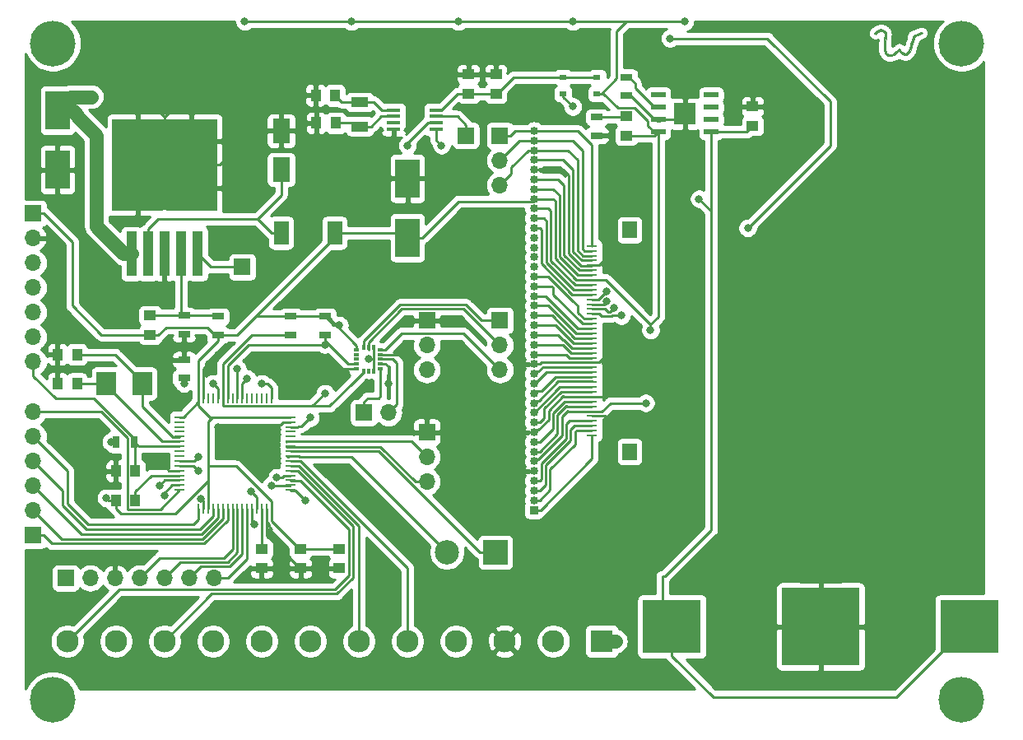
<source format=gbr>
G04 #@! TF.GenerationSoftware,KiCad,Pcbnew,5.1.0*
G04 #@! TF.CreationDate,2019-04-02T23:30:48-05:00*
G04 #@! TF.ProjectId,Cluster,436c7573-7465-4722-9e6b-696361645f70,rev?*
G04 #@! TF.SameCoordinates,Original*
G04 #@! TF.FileFunction,Copper,L1,Top*
G04 #@! TF.FilePolarity,Positive*
%FSLAX46Y46*%
G04 Gerber Fmt 4.6, Leading zero omitted, Abs format (unit mm)*
G04 Created by KiCad (PCBNEW 5.1.0) date 2019-04-02 23:30:48*
%MOMM*%
%LPD*%
G04 APERTURE LIST*
%ADD10C,0.010000*%
%ADD11C,4.700000*%
%ADD12R,2.500000X4.000000*%
%ADD13R,1.250000X1.000000*%
%ADD14R,1.000000X1.250000*%
%ADD15R,2.300000X2.300000*%
%ADD16C,2.300000*%
%ADD17O,1.700000X1.700000*%
%ADD18R,1.700000X1.700000*%
%ADD19R,0.850000X0.850000*%
%ADD20O,0.850000X0.850000*%
%ADD21R,1.100000X0.250000*%
%ADD22R,1.500000X1.700000*%
%ADD23R,1.500000X2.400000*%
%ADD24R,1.300000X0.700000*%
%ADD25R,0.700000X1.300000*%
%ADD26R,2.000000X2.400000*%
%ADD27R,1.800000X2.500000*%
%ADD28R,0.350000X0.520000*%
%ADD29R,0.520000X0.350000*%
%ADD30R,1.100000X4.600000*%
%ADD31R,10.800000X9.400000*%
%ADD32R,5.250000X4.550000*%
%ADD33R,1.000000X0.250000*%
%ADD34R,0.250000X1.000000*%
%ADD35R,6.000000X5.500000*%
%ADD36R,8.000000X8.000000*%
%ADD37R,0.800000X0.600000*%
%ADD38R,2.500000X2.500000*%
%ADD39C,2.500000*%
%ADD40R,1.450000X0.450000*%
%ADD41R,1.500000X0.600000*%
%ADD42R,2.200000X2.200000*%
%ADD43R,1.800000X1.000000*%
%ADD44C,0.800000*%
%ADD45C,1.200000*%
%ADD46C,0.250000*%
%ADD47C,1.400000*%
%ADD48C,0.254000*%
G04 APERTURE END LIST*
D10*
G36*
X232869413Y-69079101D02*
G01*
X233052476Y-69171441D01*
X233188408Y-69305243D01*
X233195789Y-69316445D01*
X233234296Y-69386560D01*
X233255787Y-69461161D01*
X233262260Y-69561906D01*
X233255713Y-69710454D01*
X233244912Y-69849000D01*
X233231318Y-70057176D01*
X233220127Y-70315106D01*
X233212606Y-70587886D01*
X233210038Y-70809064D01*
X233210779Y-71041042D01*
X233215613Y-71205025D01*
X233226695Y-71317664D01*
X233246180Y-71395610D01*
X233276225Y-71455512D01*
X233297732Y-71486397D01*
X233383602Y-71571274D01*
X233497178Y-71611004D01*
X233570016Y-71619227D01*
X233817890Y-71600096D01*
X234045719Y-71502890D01*
X234259344Y-71324818D01*
X234314224Y-71263825D01*
X234418892Y-71150241D01*
X234509066Y-71068178D01*
X234566141Y-71034453D01*
X234568112Y-71034334D01*
X234623755Y-71067452D01*
X234697182Y-71151096D01*
X234729505Y-71198393D01*
X234876869Y-71389127D01*
X235026913Y-71503226D01*
X235174284Y-71539020D01*
X235313631Y-71494837D01*
X235407971Y-71410223D01*
X235488653Y-71301415D01*
X235558934Y-71173458D01*
X235626082Y-71009221D01*
X235697364Y-70791574D01*
X235755985Y-70589834D01*
X235815450Y-70379010D01*
X235877683Y-70159557D01*
X235931333Y-69971471D01*
X235942246Y-69933442D01*
X236021416Y-69658050D01*
X236449565Y-69494582D01*
X236667567Y-69415972D01*
X236815998Y-69373703D01*
X236901001Y-69366227D01*
X236922145Y-69375545D01*
X236952677Y-69434474D01*
X236919740Y-69494145D01*
X236817286Y-69559634D01*
X236639270Y-69636021D01*
X236589887Y-69654600D01*
X236430263Y-69716840D01*
X236299296Y-69773866D01*
X236219270Y-69815783D01*
X236208527Y-69823933D01*
X236180315Y-69880037D01*
X236136526Y-70001746D01*
X236082553Y-70172637D01*
X236023790Y-70376288D01*
X236007251Y-70436804D01*
X235896737Y-70818610D01*
X235790651Y-71123568D01*
X235684846Y-71359062D01*
X235575173Y-71532475D01*
X235457485Y-71651190D01*
X235327635Y-71722591D01*
X235276069Y-71738398D01*
X235102379Y-71741191D01*
X234918574Y-71674646D01*
X234746259Y-71547924D01*
X234692569Y-71490944D01*
X234541511Y-71314467D01*
X234371542Y-71491355D01*
X234187034Y-71657866D01*
X234003712Y-71760737D01*
X233790918Y-71814778D01*
X233676413Y-71827186D01*
X233518971Y-71833485D01*
X233409906Y-71817957D01*
X233314244Y-71773620D01*
X233272334Y-71746552D01*
X233144087Y-71618677D01*
X233052698Y-71431493D01*
X232997655Y-71181317D01*
X232978449Y-70864461D01*
X232994569Y-70477242D01*
X233039182Y-70063076D01*
X233067945Y-69811873D01*
X233075189Y-69628459D01*
X233057137Y-69497833D01*
X233010009Y-69404997D01*
X232930027Y-69334951D01*
X232843702Y-69287122D01*
X232698658Y-69242101D01*
X232560297Y-69260585D01*
X232412541Y-69347350D01*
X232296579Y-69449650D01*
X232201116Y-69535110D01*
X232138509Y-69565811D01*
X232086292Y-69551090D01*
X232073527Y-69542361D01*
X232026073Y-69497661D01*
X232032352Y-69448669D01*
X232070525Y-69389482D01*
X232179960Y-69276072D01*
X232332501Y-69169287D01*
X232497405Y-69086782D01*
X232643928Y-69046212D01*
X232670974Y-69044667D01*
X232869413Y-69079101D01*
X232869413Y-69079101D01*
G37*
X232869413Y-69079101D02*
X233052476Y-69171441D01*
X233188408Y-69305243D01*
X233195789Y-69316445D01*
X233234296Y-69386560D01*
X233255787Y-69461161D01*
X233262260Y-69561906D01*
X233255713Y-69710454D01*
X233244912Y-69849000D01*
X233231318Y-70057176D01*
X233220127Y-70315106D01*
X233212606Y-70587886D01*
X233210038Y-70809064D01*
X233210779Y-71041042D01*
X233215613Y-71205025D01*
X233226695Y-71317664D01*
X233246180Y-71395610D01*
X233276225Y-71455512D01*
X233297732Y-71486397D01*
X233383602Y-71571274D01*
X233497178Y-71611004D01*
X233570016Y-71619227D01*
X233817890Y-71600096D01*
X234045719Y-71502890D01*
X234259344Y-71324818D01*
X234314224Y-71263825D01*
X234418892Y-71150241D01*
X234509066Y-71068178D01*
X234566141Y-71034453D01*
X234568112Y-71034334D01*
X234623755Y-71067452D01*
X234697182Y-71151096D01*
X234729505Y-71198393D01*
X234876869Y-71389127D01*
X235026913Y-71503226D01*
X235174284Y-71539020D01*
X235313631Y-71494837D01*
X235407971Y-71410223D01*
X235488653Y-71301415D01*
X235558934Y-71173458D01*
X235626082Y-71009221D01*
X235697364Y-70791574D01*
X235755985Y-70589834D01*
X235815450Y-70379010D01*
X235877683Y-70159557D01*
X235931333Y-69971471D01*
X235942246Y-69933442D01*
X236021416Y-69658050D01*
X236449565Y-69494582D01*
X236667567Y-69415972D01*
X236815998Y-69373703D01*
X236901001Y-69366227D01*
X236922145Y-69375545D01*
X236952677Y-69434474D01*
X236919740Y-69494145D01*
X236817286Y-69559634D01*
X236639270Y-69636021D01*
X236589887Y-69654600D01*
X236430263Y-69716840D01*
X236299296Y-69773866D01*
X236219270Y-69815783D01*
X236208527Y-69823933D01*
X236180315Y-69880037D01*
X236136526Y-70001746D01*
X236082553Y-70172637D01*
X236023790Y-70376288D01*
X236007251Y-70436804D01*
X235896737Y-70818610D01*
X235790651Y-71123568D01*
X235684846Y-71359062D01*
X235575173Y-71532475D01*
X235457485Y-71651190D01*
X235327635Y-71722591D01*
X235276069Y-71738398D01*
X235102379Y-71741191D01*
X234918574Y-71674646D01*
X234746259Y-71547924D01*
X234692569Y-71490944D01*
X234541511Y-71314467D01*
X234371542Y-71491355D01*
X234187034Y-71657866D01*
X234003712Y-71760737D01*
X233790918Y-71814778D01*
X233676413Y-71827186D01*
X233518971Y-71833485D01*
X233409906Y-71817957D01*
X233314244Y-71773620D01*
X233272334Y-71746552D01*
X233144087Y-71618677D01*
X233052698Y-71431493D01*
X232997655Y-71181317D01*
X232978449Y-70864461D01*
X232994569Y-70477242D01*
X233039182Y-70063076D01*
X233067945Y-69811873D01*
X233075189Y-69628459D01*
X233057137Y-69497833D01*
X233010009Y-69404997D01*
X232930027Y-69334951D01*
X232843702Y-69287122D01*
X232698658Y-69242101D01*
X232560297Y-69260585D01*
X232412541Y-69347350D01*
X232296579Y-69449650D01*
X232201116Y-69535110D01*
X232138509Y-69565811D01*
X232086292Y-69551090D01*
X232073527Y-69542361D01*
X232026073Y-69497661D01*
X232032352Y-69448669D01*
X232070525Y-69389482D01*
X232179960Y-69276072D01*
X232332501Y-69169287D01*
X232497405Y-69086782D01*
X232643928Y-69046212D01*
X232670974Y-69044667D01*
X232869413Y-69079101D01*
D11*
X147500000Y-138000000D03*
X241000000Y-138000000D03*
X241000000Y-70500000D03*
X147500000Y-70500000D03*
D12*
X148000000Y-83500000D03*
X148000000Y-77400000D03*
D13*
X177000000Y-124500000D03*
X177000000Y-122500000D03*
X173000000Y-122500000D03*
X173000000Y-124500000D03*
D12*
X184000000Y-90500000D03*
X184000000Y-84400000D03*
D13*
X157500000Y-100500000D03*
X157500000Y-98500000D03*
D14*
X150000000Y-102500000D03*
X148000000Y-102500000D03*
X148000000Y-105500000D03*
X150000000Y-105500000D03*
X156000000Y-114500000D03*
X154000000Y-114500000D03*
D13*
X169000000Y-124500000D03*
X169000000Y-122500000D03*
D14*
X154000000Y-117500000D03*
X156000000Y-117500000D03*
D15*
X204000000Y-132000000D03*
D16*
X199000000Y-132000000D03*
X194000000Y-132000000D03*
X189000000Y-132000000D03*
X184000000Y-132000000D03*
X179000000Y-132000000D03*
X174000000Y-132000000D03*
X169000000Y-132000000D03*
X164000000Y-132000000D03*
X159000000Y-132000000D03*
X154000000Y-132000000D03*
X149000000Y-132000000D03*
D17*
X186000000Y-115580000D03*
X186000000Y-113040000D03*
D18*
X186000000Y-110500000D03*
X186000000Y-99000000D03*
D17*
X186000000Y-101540000D03*
X186000000Y-104080000D03*
D18*
X145500000Y-88000000D03*
D17*
X145500000Y-90540000D03*
X145500000Y-93080000D03*
X145500000Y-95620000D03*
X145500000Y-98160000D03*
X145500000Y-100700000D03*
X145500000Y-103240000D03*
D18*
X145500000Y-121120000D03*
D17*
X145500000Y-118580000D03*
X145500000Y-116040000D03*
X145500000Y-113500000D03*
X145500000Y-110960000D03*
X145500000Y-108420000D03*
D19*
X197000000Y-118500000D03*
D20*
X197000000Y-117500000D03*
X197000000Y-116500000D03*
X197000000Y-115500000D03*
X197000000Y-114500000D03*
X197000000Y-113500000D03*
X197000000Y-112500000D03*
X197000000Y-111500000D03*
X197000000Y-110500000D03*
X197000000Y-109500000D03*
X197000000Y-108500000D03*
X197000000Y-107500000D03*
X197000000Y-106500000D03*
X197000000Y-105500000D03*
X197000000Y-104500000D03*
X197000000Y-103500000D03*
X197000000Y-102500000D03*
X197000000Y-101500000D03*
X197000000Y-100500000D03*
X197000000Y-99500000D03*
X197000000Y-98500000D03*
X197000000Y-97500000D03*
X197000000Y-96500000D03*
X197000000Y-95500000D03*
X197000000Y-94500000D03*
X197000000Y-93500000D03*
X197000000Y-92500000D03*
X197000000Y-91500000D03*
X197000000Y-90500000D03*
X197000000Y-89500000D03*
X197000000Y-88500000D03*
X197000000Y-87500000D03*
X197000000Y-86500000D03*
X197000000Y-85500000D03*
X197000000Y-84500000D03*
X197000000Y-83500000D03*
X197000000Y-82500000D03*
X197000000Y-81500000D03*
X197000000Y-80500000D03*
X197000000Y-79500000D03*
D21*
X202950000Y-110840000D03*
X202950000Y-110340000D03*
X202950000Y-109840000D03*
X202950000Y-109340000D03*
X202950000Y-108840000D03*
X202950000Y-108340000D03*
X202950000Y-107840000D03*
X202950000Y-107340000D03*
X202950000Y-106840000D03*
X202950000Y-106340000D03*
X202950000Y-105840000D03*
X202950000Y-105340000D03*
X202950000Y-104840000D03*
X202950000Y-104340000D03*
X202950000Y-103840000D03*
X202950000Y-103340000D03*
X202950000Y-102840000D03*
X202950000Y-102340000D03*
X202950000Y-101840000D03*
X202950000Y-101340000D03*
X202950000Y-100840000D03*
X202950000Y-100340000D03*
X202950000Y-99840000D03*
X202950000Y-99340000D03*
X202950000Y-98840000D03*
X202950000Y-98340000D03*
X202950000Y-97840000D03*
X202950000Y-97340000D03*
X202950000Y-96840000D03*
X202950000Y-96340000D03*
X202950000Y-95840000D03*
X202950000Y-95340000D03*
X202950000Y-94840000D03*
X202950000Y-94340000D03*
X202950000Y-93840000D03*
X202950000Y-93340000D03*
X202950000Y-92840000D03*
X202950000Y-92340000D03*
X202950000Y-91840000D03*
X202950000Y-91340000D03*
D22*
X206850000Y-112500000D03*
X206850000Y-89700000D03*
D18*
X193500000Y-80000000D03*
D17*
X193500000Y-82540000D03*
X193500000Y-85080000D03*
D18*
X167000000Y-93500000D03*
X179500000Y-108500000D03*
D17*
X182040000Y-108500000D03*
X193500000Y-104080000D03*
X193500000Y-101540000D03*
D18*
X193500000Y-99000000D03*
D23*
X171000000Y-90000000D03*
X176500000Y-90000000D03*
D24*
X164500000Y-100500000D03*
X164500000Y-98600000D03*
X161000000Y-100400000D03*
X161000000Y-98500000D03*
X175500000Y-98600000D03*
X175500000Y-100500000D03*
X172000000Y-98600000D03*
X172000000Y-100500000D03*
X161000000Y-104950000D03*
X161000000Y-103050000D03*
D25*
X154000000Y-111500000D03*
X155900000Y-111500000D03*
D26*
X156700000Y-105500000D03*
X153000000Y-105500000D03*
D18*
X148840000Y-125500000D03*
D17*
X151380000Y-125500000D03*
X153920000Y-125500000D03*
X156460000Y-125500000D03*
X159000000Y-125500000D03*
X161540000Y-125500000D03*
X164080000Y-125500000D03*
D27*
X171000000Y-83500000D03*
X171000000Y-79500000D03*
D28*
X179500000Y-104225000D03*
X180000000Y-104225000D03*
X180500000Y-104225000D03*
D29*
X181225000Y-104000000D03*
X181225000Y-103500000D03*
X181225000Y-103000000D03*
X181225000Y-102500000D03*
X181225000Y-102000000D03*
D28*
X180500000Y-101775000D03*
X180000000Y-101775000D03*
X179500000Y-101775000D03*
D29*
X178775000Y-102000000D03*
X178775000Y-102500000D03*
X178775000Y-103000000D03*
X178775000Y-103500000D03*
X178775000Y-104000000D03*
D30*
X155600000Y-92150000D03*
X157300000Y-92150000D03*
X159000000Y-92150000D03*
X160700000Y-92150000D03*
X162400000Y-92150000D03*
D31*
X159000000Y-83000000D03*
D32*
X161775000Y-80575000D03*
X156225000Y-85425000D03*
X156225000Y-80575000D03*
X161775000Y-85425000D03*
D33*
X160550000Y-108950000D03*
X160550000Y-109450000D03*
X160550000Y-109950000D03*
X160550000Y-110450000D03*
X160550000Y-110950000D03*
X160550000Y-111450000D03*
X160550000Y-111950000D03*
X160550000Y-112450000D03*
X160550000Y-112950000D03*
X160550000Y-113450000D03*
X160550000Y-113950000D03*
X160550000Y-114450000D03*
X160550000Y-114950000D03*
X160550000Y-115450000D03*
X160550000Y-115950000D03*
X160550000Y-116450000D03*
D34*
X162500000Y-118400000D03*
X163000000Y-118400000D03*
X163500000Y-118400000D03*
X164000000Y-118400000D03*
X164500000Y-118400000D03*
X165000000Y-118400000D03*
X165500000Y-118400000D03*
X166000000Y-118400000D03*
X166500000Y-118400000D03*
X167000000Y-118400000D03*
X167500000Y-118400000D03*
X168000000Y-118400000D03*
X168500000Y-118400000D03*
X169000000Y-118400000D03*
X169500000Y-118400000D03*
X170000000Y-118400000D03*
D33*
X171950000Y-116450000D03*
X171950000Y-115950000D03*
X171950000Y-115450000D03*
X171950000Y-114950000D03*
X171950000Y-114450000D03*
X171950000Y-113950000D03*
X171950000Y-113450000D03*
X171950000Y-112950000D03*
X171950000Y-112450000D03*
X171950000Y-111950000D03*
X171950000Y-111450000D03*
X171950000Y-110950000D03*
X171950000Y-110450000D03*
X171950000Y-109950000D03*
X171950000Y-109450000D03*
X171950000Y-108950000D03*
D34*
X170000000Y-107000000D03*
X169500000Y-107000000D03*
X169000000Y-107000000D03*
X168500000Y-107000000D03*
X168000000Y-107000000D03*
X167500000Y-107000000D03*
X167000000Y-107000000D03*
X166500000Y-107000000D03*
X166000000Y-107000000D03*
X165500000Y-107000000D03*
X165000000Y-107000000D03*
X164500000Y-107000000D03*
X164000000Y-107000000D03*
X163500000Y-107000000D03*
X163000000Y-107000000D03*
X162500000Y-107000000D03*
D14*
X174550000Y-75850000D03*
X176550000Y-75850000D03*
X176600000Y-78700000D03*
X174600000Y-78700000D03*
D13*
X206500000Y-78000000D03*
X206500000Y-80000000D03*
X193089999Y-75675001D03*
X193089999Y-73675001D03*
X219500000Y-79000000D03*
X219500000Y-77000000D03*
X190269999Y-73675001D03*
X190269999Y-75675001D03*
D18*
X190000000Y-80000000D03*
D24*
X206500000Y-75900000D03*
X206500000Y-74000000D03*
D35*
X211200000Y-130500000D03*
X241800000Y-130500000D03*
D36*
X226500000Y-130500000D03*
D37*
X200000000Y-75700000D03*
X200000000Y-74000000D03*
X203500000Y-74000000D03*
X203500000Y-75700000D03*
D38*
X193050000Y-122850000D03*
D39*
X188050000Y-122850000D03*
D24*
X203500000Y-78100000D03*
X203500000Y-80000000D03*
D40*
X182550000Y-77375000D03*
X182550000Y-78025000D03*
X182550000Y-78675000D03*
X182550000Y-79325000D03*
X186950000Y-79325000D03*
X186950000Y-78675000D03*
X186950000Y-78025000D03*
X186950000Y-77375000D03*
D41*
X209800000Y-75800000D03*
X209800000Y-77070000D03*
X209800000Y-78340000D03*
X209800000Y-79610000D03*
X215250000Y-78340000D03*
X215250000Y-79610000D03*
X215250000Y-75800000D03*
X215250000Y-77070000D03*
D42*
X212550000Y-77750000D03*
D43*
X179100000Y-76550000D03*
X179100000Y-79050000D03*
D44*
X150000000Y-110000000D03*
X151000000Y-117000000D03*
X145000000Y-74500000D03*
X145000000Y-86000000D03*
X152000000Y-95500000D03*
X167000000Y-96500000D03*
X162775000Y-117319051D03*
X171000000Y-122500000D03*
X182000000Y-105500000D03*
X175500000Y-104500000D03*
X169000000Y-113250000D03*
X159000000Y-114000000D03*
X164500000Y-102500000D03*
X212500000Y-81750000D03*
X205000000Y-85750000D03*
X183250000Y-70000000D03*
X172250000Y-70000000D03*
X194750000Y-70000000D03*
X206750000Y-69750000D03*
X164500000Y-110000000D03*
X177250000Y-128250000D03*
X171250000Y-128750000D03*
D45*
X151500000Y-76000000D03*
D44*
X180000000Y-103000000D03*
X177000000Y-99500000D03*
X209000000Y-100000000D03*
X208500000Y-107500000D03*
X153000000Y-117250000D03*
X153500000Y-111500000D03*
X167250000Y-68250000D03*
X178250000Y-68250000D03*
X189250000Y-68250000D03*
X201000000Y-68250000D03*
X212500000Y-68250000D03*
X170547063Y-115162906D03*
X173500000Y-117500000D03*
X170000000Y-116000000D03*
X158987347Y-116987347D03*
X158500000Y-116000000D03*
X175500000Y-106500000D03*
X187500000Y-81000000D03*
X175500000Y-101500000D03*
X184000000Y-81000000D03*
X166500000Y-104000000D03*
X167500000Y-105000000D03*
X169000000Y-105500000D03*
X174000000Y-109000000D03*
X167912347Y-116587653D03*
X162500000Y-114500000D03*
X162500000Y-113000000D03*
X206000000Y-98500000D03*
X205219761Y-97719761D03*
X204512653Y-97012653D03*
X204500000Y-96000000D03*
X164000000Y-105500000D03*
X161000000Y-105500000D03*
X201000000Y-77000000D03*
X214000000Y-86500000D03*
X168225000Y-120000000D03*
X219000000Y-89500000D03*
X211000000Y-70000000D03*
D46*
X172875000Y-124500000D02*
X173000000Y-124500000D01*
X169500000Y-118400000D02*
X169500000Y-121125000D01*
X173000000Y-124500000D02*
X177000000Y-124500000D01*
X170000000Y-124500000D02*
X171437500Y-123062500D01*
X169000000Y-124500000D02*
X170000000Y-124500000D01*
X169500000Y-121125000D02*
X171437500Y-123062500D01*
X171437500Y-123062500D02*
X172875000Y-124500000D01*
X201830767Y-93389999D02*
X202900001Y-93389999D01*
X200549991Y-92109223D02*
X201830767Y-93389999D01*
X202900001Y-93389999D02*
X202950000Y-93340000D01*
X200549990Y-84049990D02*
X200549991Y-92109223D01*
X200000000Y-83500000D02*
X200549990Y-84049990D01*
X197000000Y-83500000D02*
X200000000Y-83500000D01*
X202150000Y-103340000D02*
X202950000Y-103340000D01*
X197761040Y-103340000D02*
X202150000Y-103340000D01*
X197601040Y-103500000D02*
X197761040Y-103340000D01*
X197000000Y-103500000D02*
X197601040Y-103500000D01*
X197487449Y-110250001D02*
X198518215Y-109219235D01*
X197000000Y-110500000D02*
X197249999Y-110250001D01*
X197249999Y-110250001D02*
X197487449Y-110250001D01*
X198518215Y-109219235D02*
X198518215Y-108254605D01*
X198518215Y-108254605D02*
X199982810Y-106790010D01*
X200032800Y-106840000D02*
X202950000Y-106840000D01*
X199982810Y-106790010D02*
X200032800Y-106840000D01*
X202950000Y-108840000D02*
X204160000Y-108840000D01*
X202950000Y-106840000D02*
X204160000Y-106840000D01*
X204160000Y-106840000D02*
X204500000Y-106500000D01*
X203750000Y-103340000D02*
X204090000Y-103000000D01*
X202950000Y-103340000D02*
X203750000Y-103340000D01*
X204090000Y-103000000D02*
X205000000Y-103000000D01*
X203750000Y-93340000D02*
X204090000Y-93000000D01*
X202950000Y-93340000D02*
X203750000Y-93340000D01*
X204090000Y-93000000D02*
X205000000Y-93000000D01*
X181225000Y-102500000D02*
X183000000Y-102500000D01*
X204160000Y-108840000D02*
X204340000Y-108840000D01*
X204340000Y-108840000D02*
X204500000Y-109000000D01*
X204500000Y-109000000D02*
X204500000Y-109500000D01*
X159000000Y-78050000D02*
X159500000Y-77550000D01*
X159000000Y-83000000D02*
X159000000Y-78050000D01*
X159500000Y-77550000D02*
X161450000Y-77550000D01*
X164650000Y-80575000D02*
X166000000Y-79225000D01*
X161775000Y-80575000D02*
X164650000Y-80575000D01*
X166000000Y-81650000D02*
X164650000Y-83000000D01*
X164650000Y-83000000D02*
X159000000Y-83000000D01*
X166000000Y-79225000D02*
X166000000Y-81650000D01*
X159000000Y-78050000D02*
X158450000Y-77500000D01*
X158450000Y-77500000D02*
X153500000Y-77500000D01*
X163000000Y-118400000D02*
X163000000Y-117544051D01*
X163000000Y-117544051D02*
X162775000Y-117319051D01*
X182000000Y-103765000D02*
X182000000Y-105500000D01*
X181225000Y-103500000D02*
X181735000Y-103500000D01*
X181735000Y-103500000D02*
X182000000Y-103765000D01*
X178775000Y-104000000D02*
X176000000Y-104000000D01*
X176000000Y-104000000D02*
X175500000Y-104500000D01*
X169012653Y-111637347D02*
X169012653Y-113012653D01*
X171950000Y-109450000D02*
X171200000Y-109450000D01*
X171200000Y-109450000D02*
X169012653Y-111637347D01*
X160550000Y-114450000D02*
X159450000Y-114450000D01*
X159450000Y-114450000D02*
X159000000Y-114000000D01*
X197000000Y-114500000D02*
X195500000Y-114500000D01*
X163000000Y-107000000D02*
X163000000Y-104000000D01*
X163000000Y-104000000D02*
X164500000Y-102500000D01*
X211960000Y-78340000D02*
X212550000Y-77750000D01*
X209800000Y-78340000D02*
X211960000Y-78340000D01*
X209350000Y-78340000D02*
X209800000Y-78340000D01*
X206910000Y-75900000D02*
X209350000Y-78340000D01*
X206500000Y-75900000D02*
X206910000Y-75900000D01*
X171000000Y-121934315D02*
X169500000Y-120434315D01*
X171000000Y-122500000D02*
X171000000Y-121934315D01*
X169500000Y-120434315D02*
X169500000Y-120250000D01*
X169500000Y-118400000D02*
X169500000Y-120250000D01*
X169500000Y-119761410D02*
X169750000Y-120011410D01*
X169500000Y-118400000D02*
X169500000Y-119761410D01*
X169750000Y-120011410D02*
X169750000Y-120250000D01*
X169750000Y-120250000D02*
X170000000Y-120500000D01*
D47*
X204000000Y-132000000D02*
X205400000Y-132000000D01*
X149500000Y-77400000D02*
X148000000Y-77400000D01*
X154800000Y-92150000D02*
X152000000Y-89350000D01*
X152000000Y-80000000D02*
X150000000Y-78000000D01*
X155600000Y-92150000D02*
X154800000Y-92150000D01*
X150000000Y-77900000D02*
X149500000Y-77400000D01*
X152000000Y-89350000D02*
X152000000Y-80000000D01*
X150000000Y-78000000D02*
X150000000Y-77900000D01*
X151500000Y-76000000D02*
X149400000Y-76000000D01*
X149400000Y-76000000D02*
X148000000Y-77400000D01*
D46*
X183500000Y-90000000D02*
X184000000Y-90500000D01*
X176500000Y-90000000D02*
X183500000Y-90000000D01*
X176500000Y-90450000D02*
X176500000Y-90000000D01*
X164500000Y-100500000D02*
X166450000Y-100500000D01*
X158375000Y-100500000D02*
X157500000Y-100500000D01*
X159150001Y-99724999D02*
X158375000Y-100500000D01*
X163424999Y-99724999D02*
X159150001Y-99724999D01*
X164200000Y-100500000D02*
X163424999Y-99724999D01*
X164500000Y-100500000D02*
X164200000Y-100500000D01*
X162500000Y-106250000D02*
X162500000Y-107000000D01*
X162500000Y-103100000D02*
X162500000Y-106250000D01*
X164500000Y-101100000D02*
X162500000Y-103100000D01*
X164500000Y-100500000D02*
X164500000Y-101100000D01*
X160925000Y-108950000D02*
X160550000Y-108950000D01*
X162500000Y-107375000D02*
X160925000Y-108950000D01*
X162500000Y-107000000D02*
X162500000Y-107375000D01*
X171200000Y-108950000D02*
X171950000Y-108950000D01*
X162500000Y-107750000D02*
X163700000Y-108950000D01*
X162500000Y-107000000D02*
X162500000Y-107750000D01*
X163950000Y-108950000D02*
X171200000Y-108950000D01*
X163950000Y-108950000D02*
X163500000Y-109400000D01*
X163700000Y-108950000D02*
X163950000Y-108950000D01*
X170000000Y-117650000D02*
X170000000Y-118400000D01*
X166350000Y-114000000D02*
X170000000Y-117650000D01*
X163500000Y-114000000D02*
X166350000Y-114000000D01*
X163500000Y-109400000D02*
X163500000Y-114000000D01*
X172875000Y-122500000D02*
X173000000Y-122500000D01*
X170000000Y-119625000D02*
X172875000Y-122500000D01*
X170000000Y-118400000D02*
X170000000Y-119625000D01*
X173000000Y-122500000D02*
X177000000Y-122500000D01*
X175800000Y-98600000D02*
X175500000Y-98600000D01*
X178775000Y-101575000D02*
X175800000Y-98600000D01*
X178775000Y-102000000D02*
X178775000Y-101575000D01*
X168600000Y-98600000D02*
X168475000Y-98475000D01*
X172000000Y-98600000D02*
X168600000Y-98600000D01*
X166450000Y-100500000D02*
X168475000Y-98475000D01*
X168475000Y-98475000D02*
X176500000Y-90450000D01*
X172000000Y-98600000D02*
X175500000Y-98600000D01*
X180500000Y-103000000D02*
X180000000Y-103000000D01*
X180500000Y-103000000D02*
X180500000Y-104225000D01*
X180500000Y-101775000D02*
X180500000Y-103000000D01*
X176400000Y-99500000D02*
X175500000Y-98600000D01*
X177000000Y-99500000D02*
X176400000Y-99500000D01*
X202950000Y-94840000D02*
X201371541Y-94840000D01*
X201371541Y-94840000D02*
X199199963Y-92668423D01*
X199199963Y-92668423D02*
X199199963Y-86699963D01*
X199000000Y-86500000D02*
X197000000Y-86500000D01*
X199199963Y-86699963D02*
X199000000Y-86500000D01*
X197487449Y-113250001D02*
X199868245Y-110869205D01*
X197000000Y-113500000D02*
X197249999Y-113250001D01*
X197249999Y-113250001D02*
X197487449Y-113250001D01*
X199868245Y-110869205D02*
X199868245Y-108904575D01*
X199868245Y-108904575D02*
X200482810Y-108290010D01*
X200532800Y-108340000D02*
X202950000Y-108340000D01*
X200482810Y-108290010D02*
X200532800Y-108340000D01*
X185500000Y-90500000D02*
X184000000Y-90500000D01*
X189250001Y-86749999D02*
X185500000Y-90500000D01*
X196750001Y-86749999D02*
X189250001Y-86749999D01*
X197000000Y-86500000D02*
X196750001Y-86749999D01*
X209000000Y-99426998D02*
X209000000Y-100000000D01*
X202950000Y-94840000D02*
X204413002Y-94840000D01*
X204863590Y-107500000D02*
X203973600Y-108389990D01*
X208500000Y-107500000D02*
X204863590Y-107500000D01*
X203973600Y-108389990D02*
X203000000Y-108389990D01*
X154000000Y-118375000D02*
X154000000Y-117500000D01*
X160099990Y-118900010D02*
X154525010Y-118900010D01*
X163500000Y-115500000D02*
X160099990Y-118900010D01*
X163500000Y-115500000D02*
X163500000Y-118400000D01*
X154525010Y-118900010D02*
X154000000Y-118375000D01*
X163500000Y-114000000D02*
X163500000Y-115500000D01*
X153250000Y-117500000D02*
X153000000Y-117250000D01*
X154000000Y-117500000D02*
X153250000Y-117500000D01*
X153500000Y-111500000D02*
X154000000Y-111500000D01*
X146600000Y-88000000D02*
X145500000Y-88000000D01*
X149500000Y-90900000D02*
X146600000Y-88000000D01*
X149500000Y-97500000D02*
X149500000Y-90900000D01*
X152500000Y-100500000D02*
X149500000Y-97500000D01*
X157500000Y-100500000D02*
X152500000Y-100500000D01*
X204413002Y-94840000D02*
X208536501Y-98963499D01*
X208536501Y-98963499D02*
X209000000Y-99426998D01*
X209410000Y-80000000D02*
X209800000Y-79610000D01*
X206500000Y-80000000D02*
X209410000Y-80000000D01*
X209350000Y-79610000D02*
X209800000Y-79610000D01*
X208724999Y-78984999D02*
X209350000Y-79610000D01*
X208724999Y-78514997D02*
X208724999Y-78984999D01*
X207385001Y-77174999D02*
X208724999Y-78514997D01*
X205624999Y-77174999D02*
X207385001Y-77174999D01*
X204150000Y-75700000D02*
X205624999Y-77174999D01*
X209800000Y-98626998D02*
X209000000Y-99426998D01*
X209800000Y-79610000D02*
X209800000Y-98626998D01*
X167250000Y-68250000D02*
X178250000Y-68250000D01*
X178250000Y-68250000D02*
X189250000Y-68250000D01*
X189250000Y-68250000D02*
X201000000Y-68250000D01*
X205524999Y-74125001D02*
X203950000Y-75700000D01*
X205524999Y-69225001D02*
X205524999Y-74125001D01*
X206500000Y-68250000D02*
X205524999Y-69225001D01*
X201000000Y-68250000D02*
X206500000Y-68250000D01*
X206500000Y-68250000D02*
X212500000Y-68250000D01*
X203500000Y-75700000D02*
X203950000Y-75700000D01*
X203950000Y-75700000D02*
X204150000Y-75700000D01*
X160700000Y-98200000D02*
X161000000Y-98500000D01*
X160700000Y-92150000D02*
X160700000Y-98200000D01*
X160100000Y-98500000D02*
X157500000Y-98500000D01*
X161000000Y-98500000D02*
X160100000Y-98500000D01*
X164400000Y-98500000D02*
X164500000Y-98600000D01*
X161000000Y-98500000D02*
X164400000Y-98500000D01*
X156700000Y-107850000D02*
X159850000Y-111000000D01*
X156700000Y-105500000D02*
X156700000Y-107850000D01*
X160500000Y-111000000D02*
X160550000Y-110950000D01*
X159850000Y-111000000D02*
X160500000Y-111000000D01*
X153900000Y-102500000D02*
X156700000Y-105300000D01*
X156700000Y-105300000D02*
X156700000Y-105500000D01*
X150500000Y-102500000D02*
X153900000Y-102500000D01*
X153000000Y-105700000D02*
X153000000Y-105500000D01*
X158750000Y-111450000D02*
X153000000Y-105700000D01*
X160550000Y-111450000D02*
X158750000Y-111450000D01*
X150500000Y-105500000D02*
X153000000Y-105500000D01*
X156350000Y-111950000D02*
X155900000Y-111500000D01*
X160550000Y-111950000D02*
X156350000Y-111950000D01*
X156000000Y-111400000D02*
X155900000Y-111500000D01*
X156000000Y-111600000D02*
X155900000Y-111500000D01*
X156000000Y-114500000D02*
X156000000Y-111600000D01*
X155900000Y-111200000D02*
X155900000Y-111500000D01*
X151725001Y-107025001D02*
X155900000Y-111200000D01*
X145500000Y-104442081D02*
X145500000Y-103240000D01*
X145500000Y-104710002D02*
X145500000Y-104442081D01*
X147814999Y-107025001D02*
X145500000Y-104710002D01*
X151725001Y-107025001D02*
X147814999Y-107025001D01*
X169000000Y-118400000D02*
X169000000Y-122500000D01*
X160500000Y-115000000D02*
X160550000Y-114950000D01*
X157675000Y-114950000D02*
X160550000Y-114950000D01*
X156000000Y-117500000D02*
X156000000Y-116625000D01*
X156000000Y-116625000D02*
X157675000Y-114950000D01*
X171112748Y-115162906D02*
X171275654Y-115000000D01*
X170547063Y-115162906D02*
X171112748Y-115162906D01*
X171900000Y-115000000D02*
X171950000Y-114950000D01*
X171275654Y-115000000D02*
X171900000Y-115000000D01*
X172700000Y-113450000D02*
X171950000Y-113450000D01*
X172972820Y-113450000D02*
X172700000Y-113450000D01*
X184000000Y-124477180D02*
X172972820Y-113450000D01*
X184000000Y-132000000D02*
X184000000Y-124477180D01*
X172700000Y-113950000D02*
X171950000Y-113950000D01*
X179000000Y-120113590D02*
X172836410Y-113950000D01*
X172836410Y-113950000D02*
X172700000Y-113950000D01*
X179000000Y-132000000D02*
X179000000Y-120113590D01*
X173500000Y-117500000D02*
X172500000Y-116500000D01*
X172500000Y-116500000D02*
X172000000Y-116500000D01*
X171900000Y-116000000D02*
X171950000Y-115950000D01*
X170000000Y-116000000D02*
X171900000Y-116000000D01*
X159800000Y-115950000D02*
X160550000Y-115950000D01*
X159000000Y-116750000D02*
X159800000Y-115950000D01*
X158987347Y-116987347D02*
X159000000Y-116974694D01*
X159000000Y-116974694D02*
X159000000Y-116750000D01*
X178400010Y-120150010D02*
X172700000Y-114450000D01*
X178400010Y-125446402D02*
X178400010Y-120150010D01*
X176721402Y-127125010D02*
X178400010Y-125446402D01*
X172700000Y-114450000D02*
X171950000Y-114450000D01*
X163874990Y-127125010D02*
X176721402Y-127125010D01*
X159000000Y-132000000D02*
X163874990Y-127125010D01*
X159050000Y-115450000D02*
X160550000Y-115450000D01*
X158500000Y-116000000D02*
X159050000Y-115450000D01*
X177950001Y-125260001D02*
X177950001Y-120450001D01*
X176535001Y-126675001D02*
X177950001Y-125260001D01*
X149000000Y-132000000D02*
X154324999Y-126675001D01*
X154324999Y-126675001D02*
X176535001Y-126675001D01*
X177950001Y-120450001D02*
X173000000Y-115500000D01*
X173000000Y-115500000D02*
X172000000Y-115500000D01*
X184797919Y-115580000D02*
X181217919Y-112000000D01*
X186000000Y-115580000D02*
X184797919Y-115580000D01*
X181217919Y-112000000D02*
X171500000Y-112000000D01*
X184410000Y-111450000D02*
X171550000Y-111450000D01*
X186000000Y-113040000D02*
X184410000Y-111450000D01*
X171550000Y-111450000D02*
X171500000Y-111500000D01*
X179500000Y-104225000D02*
X179500000Y-104295002D01*
X178397501Y-105397501D02*
X175970001Y-107825001D01*
X179500000Y-104295002D02*
X179397501Y-104397501D01*
X179397501Y-104397501D02*
X178897501Y-104897501D01*
X178897501Y-104897501D02*
X178397501Y-105397501D01*
X174174999Y-107825001D02*
X173825001Y-107825001D01*
X175500000Y-106500000D02*
X174174999Y-107825001D01*
X175970001Y-107825001D02*
X173825001Y-107825001D01*
X171100000Y-100500000D02*
X172000000Y-100500000D01*
X168000000Y-100500000D02*
X171100000Y-100500000D01*
X165049991Y-107759993D02*
X165049991Y-103450009D01*
X165049991Y-103450009D02*
X168000000Y-100500000D01*
X173825001Y-107825001D02*
X165114999Y-107825001D01*
X165114999Y-107825001D02*
X165049991Y-107759993D01*
X186950000Y-79325000D02*
X186950000Y-80450000D01*
X186950000Y-80450000D02*
X187500000Y-81000000D01*
X175500000Y-101100000D02*
X175500000Y-100500000D01*
X177900000Y-103500000D02*
X175500000Y-101100000D01*
X178775000Y-103500000D02*
X177900000Y-103500000D01*
X175500000Y-101500000D02*
X175500000Y-100500000D01*
X167636410Y-101500000D02*
X175500000Y-101500000D01*
X165500000Y-107000000D02*
X165500000Y-103636410D01*
X165500000Y-103636410D02*
X167636410Y-101500000D01*
X186064998Y-78675000D02*
X184000000Y-80739998D01*
X186950000Y-78675000D02*
X186064998Y-78675000D01*
X184000000Y-80739998D02*
X184000000Y-81000000D01*
X166500000Y-104000000D02*
X166500000Y-107000000D01*
X167000000Y-105500000D02*
X167000000Y-107000000D01*
X167500000Y-105000000D02*
X167000000Y-105500000D01*
X170000000Y-106250000D02*
X170000000Y-107000000D01*
X170000000Y-105934315D02*
X170000000Y-106250000D01*
X169565685Y-105500000D02*
X170000000Y-105934315D01*
X169000000Y-105500000D02*
X169565685Y-105500000D01*
X174000000Y-109000000D02*
X173099999Y-109900001D01*
X172749999Y-109900001D02*
X172900001Y-109900001D01*
X171950000Y-109950000D02*
X172700000Y-109950000D01*
X173099999Y-109900001D02*
X172900001Y-109900001D01*
X172700000Y-109950000D02*
X172749999Y-109900001D01*
X172900001Y-109900001D02*
X172710001Y-109900001D01*
X147430009Y-121950009D02*
X146600000Y-121120000D01*
X146600000Y-121120000D02*
X145500000Y-121120000D01*
X163109221Y-121950009D02*
X147430009Y-121950009D01*
X165500000Y-119559230D02*
X163109221Y-121950009D01*
X165500000Y-118400000D02*
X165500000Y-119559230D01*
X162922820Y-121500000D02*
X148420000Y-121500000D01*
X165000000Y-118400000D02*
X165000000Y-119422820D01*
X148420000Y-121500000D02*
X145500000Y-118580000D01*
X165000000Y-119422820D02*
X162922820Y-121500000D01*
X150460000Y-121000000D02*
X145500000Y-116040000D01*
X164500000Y-118400000D02*
X164500000Y-119286410D01*
X162786410Y-121000000D02*
X150460000Y-121000000D01*
X164500000Y-119286410D02*
X162786410Y-121000000D01*
X164000000Y-118400000D02*
X164000000Y-119150000D01*
X146349999Y-114349999D02*
X145500000Y-113500000D01*
X164000000Y-119150000D02*
X162650000Y-120500000D01*
X162650000Y-120500000D02*
X151000000Y-120500000D01*
X151000000Y-120500000D02*
X148500000Y-118000000D01*
X148500000Y-118000000D02*
X148500000Y-116500000D01*
X148500000Y-116500000D02*
X146349999Y-114349999D01*
X162500000Y-118400000D02*
X162500000Y-119500000D01*
X162500000Y-119500000D02*
X162000000Y-120000000D01*
X162000000Y-120000000D02*
X151136410Y-120000000D01*
X151136410Y-120000000D02*
X149000000Y-117863590D01*
X149000000Y-114460000D02*
X145500000Y-110960000D01*
X149000000Y-117863590D02*
X149000000Y-114460000D01*
X158549999Y-118450001D02*
X160550000Y-116450000D01*
X152483590Y-108420000D02*
X146702081Y-108420000D01*
X155174999Y-111111409D02*
X152483590Y-108420000D01*
X155174999Y-118385001D02*
X155174999Y-111111409D01*
X146702081Y-108420000D02*
X145500000Y-108420000D01*
X155239999Y-118450001D02*
X155174999Y-118385001D01*
X158549999Y-118450001D02*
X155239999Y-118450001D01*
X197675000Y-118500000D02*
X197000000Y-118500000D01*
X202950000Y-113225000D02*
X197675000Y-118500000D01*
X202950000Y-110840000D02*
X202950000Y-113225000D01*
X202950000Y-110340000D02*
X201378275Y-110340000D01*
X201218275Y-110500000D02*
X201218275Y-111781725D01*
X201378275Y-110340000D02*
X201218275Y-110500000D01*
X197601040Y-117500000D02*
X197000000Y-117500000D01*
X198650020Y-116451020D02*
X197601040Y-117500000D01*
X201218275Y-111781725D02*
X198650020Y-114349980D01*
X198650020Y-114349980D02*
X198650020Y-116451020D01*
X197601040Y-116500000D02*
X197000000Y-116500000D01*
X198200011Y-115901029D02*
X197601040Y-116500000D01*
X202950000Y-109840000D02*
X201160000Y-109840000D01*
X201160000Y-109840000D02*
X200768265Y-110231735D01*
X200768265Y-110231735D02*
X200768265Y-111368145D01*
X200768265Y-111368145D02*
X198210011Y-113926399D01*
X198210011Y-113926399D02*
X198200011Y-113926399D01*
X198200011Y-113926399D02*
X198200011Y-115901029D01*
X197601040Y-115500000D02*
X197000000Y-115500000D01*
X197750001Y-115351039D02*
X197601040Y-115500000D01*
X200660000Y-109340000D02*
X200318255Y-109681745D01*
X202950000Y-109340000D02*
X200660000Y-109340000D01*
X200318255Y-109681745D02*
X200318255Y-111181745D01*
X200308255Y-111181745D02*
X197750001Y-113739999D01*
X200318255Y-111181745D02*
X200308255Y-111181745D01*
X197750001Y-113739999D02*
X197750001Y-115351039D01*
X197601040Y-112500000D02*
X199418235Y-110682805D01*
X197000000Y-112500000D02*
X197601040Y-112500000D01*
X199418235Y-110682805D02*
X199418235Y-108718175D01*
X199418235Y-108718175D02*
X200346400Y-107790010D01*
X200396390Y-107840000D02*
X202950000Y-107840000D01*
X200346400Y-107790010D02*
X200396390Y-107840000D01*
X202950000Y-107340000D02*
X200160000Y-107340000D01*
X198968225Y-110132815D02*
X197601040Y-111500000D01*
X197601040Y-111500000D02*
X197000000Y-111500000D01*
X198968225Y-108531775D02*
X198968225Y-110132815D01*
X200160000Y-107340000D02*
X198968225Y-108531775D01*
X202950000Y-106340000D02*
X199796410Y-106340000D01*
X199796410Y-106340000D02*
X198068205Y-108068205D01*
X197601040Y-109500000D02*
X197000000Y-109500000D01*
X198068205Y-109032835D02*
X197601040Y-109500000D01*
X198068205Y-108068205D02*
X198068205Y-109032835D01*
X168500000Y-117175306D02*
X168500000Y-118400000D01*
X167912347Y-116587653D02*
X168500000Y-117175306D01*
X196990010Y-108509990D02*
X199500000Y-106000000D01*
X197000000Y-108500000D02*
X197249999Y-108250001D01*
X197249999Y-108250001D02*
X197360001Y-108250001D01*
X199660000Y-105840000D02*
X199500000Y-106000000D01*
X202950000Y-105840000D02*
X199660000Y-105840000D01*
X197249999Y-107250001D02*
X197558224Y-107250001D01*
X197000000Y-107500000D02*
X197249999Y-107250001D01*
X199518224Y-105290001D02*
X202139999Y-105290001D01*
X197558224Y-107250001D02*
X199518224Y-105290001D01*
X202139999Y-105290001D02*
X203000000Y-105290001D01*
X197749999Y-106250001D02*
X199209990Y-104790010D01*
X197000000Y-106500000D02*
X197249999Y-106250001D01*
X197249999Y-106250001D02*
X197749999Y-106250001D01*
X202340000Y-104840000D02*
X202950000Y-104840000D01*
X202290010Y-104790010D02*
X202340000Y-104840000D01*
X199209990Y-104790010D02*
X202290010Y-104790010D01*
X161950000Y-113950000D02*
X160550000Y-113950000D01*
X162500000Y-114500000D02*
X161950000Y-113950000D01*
X197000000Y-105500000D02*
X197249999Y-105250001D01*
X197249999Y-105250001D02*
X197360001Y-105250001D01*
X197110002Y-105500000D02*
X197000000Y-105500000D01*
X202950000Y-104340000D02*
X198270002Y-104340000D01*
X198270002Y-104340000D02*
X197110002Y-105500000D01*
X162050000Y-113450000D02*
X160550000Y-113450000D01*
X162500000Y-113000000D02*
X162050000Y-113450000D01*
X197487449Y-104250001D02*
X197947440Y-103790010D01*
X197000000Y-104500000D02*
X197249999Y-104250001D01*
X197249999Y-104250001D02*
X197487449Y-104250001D01*
X202340000Y-103840000D02*
X202950000Y-103840000D01*
X202290010Y-103790010D02*
X202340000Y-103840000D01*
X197947440Y-103790010D02*
X202290010Y-103790010D01*
X202150000Y-102840000D02*
X202950000Y-102840000D01*
X200657950Y-102840000D02*
X202150000Y-102840000D01*
X200317950Y-102500000D02*
X200657950Y-102840000D01*
X197000000Y-102500000D02*
X200317950Y-102500000D01*
X202150000Y-102340000D02*
X202950000Y-102340000D01*
X200794360Y-102340000D02*
X202150000Y-102340000D01*
X199954360Y-101500000D02*
X200794360Y-102340000D01*
X197000000Y-101500000D02*
X199954360Y-101500000D01*
X197000000Y-100500000D02*
X199500000Y-100500000D01*
X202150000Y-101840000D02*
X202950000Y-101840000D01*
X200930770Y-101840000D02*
X202150000Y-101840000D01*
X200090770Y-101000000D02*
X200930770Y-101840000D01*
X200000000Y-101000000D02*
X200090770Y-101000000D01*
X199500000Y-100500000D02*
X200000000Y-101000000D01*
X202150000Y-101340000D02*
X202950000Y-101340000D01*
X201067180Y-101340000D02*
X202150000Y-101340000D01*
X199227180Y-99500000D02*
X201067180Y-101340000D01*
X197000000Y-99500000D02*
X199227180Y-99500000D01*
X202150000Y-100840000D02*
X202950000Y-100840000D01*
X201203590Y-100840000D02*
X202150000Y-100840000D01*
X198863590Y-98500000D02*
X201203590Y-100840000D01*
X197000000Y-98500000D02*
X198863590Y-98500000D01*
X198500000Y-97500000D02*
X197000000Y-97500000D01*
X202950000Y-100340000D02*
X201340000Y-100340000D01*
X201340000Y-100340000D02*
X198500000Y-97500000D01*
X197000000Y-96500000D02*
X198209982Y-96500000D01*
X201499991Y-99790009D02*
X201827190Y-99790010D01*
X198209982Y-96500000D02*
X201499991Y-99790009D01*
X201877180Y-99840000D02*
X202950000Y-99840000D01*
X201827190Y-99790010D02*
X201877180Y-99840000D01*
X199000000Y-96326410D02*
X199000000Y-95650509D01*
X202950000Y-99340000D02*
X202013590Y-99340000D01*
X202013590Y-99340000D02*
X199000000Y-96326410D01*
X198849491Y-95500000D02*
X197000000Y-95500000D01*
X199000000Y-95650509D02*
X198849491Y-95500000D01*
X198485901Y-94500000D02*
X200985901Y-97000000D01*
X197000000Y-94500000D02*
X198485901Y-94500000D01*
X200985901Y-97000000D02*
X201000000Y-97000000D01*
X201000000Y-97000000D02*
X201500000Y-97500000D01*
X202150000Y-98840000D02*
X202950000Y-98840000D01*
X201500000Y-98190000D02*
X202150000Y-98840000D01*
X201500000Y-97500000D02*
X201500000Y-98190000D01*
X203750000Y-98340000D02*
X202950000Y-98340000D01*
X205006162Y-98569770D02*
X203979770Y-98569770D01*
X203979770Y-98569770D02*
X203750000Y-98340000D01*
X205075932Y-98500000D02*
X205006162Y-98569770D01*
X206000000Y-98500000D02*
X205075932Y-98500000D01*
X203750000Y-97840000D02*
X202950000Y-97840000D01*
X204340000Y-97840000D02*
X203750000Y-97840000D01*
X204619760Y-98119760D02*
X204340000Y-97840000D01*
X204819762Y-98119760D02*
X204619760Y-98119760D01*
X205219761Y-97719761D02*
X204819762Y-98119760D01*
X204185306Y-97340000D02*
X202950000Y-97340000D01*
X204512653Y-97012653D02*
X204185306Y-97340000D01*
X203660000Y-96840000D02*
X202950000Y-96840000D01*
X204500000Y-96000000D02*
X203660000Y-96840000D01*
X197750001Y-89648961D02*
X197601040Y-89500000D01*
X197601040Y-89500000D02*
X197000000Y-89500000D01*
X197750001Y-93127690D02*
X197750001Y-89648961D01*
X200962311Y-96340000D02*
X197750001Y-93127690D01*
X202950000Y-96340000D02*
X200962311Y-96340000D01*
X201098721Y-95840000D02*
X198299943Y-93041222D01*
X202950000Y-95840000D02*
X201098721Y-95840000D01*
X198299943Y-93041222D02*
X198299943Y-88799943D01*
X198000000Y-88500000D02*
X197000000Y-88500000D01*
X198299943Y-88799943D02*
X198000000Y-88500000D01*
X201235131Y-95340000D02*
X198749953Y-92854822D01*
X202950000Y-95340000D02*
X201235131Y-95340000D01*
X198749953Y-92854822D02*
X198749953Y-87749953D01*
X198500000Y-87500000D02*
X197000000Y-87500000D01*
X198749953Y-87749953D02*
X198500000Y-87500000D01*
X201507951Y-94340000D02*
X199649972Y-92482022D01*
X202950000Y-94340000D02*
X201507951Y-94340000D01*
X199649972Y-92482022D02*
X199649972Y-86149972D01*
X199000000Y-85500000D02*
X197000000Y-85500000D01*
X199649972Y-86149972D02*
X199000000Y-85500000D01*
X202950000Y-93840000D02*
X201644358Y-93840000D01*
X201644358Y-93840000D02*
X200099982Y-92295622D01*
X200099982Y-92295622D02*
X200099982Y-85099982D01*
X199500000Y-84500000D02*
X197000000Y-84500000D01*
X200099982Y-85099982D02*
X199500000Y-84500000D01*
X201917178Y-92840000D02*
X201000000Y-91922822D01*
X202950000Y-92840000D02*
X201917178Y-92840000D01*
X201000000Y-91922822D02*
X201000000Y-83500000D01*
X200000000Y-82500000D02*
X197000000Y-82500000D01*
X201000000Y-83500000D02*
X200000000Y-82500000D01*
X202053588Y-92340000D02*
X201500000Y-91786412D01*
X202950000Y-92340000D02*
X202053588Y-92340000D01*
X201500000Y-91786412D02*
X201500000Y-82500000D01*
X200500000Y-81500000D02*
X197000000Y-81500000D01*
X201500000Y-82500000D02*
X200500000Y-81500000D01*
X196398960Y-81500000D02*
X197000000Y-81500000D01*
X194675001Y-83223959D02*
X196398960Y-81500000D01*
X194675001Y-83904999D02*
X194675001Y-83223959D01*
X193500000Y-85080000D02*
X194675001Y-83904999D01*
X202189998Y-91840000D02*
X202000000Y-91650002D01*
X202950000Y-91840000D02*
X202189998Y-91840000D01*
X202000000Y-91650002D02*
X202000000Y-81500000D01*
X201000000Y-80500000D02*
X197000000Y-80500000D01*
X202000000Y-81500000D02*
X201000000Y-80500000D01*
X195540000Y-80500000D02*
X197000000Y-80500000D01*
X193500000Y-82540000D02*
X195540000Y-80500000D01*
X196398960Y-79500000D02*
X197000000Y-79500000D01*
X195100000Y-79500000D02*
X196398960Y-79500000D01*
X194600000Y-80000000D02*
X195100000Y-79500000D01*
X193500000Y-80000000D02*
X194600000Y-80000000D01*
X202950000Y-80950000D02*
X202950000Y-91340000D01*
X197000000Y-79500000D02*
X201500000Y-79500000D01*
X201500000Y-79500000D02*
X202950000Y-80950000D01*
X163750000Y-93500000D02*
X162400000Y-92150000D01*
X167000000Y-93500000D02*
X163750000Y-93500000D01*
X179900001Y-106999999D02*
X179500000Y-107400000D01*
X179500000Y-107400000D02*
X179500000Y-108500000D01*
X181000001Y-106999999D02*
X179900001Y-106999999D01*
X181225000Y-106775000D02*
X181000001Y-106999999D01*
X181225000Y-104000000D02*
X181225000Y-106775000D01*
X182889999Y-107650001D02*
X182040000Y-108500000D01*
X182889999Y-103389999D02*
X182889999Y-107650001D01*
X181225000Y-103000000D02*
X182500000Y-103000000D01*
X182500000Y-103000000D02*
X182889999Y-103389999D01*
X181735000Y-102000000D02*
X181225000Y-102000000D01*
X189784999Y-100364999D02*
X183370001Y-100364999D01*
X183370001Y-100364999D02*
X181735000Y-102000000D01*
X193500000Y-104080000D02*
X189784999Y-100364999D01*
X183429999Y-97824999D02*
X180000000Y-101254998D01*
X193500000Y-101540000D02*
X189784999Y-97824999D01*
X189784999Y-97824999D02*
X183429999Y-97824999D01*
X180000000Y-101254998D02*
X180000000Y-102000000D01*
X179500000Y-101265000D02*
X179500000Y-101775000D01*
X179500000Y-101118588D02*
X179500000Y-101265000D01*
X183243598Y-97374990D02*
X179500000Y-101118588D01*
X189971399Y-97374989D02*
X183243598Y-97374990D01*
X191596410Y-99000000D02*
X189971399Y-97374989D01*
X193500000Y-99000000D02*
X191596410Y-99000000D01*
X170000000Y-90000000D02*
X171000000Y-90000000D01*
X168550000Y-88550000D02*
X170000000Y-90000000D01*
X158350000Y-88550000D02*
X168550000Y-88550000D01*
X157300000Y-89600000D02*
X158350000Y-88550000D01*
X157300000Y-92150000D02*
X157300000Y-89600000D01*
X171000000Y-86100000D02*
X168550000Y-88550000D01*
X171000000Y-83500000D02*
X171000000Y-86100000D01*
X164500000Y-107000000D02*
X164500000Y-106000000D01*
X164500000Y-106000000D02*
X164000000Y-105500000D01*
X161000000Y-105500000D02*
X161000000Y-104950000D01*
X166000000Y-122500000D02*
X165075021Y-123424979D01*
X166000000Y-118400000D02*
X166000000Y-122500000D01*
X158535021Y-123424979D02*
X156460000Y-125500000D01*
X165075021Y-123424979D02*
X158535021Y-123424979D01*
X166500000Y-118400000D02*
X166500000Y-122863590D01*
X160625011Y-123874989D02*
X159000000Y-125500000D01*
X166500000Y-122863590D02*
X165488601Y-123874989D01*
X165488601Y-123874989D02*
X160625011Y-123874989D01*
X167000000Y-118400000D02*
X167000000Y-123000000D01*
X162389999Y-124650001D02*
X161540000Y-125500000D01*
X162715001Y-124324999D02*
X162389999Y-124650001D01*
X165675001Y-124324999D02*
X162715001Y-124324999D01*
X167000000Y-123000000D02*
X165675001Y-124324999D01*
X165500000Y-125500000D02*
X164080000Y-125500000D01*
X167500000Y-118400000D02*
X167500000Y-123500000D01*
X167500000Y-123500000D02*
X165500000Y-125500000D01*
X182550000Y-77375000D02*
X181375000Y-77375000D01*
X180550000Y-76550000D02*
X179100000Y-76550000D01*
X181375000Y-77375000D02*
X180550000Y-76550000D01*
X177250000Y-76550000D02*
X176550000Y-75850000D01*
X179100000Y-76550000D02*
X177250000Y-76550000D01*
X178750000Y-78700000D02*
X179100000Y-79050000D01*
X176600000Y-78700000D02*
X178750000Y-78700000D01*
X181575000Y-78025000D02*
X182550000Y-78025000D01*
X180250000Y-79050000D02*
X181275000Y-78025000D01*
X181275000Y-78025000D02*
X181575000Y-78025000D01*
X179100000Y-79050000D02*
X180250000Y-79050000D01*
X189149999Y-75675001D02*
X190269999Y-75675001D01*
X186950000Y-77375000D02*
X187450000Y-77375000D01*
X187450000Y-77375000D02*
X189149999Y-75675001D01*
X190269999Y-75675001D02*
X193089999Y-75675001D01*
X193214999Y-75675001D02*
X194890000Y-74000000D01*
X193089999Y-75675001D02*
X193214999Y-75675001D01*
X194890000Y-74000000D02*
X200000000Y-74000000D01*
X200000000Y-74000000D02*
X203500000Y-74000000D01*
X210450000Y-125350000D02*
X210200000Y-125350000D01*
X215250000Y-120550000D02*
X210450000Y-125350000D01*
X210200000Y-128350000D02*
X211525001Y-129675001D01*
X210200000Y-125350000D02*
X210200000Y-128350000D01*
X218890000Y-79610000D02*
X219500000Y-79000000D01*
X215250000Y-79610000D02*
X218890000Y-79610000D01*
X200000000Y-75700000D02*
X200000000Y-76000000D01*
X200000000Y-76000000D02*
X201000000Y-77000000D01*
X214000000Y-86500000D02*
X215250000Y-87750000D01*
X215250000Y-79610000D02*
X215250000Y-87750000D01*
X215250000Y-87750000D02*
X215250000Y-120550000D01*
X211200000Y-133500000D02*
X215450000Y-137750000D01*
X211200000Y-130500000D02*
X211200000Y-133500000D01*
X241550000Y-130500000D02*
X241800000Y-130500000D01*
X234300000Y-137750000D02*
X241550000Y-130500000D01*
X215450000Y-137750000D02*
X234300000Y-137750000D01*
X187925000Y-78025000D02*
X186950000Y-78025000D01*
X189125000Y-78025000D02*
X187925000Y-78025000D01*
X190000000Y-78900000D02*
X189125000Y-78025000D01*
X190000000Y-80000000D02*
X190000000Y-78900000D01*
X207400000Y-74600000D02*
X206800000Y-74000000D01*
X207400000Y-75120000D02*
X207400000Y-74600000D01*
X206800000Y-74000000D02*
X206500000Y-74000000D01*
X209350000Y-77070000D02*
X207400000Y-75120000D01*
X209800000Y-77070000D02*
X209350000Y-77070000D01*
X178199991Y-112999991D02*
X172886400Y-112999990D01*
X188050000Y-122850000D02*
X178199991Y-112999991D01*
X172886400Y-112999990D02*
X172836410Y-112950000D01*
X171813590Y-112950000D02*
X171763591Y-112999999D01*
X172836410Y-112950000D02*
X171813590Y-112950000D01*
X171763591Y-112999999D02*
X171650000Y-112999999D01*
X191550000Y-122850000D02*
X193050000Y-122850000D01*
X191431509Y-122850000D02*
X191550000Y-122850000D01*
X181031509Y-112450000D02*
X191431509Y-122850000D01*
X171950000Y-112450000D02*
X181031509Y-112450000D01*
X206400000Y-78100000D02*
X206500000Y-78000000D01*
X203500000Y-78100000D02*
X206400000Y-78100000D01*
X168000000Y-119775000D02*
X168225000Y-120000000D01*
X168000000Y-118400000D02*
X168000000Y-119775000D01*
X219000000Y-89500000D02*
X227500000Y-81000000D01*
X227500000Y-81000000D02*
X227500000Y-76500000D01*
X214210002Y-70000000D02*
X211000000Y-70000000D01*
X227500000Y-76500000D02*
X221000000Y-70000000D01*
X221000000Y-70000000D02*
X214210002Y-70000000D01*
D48*
G36*
X238681399Y-68597174D02*
G01*
X238354727Y-69086072D01*
X238129712Y-69629308D01*
X238015000Y-70206003D01*
X238015000Y-70793997D01*
X238129712Y-71370692D01*
X238354727Y-71913928D01*
X238681399Y-72402826D01*
X239097174Y-72818601D01*
X239586072Y-73145273D01*
X240129308Y-73370288D01*
X240706003Y-73485000D01*
X241293997Y-73485000D01*
X241870692Y-73370288D01*
X242413928Y-73145273D01*
X242902826Y-72818601D01*
X243290000Y-72431427D01*
X243290001Y-127111928D01*
X238800000Y-127111928D01*
X238675518Y-127124188D01*
X238555820Y-127160498D01*
X238445506Y-127219463D01*
X238348815Y-127298815D01*
X238269463Y-127395506D01*
X238210498Y-127505820D01*
X238174188Y-127625518D01*
X238161928Y-127750000D01*
X238161928Y-132813270D01*
X234102199Y-136873000D01*
X215647802Y-136873000D01*
X213274802Y-134500000D01*
X221861928Y-134500000D01*
X221874188Y-134624482D01*
X221910498Y-134744180D01*
X221969463Y-134854494D01*
X222048815Y-134951185D01*
X222145506Y-135030537D01*
X222255820Y-135089502D01*
X222375518Y-135125812D01*
X222500000Y-135138072D01*
X226214250Y-135135000D01*
X226373000Y-134976250D01*
X226373000Y-130627000D01*
X226627000Y-130627000D01*
X226627000Y-134976250D01*
X226785750Y-135135000D01*
X230500000Y-135138072D01*
X230624482Y-135125812D01*
X230744180Y-135089502D01*
X230854494Y-135030537D01*
X230951185Y-134951185D01*
X231030537Y-134854494D01*
X231089502Y-134744180D01*
X231125812Y-134624482D01*
X231138072Y-134500000D01*
X231135000Y-130785750D01*
X230976250Y-130627000D01*
X226627000Y-130627000D01*
X226373000Y-130627000D01*
X222023750Y-130627000D01*
X221865000Y-130785750D01*
X221861928Y-134500000D01*
X213274802Y-134500000D01*
X212662873Y-133888072D01*
X214200000Y-133888072D01*
X214324482Y-133875812D01*
X214444180Y-133839502D01*
X214554494Y-133780537D01*
X214651185Y-133701185D01*
X214730537Y-133604494D01*
X214789502Y-133494180D01*
X214825812Y-133374482D01*
X214838072Y-133250000D01*
X214838072Y-127750000D01*
X214825812Y-127625518D01*
X214789502Y-127505820D01*
X214730537Y-127395506D01*
X214651185Y-127298815D01*
X214554494Y-127219463D01*
X214444180Y-127160498D01*
X214324482Y-127124188D01*
X214200000Y-127111928D01*
X210960000Y-127111928D01*
X210960000Y-126500000D01*
X221861928Y-126500000D01*
X221865000Y-130214250D01*
X222023750Y-130373000D01*
X226373000Y-130373000D01*
X226373000Y-126023750D01*
X226627000Y-126023750D01*
X226627000Y-130373000D01*
X230976250Y-130373000D01*
X231135000Y-130214250D01*
X231138072Y-126500000D01*
X231125812Y-126375518D01*
X231089502Y-126255820D01*
X231030537Y-126145506D01*
X230951185Y-126048815D01*
X230854494Y-125969463D01*
X230744180Y-125910498D01*
X230624482Y-125874188D01*
X230500000Y-125861928D01*
X226785750Y-125865000D01*
X226627000Y-126023750D01*
X226373000Y-126023750D01*
X226214250Y-125865000D01*
X222500000Y-125861928D01*
X222375518Y-125874188D01*
X222255820Y-125910498D01*
X222145506Y-125969463D01*
X222048815Y-126048815D01*
X221969463Y-126145506D01*
X221910498Y-126255820D01*
X221874188Y-126375518D01*
X221861928Y-126500000D01*
X210960000Y-126500000D01*
X210960000Y-125914622D01*
X210990001Y-125890001D01*
X211013804Y-125860997D01*
X215761003Y-121113799D01*
X215790001Y-121090001D01*
X215831035Y-121040001D01*
X215884974Y-120974277D01*
X215955546Y-120842247D01*
X215959943Y-120827753D01*
X215999003Y-120698986D01*
X216010000Y-120587333D01*
X216010000Y-120587324D01*
X216013676Y-120550001D01*
X216010000Y-120512678D01*
X216010000Y-87787323D01*
X216013676Y-87750000D01*
X216010000Y-87712677D01*
X216010000Y-80547087D01*
X216124482Y-80535812D01*
X216244180Y-80499502D01*
X216354494Y-80440537D01*
X216440444Y-80370000D01*
X218852678Y-80370000D01*
X218890000Y-80373676D01*
X218927322Y-80370000D01*
X218927333Y-80370000D01*
X219038986Y-80359003D01*
X219182247Y-80315546D01*
X219314276Y-80244974D01*
X219430001Y-80150001D01*
X219439791Y-80138072D01*
X220125000Y-80138072D01*
X220249482Y-80125812D01*
X220369180Y-80089502D01*
X220479494Y-80030537D01*
X220576185Y-79951185D01*
X220655537Y-79854494D01*
X220714502Y-79744180D01*
X220750812Y-79624482D01*
X220763072Y-79500000D01*
X220763072Y-78500000D01*
X220750812Y-78375518D01*
X220714502Y-78255820D01*
X220655537Y-78145506D01*
X220576185Y-78048815D01*
X220516704Y-78000000D01*
X220576185Y-77951185D01*
X220655537Y-77854494D01*
X220714502Y-77744180D01*
X220750812Y-77624482D01*
X220763072Y-77500000D01*
X220760000Y-77285750D01*
X220601250Y-77127000D01*
X219627000Y-77127000D01*
X219627000Y-77147000D01*
X219373000Y-77147000D01*
X219373000Y-77127000D01*
X218398750Y-77127000D01*
X218240000Y-77285750D01*
X218236928Y-77500000D01*
X218249188Y-77624482D01*
X218285498Y-77744180D01*
X218344463Y-77854494D01*
X218423815Y-77951185D01*
X218483296Y-78000000D01*
X218423815Y-78048815D01*
X218344463Y-78145506D01*
X218285498Y-78255820D01*
X218249188Y-78375518D01*
X218236928Y-78500000D01*
X218236928Y-78850000D01*
X216599870Y-78850000D01*
X216625812Y-78764482D01*
X216638072Y-78640000D01*
X216638072Y-78040000D01*
X216625812Y-77915518D01*
X216589502Y-77795820D01*
X216540957Y-77705000D01*
X216589502Y-77614180D01*
X216625812Y-77494482D01*
X216638072Y-77370000D01*
X216638072Y-76770000D01*
X216625812Y-76645518D01*
X216589502Y-76525820D01*
X216575701Y-76500000D01*
X218236928Y-76500000D01*
X218240000Y-76714250D01*
X218398750Y-76873000D01*
X219373000Y-76873000D01*
X219373000Y-76023750D01*
X219627000Y-76023750D01*
X219627000Y-76873000D01*
X220601250Y-76873000D01*
X220760000Y-76714250D01*
X220763072Y-76500000D01*
X220750812Y-76375518D01*
X220714502Y-76255820D01*
X220655537Y-76145506D01*
X220576185Y-76048815D01*
X220479494Y-75969463D01*
X220369180Y-75910498D01*
X220249482Y-75874188D01*
X220125000Y-75861928D01*
X219785750Y-75865000D01*
X219627000Y-76023750D01*
X219373000Y-76023750D01*
X219214250Y-75865000D01*
X218875000Y-75861928D01*
X218750518Y-75874188D01*
X218630820Y-75910498D01*
X218520506Y-75969463D01*
X218423815Y-76048815D01*
X218344463Y-76145506D01*
X218285498Y-76255820D01*
X218249188Y-76375518D01*
X218236928Y-76500000D01*
X216575701Y-76500000D01*
X216540957Y-76435000D01*
X216589502Y-76344180D01*
X216625812Y-76224482D01*
X216638072Y-76100000D01*
X216638072Y-75500000D01*
X216625812Y-75375518D01*
X216589502Y-75255820D01*
X216530537Y-75145506D01*
X216451185Y-75048815D01*
X216354494Y-74969463D01*
X216244180Y-74910498D01*
X216124482Y-74874188D01*
X216000000Y-74861928D01*
X214500000Y-74861928D01*
X214375518Y-74874188D01*
X214255820Y-74910498D01*
X214145506Y-74969463D01*
X214048815Y-75048815D01*
X213969463Y-75145506D01*
X213910498Y-75255820D01*
X213874188Y-75375518D01*
X213861928Y-75500000D01*
X213861928Y-76050714D01*
X213774482Y-76024188D01*
X213650000Y-76011928D01*
X212835750Y-76015000D01*
X212677000Y-76173750D01*
X212677000Y-77623000D01*
X212697000Y-77623000D01*
X212697000Y-77877000D01*
X212677000Y-77877000D01*
X212677000Y-79326250D01*
X212835750Y-79485000D01*
X213650000Y-79488072D01*
X213774482Y-79475812D01*
X213861928Y-79449286D01*
X213861928Y-79910000D01*
X213874188Y-80034482D01*
X213910498Y-80154180D01*
X213969463Y-80264494D01*
X214048815Y-80361185D01*
X214145506Y-80440537D01*
X214255820Y-80499502D01*
X214375518Y-80535812D01*
X214490000Y-80547087D01*
X214490001Y-85582689D01*
X214301898Y-85504774D01*
X214101939Y-85465000D01*
X213898061Y-85465000D01*
X213698102Y-85504774D01*
X213509744Y-85582795D01*
X213340226Y-85696063D01*
X213196063Y-85840226D01*
X213082795Y-86009744D01*
X213004774Y-86198102D01*
X212965000Y-86398061D01*
X212965000Y-86601939D01*
X213004774Y-86801898D01*
X213082795Y-86990256D01*
X213196063Y-87159774D01*
X213340226Y-87303937D01*
X213509744Y-87417205D01*
X213698102Y-87495226D01*
X213898061Y-87535000D01*
X213960199Y-87535000D01*
X214490000Y-88064802D01*
X214490001Y-120235197D01*
X210132198Y-124593001D01*
X210051014Y-124600997D01*
X209907753Y-124644454D01*
X209775724Y-124715026D01*
X209659999Y-124809999D01*
X209565026Y-124925724D01*
X209494454Y-125057753D01*
X209450997Y-125201014D01*
X209436323Y-125350000D01*
X209440000Y-125387333D01*
X209440001Y-127111928D01*
X208200000Y-127111928D01*
X208075518Y-127124188D01*
X207955820Y-127160498D01*
X207845506Y-127219463D01*
X207748815Y-127298815D01*
X207669463Y-127395506D01*
X207610498Y-127505820D01*
X207574188Y-127625518D01*
X207561928Y-127750000D01*
X207561928Y-133250000D01*
X207574188Y-133374482D01*
X207610498Y-133494180D01*
X207669463Y-133604494D01*
X207748815Y-133701185D01*
X207845506Y-133780537D01*
X207955820Y-133839502D01*
X208075518Y-133875812D01*
X208200000Y-133888072D01*
X210545674Y-133888072D01*
X210565026Y-133924276D01*
X210636201Y-134011002D01*
X210660000Y-134040001D01*
X210688998Y-134063799D01*
X213498198Y-136873000D01*
X150264122Y-136873000D01*
X150145273Y-136586072D01*
X149818601Y-136097174D01*
X149402826Y-135681399D01*
X148913928Y-135354727D01*
X148370692Y-135129712D01*
X147793997Y-135015000D01*
X147206003Y-135015000D01*
X146629308Y-135129712D01*
X146086072Y-135354727D01*
X145597174Y-135681399D01*
X145181399Y-136097174D01*
X144854727Y-136586072D01*
X144735878Y-136873000D01*
X144710000Y-136873000D01*
X144710000Y-122608072D01*
X146350000Y-122608072D01*
X146474482Y-122595812D01*
X146594180Y-122559502D01*
X146704494Y-122500537D01*
X146801185Y-122421185D01*
X146812543Y-122407345D01*
X146866210Y-122461011D01*
X146890008Y-122490010D01*
X146919006Y-122513808D01*
X147005732Y-122584983D01*
X147125472Y-122648986D01*
X147137762Y-122655555D01*
X147281023Y-122699012D01*
X147392676Y-122710009D01*
X147392686Y-122710009D01*
X147430009Y-122713685D01*
X147467331Y-122710009D01*
X158273841Y-122710009D01*
X158242774Y-122719433D01*
X158110745Y-122790005D01*
X157995020Y-122884978D01*
X157971222Y-122913976D01*
X156825996Y-124059203D01*
X156751111Y-124036487D01*
X156532950Y-124015000D01*
X156387050Y-124015000D01*
X156168889Y-124036487D01*
X155888966Y-124121401D01*
X155630986Y-124259294D01*
X155404866Y-124444866D01*
X155219294Y-124670986D01*
X155184799Y-124735523D01*
X155115178Y-124618645D01*
X154920269Y-124402412D01*
X154686920Y-124228359D01*
X154424099Y-124103175D01*
X154276890Y-124058524D01*
X154047000Y-124179845D01*
X154047000Y-125373000D01*
X154067000Y-125373000D01*
X154067000Y-125627000D01*
X154047000Y-125627000D01*
X154047000Y-125647000D01*
X153793000Y-125647000D01*
X153793000Y-125627000D01*
X153773000Y-125627000D01*
X153773000Y-125373000D01*
X153793000Y-125373000D01*
X153793000Y-124179845D01*
X153563110Y-124058524D01*
X153415901Y-124103175D01*
X153153080Y-124228359D01*
X152919731Y-124402412D01*
X152724822Y-124618645D01*
X152655201Y-124735523D01*
X152620706Y-124670986D01*
X152435134Y-124444866D01*
X152209014Y-124259294D01*
X151951034Y-124121401D01*
X151671111Y-124036487D01*
X151452950Y-124015000D01*
X151307050Y-124015000D01*
X151088889Y-124036487D01*
X150808966Y-124121401D01*
X150550986Y-124259294D01*
X150324866Y-124444866D01*
X150300393Y-124474687D01*
X150279502Y-124405820D01*
X150220537Y-124295506D01*
X150141185Y-124198815D01*
X150044494Y-124119463D01*
X149934180Y-124060498D01*
X149814482Y-124024188D01*
X149690000Y-124011928D01*
X147990000Y-124011928D01*
X147865518Y-124024188D01*
X147745820Y-124060498D01*
X147635506Y-124119463D01*
X147538815Y-124198815D01*
X147459463Y-124295506D01*
X147400498Y-124405820D01*
X147364188Y-124525518D01*
X147351928Y-124650000D01*
X147351928Y-126350000D01*
X147364188Y-126474482D01*
X147400498Y-126594180D01*
X147459463Y-126704494D01*
X147538815Y-126801185D01*
X147635506Y-126880537D01*
X147745820Y-126939502D01*
X147865518Y-126975812D01*
X147990000Y-126988072D01*
X149690000Y-126988072D01*
X149814482Y-126975812D01*
X149934180Y-126939502D01*
X150044494Y-126880537D01*
X150141185Y-126801185D01*
X150220537Y-126704494D01*
X150279502Y-126594180D01*
X150300393Y-126525313D01*
X150324866Y-126555134D01*
X150550986Y-126740706D01*
X150808966Y-126878599D01*
X151088889Y-126963513D01*
X151307050Y-126985000D01*
X151452950Y-126985000D01*
X151671111Y-126963513D01*
X151951034Y-126878599D01*
X152209014Y-126740706D01*
X152435134Y-126555134D01*
X152620706Y-126329014D01*
X152655201Y-126264477D01*
X152724822Y-126381355D01*
X152919731Y-126597588D01*
X153153080Y-126771641D01*
X153153403Y-126771795D01*
X149606181Y-130319018D01*
X149520665Y-130283596D01*
X149175807Y-130215000D01*
X148824193Y-130215000D01*
X148479335Y-130283596D01*
X148154485Y-130418153D01*
X147862129Y-130613500D01*
X147613500Y-130862129D01*
X147418153Y-131154485D01*
X147283596Y-131479335D01*
X147215000Y-131824193D01*
X147215000Y-132175807D01*
X147283596Y-132520665D01*
X147418153Y-132845515D01*
X147613500Y-133137871D01*
X147862129Y-133386500D01*
X148154485Y-133581847D01*
X148479335Y-133716404D01*
X148824193Y-133785000D01*
X149175807Y-133785000D01*
X149520665Y-133716404D01*
X149845515Y-133581847D01*
X150137871Y-133386500D01*
X150386500Y-133137871D01*
X150581847Y-132845515D01*
X150716404Y-132520665D01*
X150785000Y-132175807D01*
X150785000Y-131824193D01*
X152215000Y-131824193D01*
X152215000Y-132175807D01*
X152283596Y-132520665D01*
X152418153Y-132845515D01*
X152613500Y-133137871D01*
X152862129Y-133386500D01*
X153154485Y-133581847D01*
X153479335Y-133716404D01*
X153824193Y-133785000D01*
X154175807Y-133785000D01*
X154520665Y-133716404D01*
X154845515Y-133581847D01*
X155137871Y-133386500D01*
X155386500Y-133137871D01*
X155581847Y-132845515D01*
X155716404Y-132520665D01*
X155785000Y-132175807D01*
X155785000Y-131824193D01*
X155716404Y-131479335D01*
X155581847Y-131154485D01*
X155386500Y-130862129D01*
X155137871Y-130613500D01*
X154845515Y-130418153D01*
X154520665Y-130283596D01*
X154175807Y-130215000D01*
X153824193Y-130215000D01*
X153479335Y-130283596D01*
X153154485Y-130418153D01*
X152862129Y-130613500D01*
X152613500Y-130862129D01*
X152418153Y-131154485D01*
X152283596Y-131479335D01*
X152215000Y-131824193D01*
X150785000Y-131824193D01*
X150716404Y-131479335D01*
X150680982Y-131393819D01*
X154639801Y-127435001D01*
X162490197Y-127435001D01*
X159606181Y-130319018D01*
X159520665Y-130283596D01*
X159175807Y-130215000D01*
X158824193Y-130215000D01*
X158479335Y-130283596D01*
X158154485Y-130418153D01*
X157862129Y-130613500D01*
X157613500Y-130862129D01*
X157418153Y-131154485D01*
X157283596Y-131479335D01*
X157215000Y-131824193D01*
X157215000Y-132175807D01*
X157283596Y-132520665D01*
X157418153Y-132845515D01*
X157613500Y-133137871D01*
X157862129Y-133386500D01*
X158154485Y-133581847D01*
X158479335Y-133716404D01*
X158824193Y-133785000D01*
X159175807Y-133785000D01*
X159520665Y-133716404D01*
X159845515Y-133581847D01*
X160137871Y-133386500D01*
X160386500Y-133137871D01*
X160581847Y-132845515D01*
X160716404Y-132520665D01*
X160785000Y-132175807D01*
X160785000Y-131824193D01*
X162215000Y-131824193D01*
X162215000Y-132175807D01*
X162283596Y-132520665D01*
X162418153Y-132845515D01*
X162613500Y-133137871D01*
X162862129Y-133386500D01*
X163154485Y-133581847D01*
X163479335Y-133716404D01*
X163824193Y-133785000D01*
X164175807Y-133785000D01*
X164520665Y-133716404D01*
X164845515Y-133581847D01*
X165137871Y-133386500D01*
X165386500Y-133137871D01*
X165581847Y-132845515D01*
X165716404Y-132520665D01*
X165785000Y-132175807D01*
X165785000Y-131824193D01*
X167215000Y-131824193D01*
X167215000Y-132175807D01*
X167283596Y-132520665D01*
X167418153Y-132845515D01*
X167613500Y-133137871D01*
X167862129Y-133386500D01*
X168154485Y-133581847D01*
X168479335Y-133716404D01*
X168824193Y-133785000D01*
X169175807Y-133785000D01*
X169520665Y-133716404D01*
X169845515Y-133581847D01*
X170137871Y-133386500D01*
X170386500Y-133137871D01*
X170581847Y-132845515D01*
X170716404Y-132520665D01*
X170785000Y-132175807D01*
X170785000Y-131824193D01*
X172215000Y-131824193D01*
X172215000Y-132175807D01*
X172283596Y-132520665D01*
X172418153Y-132845515D01*
X172613500Y-133137871D01*
X172862129Y-133386500D01*
X173154485Y-133581847D01*
X173479335Y-133716404D01*
X173824193Y-133785000D01*
X174175807Y-133785000D01*
X174520665Y-133716404D01*
X174845515Y-133581847D01*
X175137871Y-133386500D01*
X175386500Y-133137871D01*
X175581847Y-132845515D01*
X175716404Y-132520665D01*
X175785000Y-132175807D01*
X175785000Y-131824193D01*
X175716404Y-131479335D01*
X175581847Y-131154485D01*
X175386500Y-130862129D01*
X175137871Y-130613500D01*
X174845515Y-130418153D01*
X174520665Y-130283596D01*
X174175807Y-130215000D01*
X173824193Y-130215000D01*
X173479335Y-130283596D01*
X173154485Y-130418153D01*
X172862129Y-130613500D01*
X172613500Y-130862129D01*
X172418153Y-131154485D01*
X172283596Y-131479335D01*
X172215000Y-131824193D01*
X170785000Y-131824193D01*
X170716404Y-131479335D01*
X170581847Y-131154485D01*
X170386500Y-130862129D01*
X170137871Y-130613500D01*
X169845515Y-130418153D01*
X169520665Y-130283596D01*
X169175807Y-130215000D01*
X168824193Y-130215000D01*
X168479335Y-130283596D01*
X168154485Y-130418153D01*
X167862129Y-130613500D01*
X167613500Y-130862129D01*
X167418153Y-131154485D01*
X167283596Y-131479335D01*
X167215000Y-131824193D01*
X165785000Y-131824193D01*
X165716404Y-131479335D01*
X165581847Y-131154485D01*
X165386500Y-130862129D01*
X165137871Y-130613500D01*
X164845515Y-130418153D01*
X164520665Y-130283596D01*
X164175807Y-130215000D01*
X163824193Y-130215000D01*
X163479335Y-130283596D01*
X163154485Y-130418153D01*
X162862129Y-130613500D01*
X162613500Y-130862129D01*
X162418153Y-131154485D01*
X162283596Y-131479335D01*
X162215000Y-131824193D01*
X160785000Y-131824193D01*
X160716404Y-131479335D01*
X160680982Y-131393819D01*
X164189792Y-127885010D01*
X176684080Y-127885010D01*
X176721402Y-127888686D01*
X176758724Y-127885010D01*
X176758735Y-127885010D01*
X176870388Y-127874013D01*
X177013649Y-127830556D01*
X177145678Y-127759984D01*
X177261403Y-127665011D01*
X177285206Y-127636007D01*
X178240000Y-126681213D01*
X178240000Y-130382732D01*
X178154485Y-130418153D01*
X177862129Y-130613500D01*
X177613500Y-130862129D01*
X177418153Y-131154485D01*
X177283596Y-131479335D01*
X177215000Y-131824193D01*
X177215000Y-132175807D01*
X177283596Y-132520665D01*
X177418153Y-132845515D01*
X177613500Y-133137871D01*
X177862129Y-133386500D01*
X178154485Y-133581847D01*
X178479335Y-133716404D01*
X178824193Y-133785000D01*
X179175807Y-133785000D01*
X179520665Y-133716404D01*
X179845515Y-133581847D01*
X180137871Y-133386500D01*
X180386500Y-133137871D01*
X180581847Y-132845515D01*
X180716404Y-132520665D01*
X180785000Y-132175807D01*
X180785000Y-131824193D01*
X180716404Y-131479335D01*
X180581847Y-131154485D01*
X180386500Y-130862129D01*
X180137871Y-130613500D01*
X179845515Y-130418153D01*
X179760000Y-130382732D01*
X179760000Y-121311982D01*
X183240001Y-124791983D01*
X183240000Y-130382732D01*
X183154485Y-130418153D01*
X182862129Y-130613500D01*
X182613500Y-130862129D01*
X182418153Y-131154485D01*
X182283596Y-131479335D01*
X182215000Y-131824193D01*
X182215000Y-132175807D01*
X182283596Y-132520665D01*
X182418153Y-132845515D01*
X182613500Y-133137871D01*
X182862129Y-133386500D01*
X183154485Y-133581847D01*
X183479335Y-133716404D01*
X183824193Y-133785000D01*
X184175807Y-133785000D01*
X184520665Y-133716404D01*
X184845515Y-133581847D01*
X185137871Y-133386500D01*
X185386500Y-133137871D01*
X185581847Y-132845515D01*
X185716404Y-132520665D01*
X185785000Y-132175807D01*
X185785000Y-131824193D01*
X187215000Y-131824193D01*
X187215000Y-132175807D01*
X187283596Y-132520665D01*
X187418153Y-132845515D01*
X187613500Y-133137871D01*
X187862129Y-133386500D01*
X188154485Y-133581847D01*
X188479335Y-133716404D01*
X188824193Y-133785000D01*
X189175807Y-133785000D01*
X189520665Y-133716404D01*
X189845515Y-133581847D01*
X190137871Y-133386500D01*
X190282022Y-133242349D01*
X192937256Y-133242349D01*
X193051118Y-133522090D01*
X193366296Y-133677961D01*
X193705826Y-133769349D01*
X194056661Y-133792741D01*
X194405319Y-133747240D01*
X194738400Y-133634594D01*
X194948882Y-133522090D01*
X195062744Y-133242349D01*
X194000000Y-132179605D01*
X192937256Y-133242349D01*
X190282022Y-133242349D01*
X190386500Y-133137871D01*
X190581847Y-132845515D01*
X190716404Y-132520665D01*
X190785000Y-132175807D01*
X190785000Y-132056661D01*
X192207259Y-132056661D01*
X192252760Y-132405319D01*
X192365406Y-132738400D01*
X192477910Y-132948882D01*
X192757651Y-133062744D01*
X193820395Y-132000000D01*
X194179605Y-132000000D01*
X195242349Y-133062744D01*
X195522090Y-132948882D01*
X195677961Y-132633704D01*
X195769349Y-132294174D01*
X195792741Y-131943339D01*
X195777193Y-131824193D01*
X197215000Y-131824193D01*
X197215000Y-132175807D01*
X197283596Y-132520665D01*
X197418153Y-132845515D01*
X197613500Y-133137871D01*
X197862129Y-133386500D01*
X198154485Y-133581847D01*
X198479335Y-133716404D01*
X198824193Y-133785000D01*
X199175807Y-133785000D01*
X199520665Y-133716404D01*
X199845515Y-133581847D01*
X200137871Y-133386500D01*
X200386500Y-133137871D01*
X200581847Y-132845515D01*
X200716404Y-132520665D01*
X200785000Y-132175807D01*
X200785000Y-131824193D01*
X200716404Y-131479335D01*
X200581847Y-131154485D01*
X200386500Y-130862129D01*
X200374371Y-130850000D01*
X202211928Y-130850000D01*
X202211928Y-133150000D01*
X202224188Y-133274482D01*
X202260498Y-133394180D01*
X202319463Y-133504494D01*
X202398815Y-133601185D01*
X202495506Y-133680537D01*
X202605820Y-133739502D01*
X202725518Y-133775812D01*
X202850000Y-133788072D01*
X205150000Y-133788072D01*
X205274482Y-133775812D01*
X205394180Y-133739502D01*
X205504494Y-133680537D01*
X205601185Y-133601185D01*
X205680537Y-133504494D01*
X205739502Y-133394180D01*
X205773611Y-133281737D01*
X205913354Y-133239347D01*
X206145275Y-133115382D01*
X206348555Y-132948555D01*
X206515382Y-132745275D01*
X206639347Y-132513354D01*
X206715683Y-132261706D01*
X206741459Y-132000000D01*
X206715683Y-131738294D01*
X206639347Y-131486646D01*
X206515382Y-131254725D01*
X206348555Y-131051445D01*
X206145275Y-130884618D01*
X205913354Y-130760653D01*
X205773611Y-130718263D01*
X205739502Y-130605820D01*
X205680537Y-130495506D01*
X205601185Y-130398815D01*
X205504494Y-130319463D01*
X205394180Y-130260498D01*
X205274482Y-130224188D01*
X205150000Y-130211928D01*
X202850000Y-130211928D01*
X202725518Y-130224188D01*
X202605820Y-130260498D01*
X202495506Y-130319463D01*
X202398815Y-130398815D01*
X202319463Y-130495506D01*
X202260498Y-130605820D01*
X202224188Y-130725518D01*
X202211928Y-130850000D01*
X200374371Y-130850000D01*
X200137871Y-130613500D01*
X199845515Y-130418153D01*
X199520665Y-130283596D01*
X199175807Y-130215000D01*
X198824193Y-130215000D01*
X198479335Y-130283596D01*
X198154485Y-130418153D01*
X197862129Y-130613500D01*
X197613500Y-130862129D01*
X197418153Y-131154485D01*
X197283596Y-131479335D01*
X197215000Y-131824193D01*
X195777193Y-131824193D01*
X195747240Y-131594681D01*
X195634594Y-131261600D01*
X195522090Y-131051118D01*
X195242349Y-130937256D01*
X194179605Y-132000000D01*
X193820395Y-132000000D01*
X192757651Y-130937256D01*
X192477910Y-131051118D01*
X192322039Y-131366296D01*
X192230651Y-131705826D01*
X192207259Y-132056661D01*
X190785000Y-132056661D01*
X190785000Y-131824193D01*
X190716404Y-131479335D01*
X190581847Y-131154485D01*
X190386500Y-130862129D01*
X190282022Y-130757651D01*
X192937256Y-130757651D01*
X194000000Y-131820395D01*
X195062744Y-130757651D01*
X194948882Y-130477910D01*
X194633704Y-130322039D01*
X194294174Y-130230651D01*
X193943339Y-130207259D01*
X193594681Y-130252760D01*
X193261600Y-130365406D01*
X193051118Y-130477910D01*
X192937256Y-130757651D01*
X190282022Y-130757651D01*
X190137871Y-130613500D01*
X189845515Y-130418153D01*
X189520665Y-130283596D01*
X189175807Y-130215000D01*
X188824193Y-130215000D01*
X188479335Y-130283596D01*
X188154485Y-130418153D01*
X187862129Y-130613500D01*
X187613500Y-130862129D01*
X187418153Y-131154485D01*
X187283596Y-131479335D01*
X187215000Y-131824193D01*
X185785000Y-131824193D01*
X185716404Y-131479335D01*
X185581847Y-131154485D01*
X185386500Y-130862129D01*
X185137871Y-130613500D01*
X184845515Y-130418153D01*
X184760000Y-130382732D01*
X184760000Y-124514513D01*
X184763677Y-124477180D01*
X184749003Y-124328194D01*
X184705546Y-124184933D01*
X184634974Y-124052904D01*
X184563799Y-123966177D01*
X184540001Y-123937179D01*
X184511003Y-123913381D01*
X174357611Y-113759990D01*
X177885190Y-113759991D01*
X186292481Y-122167283D01*
X186237439Y-122300166D01*
X186165000Y-122664344D01*
X186165000Y-123035656D01*
X186237439Y-123399834D01*
X186379534Y-123742882D01*
X186585825Y-124051618D01*
X186848382Y-124314175D01*
X187157118Y-124520466D01*
X187500166Y-124662561D01*
X187864344Y-124735000D01*
X188235656Y-124735000D01*
X188599834Y-124662561D01*
X188942882Y-124520466D01*
X189251618Y-124314175D01*
X189514175Y-124051618D01*
X189720466Y-123742882D01*
X189862561Y-123399834D01*
X189935000Y-123035656D01*
X189935000Y-122664344D01*
X189876388Y-122369681D01*
X190867710Y-123361003D01*
X190891508Y-123390001D01*
X190920506Y-123413799D01*
X191007232Y-123484974D01*
X191092474Y-123530537D01*
X191139262Y-123555546D01*
X191161928Y-123562422D01*
X191161928Y-124100000D01*
X191174188Y-124224482D01*
X191210498Y-124344180D01*
X191269463Y-124454494D01*
X191348815Y-124551185D01*
X191445506Y-124630537D01*
X191555820Y-124689502D01*
X191675518Y-124725812D01*
X191800000Y-124738072D01*
X194300000Y-124738072D01*
X194424482Y-124725812D01*
X194544180Y-124689502D01*
X194654494Y-124630537D01*
X194751185Y-124551185D01*
X194830537Y-124454494D01*
X194889502Y-124344180D01*
X194925812Y-124224482D01*
X194938072Y-124100000D01*
X194938072Y-121600000D01*
X194925812Y-121475518D01*
X194889502Y-121355820D01*
X194830537Y-121245506D01*
X194751185Y-121148815D01*
X194654494Y-121069463D01*
X194544180Y-121010498D01*
X194424482Y-120974188D01*
X194300000Y-120961928D01*
X191800000Y-120961928D01*
X191675518Y-120974188D01*
X191555820Y-121010498D01*
X191445506Y-121069463D01*
X191348815Y-121148815D01*
X191269463Y-121245506D01*
X191210498Y-121355820D01*
X191174188Y-121475518D01*
X191170390Y-121514079D01*
X186599626Y-116943316D01*
X186829014Y-116820706D01*
X187055134Y-116635134D01*
X187240706Y-116409014D01*
X187378599Y-116151034D01*
X187463513Y-115871111D01*
X187492185Y-115580000D01*
X187463513Y-115288889D01*
X187378599Y-115008966D01*
X187240706Y-114750986D01*
X187055134Y-114524866D01*
X186829014Y-114339294D01*
X186774209Y-114310000D01*
X186829014Y-114280706D01*
X187055134Y-114095134D01*
X187240706Y-113869014D01*
X187378599Y-113611034D01*
X187463513Y-113331111D01*
X187492185Y-113040000D01*
X187463513Y-112748889D01*
X187378599Y-112468966D01*
X187240706Y-112210986D01*
X187055134Y-111984866D01*
X187025313Y-111960393D01*
X187094180Y-111939502D01*
X187204494Y-111880537D01*
X187301185Y-111801185D01*
X187380537Y-111704494D01*
X187439502Y-111594180D01*
X187475812Y-111474482D01*
X187488072Y-111350000D01*
X187485000Y-110785750D01*
X187326250Y-110627000D01*
X186127000Y-110627000D01*
X186127000Y-110647000D01*
X185873000Y-110647000D01*
X185873000Y-110627000D01*
X184673750Y-110627000D01*
X184590265Y-110710485D01*
X184558986Y-110700997D01*
X184447333Y-110690000D01*
X184447322Y-110690000D01*
X184410000Y-110686324D01*
X184372678Y-110690000D01*
X173076746Y-110690000D01*
X173079537Y-110661662D01*
X173099999Y-110663677D01*
X173137321Y-110660001D01*
X173137332Y-110660001D01*
X173248985Y-110649004D01*
X173392246Y-110605547D01*
X173524275Y-110534975D01*
X173640000Y-110440002D01*
X173663802Y-110410999D01*
X174039801Y-110035000D01*
X174101939Y-110035000D01*
X174301898Y-109995226D01*
X174490256Y-109917205D01*
X174659774Y-109803937D01*
X174803937Y-109659774D01*
X174917205Y-109490256D01*
X174995226Y-109301898D01*
X175035000Y-109101939D01*
X175035000Y-108898061D01*
X174995226Y-108698102D01*
X174948378Y-108585001D01*
X175932679Y-108585001D01*
X175970001Y-108588677D01*
X176007323Y-108585001D01*
X176007334Y-108585001D01*
X176118987Y-108574004D01*
X176262248Y-108530547D01*
X176394277Y-108459975D01*
X176510002Y-108365002D01*
X176533805Y-108335998D01*
X178961300Y-105908505D01*
X178961309Y-105908494D01*
X179753748Y-105116055D01*
X179825000Y-105123072D01*
X180175000Y-105123072D01*
X180250000Y-105115685D01*
X180325000Y-105123072D01*
X180465000Y-105123072D01*
X180465001Y-106239999D01*
X179937324Y-106239999D01*
X179900001Y-106236323D01*
X179862678Y-106239999D01*
X179862668Y-106239999D01*
X179751015Y-106250996D01*
X179607754Y-106294453D01*
X179475725Y-106365025D01*
X179360000Y-106459998D01*
X179336197Y-106489002D01*
X178989003Y-106836196D01*
X178959999Y-106859999D01*
X178914267Y-106915724D01*
X178865026Y-106975724D01*
X178845674Y-107011928D01*
X178650000Y-107011928D01*
X178525518Y-107024188D01*
X178405820Y-107060498D01*
X178295506Y-107119463D01*
X178198815Y-107198815D01*
X178119463Y-107295506D01*
X178060498Y-107405820D01*
X178024188Y-107525518D01*
X178011928Y-107650000D01*
X178011928Y-109350000D01*
X178024188Y-109474482D01*
X178060498Y-109594180D01*
X178119463Y-109704494D01*
X178198815Y-109801185D01*
X178295506Y-109880537D01*
X178405820Y-109939502D01*
X178525518Y-109975812D01*
X178650000Y-109988072D01*
X180350000Y-109988072D01*
X180474482Y-109975812D01*
X180594180Y-109939502D01*
X180704494Y-109880537D01*
X180801185Y-109801185D01*
X180880537Y-109704494D01*
X180939502Y-109594180D01*
X180960393Y-109525313D01*
X180984866Y-109555134D01*
X181210986Y-109740706D01*
X181468966Y-109878599D01*
X181748889Y-109963513D01*
X181967050Y-109985000D01*
X182112950Y-109985000D01*
X182331111Y-109963513D01*
X182611034Y-109878599D01*
X182869014Y-109740706D01*
X182979539Y-109650000D01*
X184511928Y-109650000D01*
X184515000Y-110214250D01*
X184673750Y-110373000D01*
X185873000Y-110373000D01*
X185873000Y-109173750D01*
X186127000Y-109173750D01*
X186127000Y-110373000D01*
X187326250Y-110373000D01*
X187485000Y-110214250D01*
X187488072Y-109650000D01*
X187475812Y-109525518D01*
X187439502Y-109405820D01*
X187380537Y-109295506D01*
X187301185Y-109198815D01*
X187204494Y-109119463D01*
X187094180Y-109060498D01*
X186974482Y-109024188D01*
X186850000Y-109011928D01*
X186285750Y-109015000D01*
X186127000Y-109173750D01*
X185873000Y-109173750D01*
X185714250Y-109015000D01*
X185150000Y-109011928D01*
X185025518Y-109024188D01*
X184905820Y-109060498D01*
X184795506Y-109119463D01*
X184698815Y-109198815D01*
X184619463Y-109295506D01*
X184560498Y-109405820D01*
X184524188Y-109525518D01*
X184511928Y-109650000D01*
X182979539Y-109650000D01*
X183095134Y-109555134D01*
X183280706Y-109329014D01*
X183418599Y-109071034D01*
X183503513Y-108791111D01*
X183532185Y-108500000D01*
X183503513Y-108208889D01*
X183479491Y-108129698D01*
X183524973Y-108074278D01*
X183595545Y-107942248D01*
X183603451Y-107916185D01*
X183639002Y-107798987D01*
X183649999Y-107687334D01*
X183649999Y-107687325D01*
X183653675Y-107650002D01*
X183649999Y-107612679D01*
X183649999Y-103427322D01*
X183653675Y-103389999D01*
X183649999Y-103352676D01*
X183649999Y-103352666D01*
X183639002Y-103241013D01*
X183595545Y-103097752D01*
X183524973Y-102965723D01*
X183430000Y-102849998D01*
X183400997Y-102826196D01*
X183063804Y-102489003D01*
X183040001Y-102459999D01*
X182924276Y-102365026D01*
X182792247Y-102294454D01*
X182648986Y-102250997D01*
X182566890Y-102242911D01*
X183684803Y-101124999D01*
X184574069Y-101124999D01*
X184536487Y-101248889D01*
X184507815Y-101540000D01*
X184536487Y-101831111D01*
X184621401Y-102111034D01*
X184759294Y-102369014D01*
X184944866Y-102595134D01*
X185170986Y-102780706D01*
X185225791Y-102810000D01*
X185170986Y-102839294D01*
X184944866Y-103024866D01*
X184759294Y-103250986D01*
X184621401Y-103508966D01*
X184536487Y-103788889D01*
X184507815Y-104080000D01*
X184536487Y-104371111D01*
X184621401Y-104651034D01*
X184759294Y-104909014D01*
X184944866Y-105135134D01*
X185170986Y-105320706D01*
X185428966Y-105458599D01*
X185708889Y-105543513D01*
X185927050Y-105565000D01*
X186072950Y-105565000D01*
X186291111Y-105543513D01*
X186571034Y-105458599D01*
X186829014Y-105320706D01*
X187055134Y-105135134D01*
X187240706Y-104909014D01*
X187378599Y-104651034D01*
X187463513Y-104371111D01*
X187492185Y-104080000D01*
X187463513Y-103788889D01*
X187378599Y-103508966D01*
X187240706Y-103250986D01*
X187055134Y-103024866D01*
X186829014Y-102839294D01*
X186774209Y-102810000D01*
X186829014Y-102780706D01*
X187055134Y-102595134D01*
X187240706Y-102369014D01*
X187378599Y-102111034D01*
X187463513Y-101831111D01*
X187492185Y-101540000D01*
X187463513Y-101248889D01*
X187425931Y-101124999D01*
X189470198Y-101124999D01*
X192059203Y-103714005D01*
X192036487Y-103788889D01*
X192007815Y-104080000D01*
X192036487Y-104371111D01*
X192121401Y-104651034D01*
X192259294Y-104909014D01*
X192444866Y-105135134D01*
X192670986Y-105320706D01*
X192928966Y-105458599D01*
X193208889Y-105543513D01*
X193427050Y-105565000D01*
X193572950Y-105565000D01*
X193791111Y-105543513D01*
X194071034Y-105458599D01*
X194329014Y-105320706D01*
X194555134Y-105135134D01*
X194740706Y-104909014D01*
X194878599Y-104651034D01*
X194963513Y-104371111D01*
X194992185Y-104080000D01*
X194963513Y-103788889D01*
X194878599Y-103508966D01*
X194740706Y-103250986D01*
X194555134Y-103024866D01*
X194329014Y-102839294D01*
X194274209Y-102810000D01*
X194329014Y-102780706D01*
X194555134Y-102595134D01*
X194740706Y-102369014D01*
X194878599Y-102111034D01*
X194963513Y-101831111D01*
X194992185Y-101540000D01*
X194963513Y-101248889D01*
X194878599Y-100968966D01*
X194740706Y-100710986D01*
X194555134Y-100484866D01*
X194525313Y-100460393D01*
X194594180Y-100439502D01*
X194704494Y-100380537D01*
X194801185Y-100301185D01*
X194880537Y-100204494D01*
X194939502Y-100094180D01*
X194975812Y-99974482D01*
X194988072Y-99850000D01*
X194988072Y-98150000D01*
X194975812Y-98025518D01*
X194939502Y-97905820D01*
X194880537Y-97795506D01*
X194801185Y-97698815D01*
X194704494Y-97619463D01*
X194594180Y-97560498D01*
X194474482Y-97524188D01*
X194350000Y-97511928D01*
X192650000Y-97511928D01*
X192525518Y-97524188D01*
X192405820Y-97560498D01*
X192295506Y-97619463D01*
X192198815Y-97698815D01*
X192119463Y-97795506D01*
X192060498Y-97905820D01*
X192024188Y-98025518D01*
X192011928Y-98150000D01*
X192011928Y-98240000D01*
X191911212Y-98240000D01*
X190535197Y-96863986D01*
X190511399Y-96834988D01*
X190473563Y-96803937D01*
X190395675Y-96740015D01*
X190263645Y-96669443D01*
X190120384Y-96625986D01*
X190008731Y-96614989D01*
X190008721Y-96614989D01*
X189971399Y-96611313D01*
X189934076Y-96614989D01*
X183280930Y-96614991D01*
X183243597Y-96611314D01*
X183094611Y-96625988D01*
X182951351Y-96669444D01*
X182819321Y-96740016D01*
X182732595Y-96811191D01*
X182732590Y-96811196D01*
X182703597Y-96834990D01*
X182679803Y-96863983D01*
X178989003Y-100554784D01*
X178959999Y-100578587D01*
X178915963Y-100632246D01*
X178911944Y-100637142D01*
X178008743Y-99733942D01*
X178035000Y-99601939D01*
X178035000Y-99398061D01*
X177995226Y-99198102D01*
X177917205Y-99009744D01*
X177803937Y-98840226D01*
X177659774Y-98696063D01*
X177490256Y-98582795D01*
X177301898Y-98504774D01*
X177101939Y-98465000D01*
X176898061Y-98465000D01*
X176788072Y-98486878D01*
X176788072Y-98250000D01*
X176775812Y-98125518D01*
X176739502Y-98005820D01*
X176680537Y-97895506D01*
X176601185Y-97798815D01*
X176504494Y-97719463D01*
X176394180Y-97660498D01*
X176274482Y-97624188D01*
X176150000Y-97611928D01*
X174850000Y-97611928D01*
X174725518Y-97624188D01*
X174605820Y-97660498D01*
X174495506Y-97719463D01*
X174398815Y-97798815D01*
X174365015Y-97840000D01*
X173134985Y-97840000D01*
X173101185Y-97798815D01*
X173004494Y-97719463D01*
X172894180Y-97660498D01*
X172774482Y-97624188D01*
X172650000Y-97611928D01*
X171350000Y-97611928D01*
X171225518Y-97624188D01*
X171105820Y-97660498D01*
X170995506Y-97719463D01*
X170898815Y-97798815D01*
X170865015Y-97840000D01*
X170184801Y-97840000D01*
X176186730Y-91838072D01*
X177250000Y-91838072D01*
X177374482Y-91825812D01*
X177494180Y-91789502D01*
X177604494Y-91730537D01*
X177701185Y-91651185D01*
X177780537Y-91554494D01*
X177839502Y-91444180D01*
X177875812Y-91324482D01*
X177888072Y-91200000D01*
X177888072Y-90760000D01*
X182111928Y-90760000D01*
X182111928Y-92500000D01*
X182124188Y-92624482D01*
X182160498Y-92744180D01*
X182219463Y-92854494D01*
X182298815Y-92951185D01*
X182395506Y-93030537D01*
X182505820Y-93089502D01*
X182625518Y-93125812D01*
X182750000Y-93138072D01*
X185250000Y-93138072D01*
X185374482Y-93125812D01*
X185494180Y-93089502D01*
X185604494Y-93030537D01*
X185701185Y-92951185D01*
X185780537Y-92854494D01*
X185839502Y-92744180D01*
X185875812Y-92624482D01*
X185888072Y-92500000D01*
X185888072Y-91154326D01*
X185924276Y-91134974D01*
X186040001Y-91040001D01*
X186063804Y-91010997D01*
X189564803Y-87509999D01*
X195935857Y-87509999D01*
X195955338Y-87707796D01*
X196015950Y-87907607D01*
X196065335Y-88000000D01*
X196015950Y-88092393D01*
X195955338Y-88292204D01*
X195934872Y-88500000D01*
X195955338Y-88707796D01*
X196015950Y-88907607D01*
X196065335Y-89000000D01*
X196015950Y-89092393D01*
X195955338Y-89292204D01*
X195934872Y-89500000D01*
X195955338Y-89707796D01*
X196015950Y-89907607D01*
X196065335Y-90000000D01*
X196015950Y-90092393D01*
X195955338Y-90292204D01*
X195934872Y-90500000D01*
X195955338Y-90707796D01*
X196015950Y-90907607D01*
X196065335Y-91000000D01*
X196015950Y-91092393D01*
X195955338Y-91292204D01*
X195934872Y-91500000D01*
X195955338Y-91707796D01*
X196015950Y-91907607D01*
X196065335Y-92000000D01*
X196015950Y-92092393D01*
X195955338Y-92292204D01*
X195934872Y-92500000D01*
X195955338Y-92707796D01*
X196015950Y-92907607D01*
X196065335Y-93000000D01*
X196015950Y-93092393D01*
X195955338Y-93292204D01*
X195934872Y-93500000D01*
X195955338Y-93707796D01*
X196015950Y-93907607D01*
X196065335Y-94000000D01*
X196015950Y-94092393D01*
X195955338Y-94292204D01*
X195934872Y-94500000D01*
X195955338Y-94707796D01*
X196015950Y-94907607D01*
X196065335Y-95000000D01*
X196015950Y-95092393D01*
X195955338Y-95292204D01*
X195934872Y-95500000D01*
X195955338Y-95707796D01*
X196015950Y-95907607D01*
X196065335Y-96000000D01*
X196015950Y-96092393D01*
X195955338Y-96292204D01*
X195934872Y-96500000D01*
X195955338Y-96707796D01*
X196015950Y-96907607D01*
X196065335Y-97000000D01*
X196015950Y-97092393D01*
X195955338Y-97292204D01*
X195934872Y-97500000D01*
X195955338Y-97707796D01*
X196015950Y-97907607D01*
X196065335Y-98000000D01*
X196015950Y-98092393D01*
X195955338Y-98292204D01*
X195934872Y-98500000D01*
X195955338Y-98707796D01*
X196015950Y-98907607D01*
X196065335Y-99000000D01*
X196015950Y-99092393D01*
X195955338Y-99292204D01*
X195934872Y-99500000D01*
X195955338Y-99707796D01*
X196015950Y-99907607D01*
X196065335Y-100000000D01*
X196015950Y-100092393D01*
X195955338Y-100292204D01*
X195934872Y-100500000D01*
X195955338Y-100707796D01*
X196015950Y-100907607D01*
X196065335Y-101000000D01*
X196015950Y-101092393D01*
X195955338Y-101292204D01*
X195934872Y-101500000D01*
X195955338Y-101707796D01*
X196015950Y-101907607D01*
X196065335Y-102000000D01*
X196015950Y-102092393D01*
X195955338Y-102292204D01*
X195934872Y-102500000D01*
X195955338Y-102707796D01*
X196015950Y-102907607D01*
X196066302Y-103001809D01*
X195991128Y-103174750D01*
X195980460Y-103209938D01*
X196107743Y-103373000D01*
X196392867Y-103373000D01*
X196408247Y-103385622D01*
X196592393Y-103484050D01*
X196644973Y-103500000D01*
X196592393Y-103515950D01*
X196408247Y-103614378D01*
X196392867Y-103627000D01*
X196107743Y-103627000D01*
X195980460Y-103790062D01*
X195991128Y-103825250D01*
X196066302Y-103998191D01*
X196015950Y-104092393D01*
X195955338Y-104292204D01*
X195934872Y-104500000D01*
X195955338Y-104707796D01*
X196015950Y-104907607D01*
X196065335Y-105000000D01*
X196015950Y-105092393D01*
X195955338Y-105292204D01*
X195934872Y-105500000D01*
X195955338Y-105707796D01*
X196015950Y-105907607D01*
X196065335Y-106000000D01*
X196015950Y-106092393D01*
X195955338Y-106292204D01*
X195934872Y-106500000D01*
X195955338Y-106707796D01*
X196015950Y-106907607D01*
X196065335Y-107000000D01*
X196015950Y-107092393D01*
X195955338Y-107292204D01*
X195934872Y-107500000D01*
X195955338Y-107707796D01*
X196015950Y-107907607D01*
X196065335Y-108000000D01*
X196015950Y-108092393D01*
X195955338Y-108292204D01*
X195934872Y-108500000D01*
X195955338Y-108707796D01*
X196015950Y-108907607D01*
X196065335Y-109000000D01*
X196015950Y-109092393D01*
X195955338Y-109292204D01*
X195934872Y-109500000D01*
X195955338Y-109707796D01*
X196015950Y-109907607D01*
X196066302Y-110001809D01*
X195991128Y-110174750D01*
X195980460Y-110209938D01*
X196107743Y-110373000D01*
X196392867Y-110373000D01*
X196408247Y-110385622D01*
X196592393Y-110484050D01*
X196644973Y-110500000D01*
X196592393Y-110515950D01*
X196408247Y-110614378D01*
X196392867Y-110627000D01*
X196107743Y-110627000D01*
X195980460Y-110790062D01*
X195991128Y-110825250D01*
X196066302Y-110998191D01*
X196015950Y-111092393D01*
X195955338Y-111292204D01*
X195934872Y-111500000D01*
X195955338Y-111707796D01*
X196015950Y-111907607D01*
X196065335Y-112000000D01*
X196015950Y-112092393D01*
X195955338Y-112292204D01*
X195934872Y-112500000D01*
X195955338Y-112707796D01*
X196015950Y-112907607D01*
X196065335Y-113000000D01*
X196015950Y-113092393D01*
X195955338Y-113292204D01*
X195934872Y-113500000D01*
X195955338Y-113707796D01*
X196015950Y-113907607D01*
X196066302Y-114001809D01*
X195991128Y-114174750D01*
X195980460Y-114209938D01*
X196107743Y-114373000D01*
X196392867Y-114373000D01*
X196408247Y-114385622D01*
X196592393Y-114484050D01*
X196644973Y-114500000D01*
X196592393Y-114515950D01*
X196408247Y-114614378D01*
X196392867Y-114627000D01*
X196107743Y-114627000D01*
X195980460Y-114790062D01*
X195991128Y-114825250D01*
X196066302Y-114998191D01*
X196015950Y-115092393D01*
X195955338Y-115292204D01*
X195934872Y-115500000D01*
X195955338Y-115707796D01*
X196015950Y-115907607D01*
X196065335Y-116000000D01*
X196015950Y-116092393D01*
X195955338Y-116292204D01*
X195934872Y-116500000D01*
X195955338Y-116707796D01*
X196015950Y-116907607D01*
X196065335Y-117000000D01*
X196015950Y-117092393D01*
X195955338Y-117292204D01*
X195934872Y-117500000D01*
X195955338Y-117707796D01*
X195990065Y-117822276D01*
X195985498Y-117830820D01*
X195949188Y-117950518D01*
X195936928Y-118075000D01*
X195936928Y-118925000D01*
X195949188Y-119049482D01*
X195985498Y-119169180D01*
X196044463Y-119279494D01*
X196123815Y-119376185D01*
X196220506Y-119455537D01*
X196330820Y-119514502D01*
X196450518Y-119550812D01*
X196575000Y-119563072D01*
X197425000Y-119563072D01*
X197549482Y-119550812D01*
X197669180Y-119514502D01*
X197779494Y-119455537D01*
X197876185Y-119376185D01*
X197955537Y-119279494D01*
X198006190Y-119184730D01*
X198099276Y-119134974D01*
X198215001Y-119040001D01*
X198238804Y-119010997D01*
X203461003Y-113788799D01*
X203490001Y-113765001D01*
X203584974Y-113649276D01*
X203655546Y-113517247D01*
X203699003Y-113373986D01*
X203710000Y-113262333D01*
X203713677Y-113225000D01*
X203710000Y-113187667D01*
X203710000Y-111650000D01*
X205461928Y-111650000D01*
X205461928Y-113350000D01*
X205474188Y-113474482D01*
X205510498Y-113594180D01*
X205569463Y-113704494D01*
X205648815Y-113801185D01*
X205745506Y-113880537D01*
X205855820Y-113939502D01*
X205975518Y-113975812D01*
X206100000Y-113988072D01*
X207600000Y-113988072D01*
X207724482Y-113975812D01*
X207844180Y-113939502D01*
X207954494Y-113880537D01*
X208051185Y-113801185D01*
X208130537Y-113704494D01*
X208189502Y-113594180D01*
X208225812Y-113474482D01*
X208238072Y-113350000D01*
X208238072Y-111650000D01*
X208225812Y-111525518D01*
X208189502Y-111405820D01*
X208130537Y-111295506D01*
X208051185Y-111198815D01*
X207954494Y-111119463D01*
X207844180Y-111060498D01*
X207724482Y-111024188D01*
X207600000Y-111011928D01*
X206100000Y-111011928D01*
X205975518Y-111024188D01*
X205855820Y-111060498D01*
X205745506Y-111119463D01*
X205648815Y-111198815D01*
X205569463Y-111295506D01*
X205510498Y-111405820D01*
X205474188Y-111525518D01*
X205461928Y-111650000D01*
X203710000Y-111650000D01*
X203710000Y-111564870D01*
X203744180Y-111554502D01*
X203854494Y-111495537D01*
X203951185Y-111416185D01*
X204030537Y-111319494D01*
X204089502Y-111209180D01*
X204125812Y-111089482D01*
X204138072Y-110965000D01*
X204138072Y-110715000D01*
X204125812Y-110590518D01*
X204125655Y-110590000D01*
X204125812Y-110589482D01*
X204138072Y-110465000D01*
X204138072Y-110215000D01*
X204125812Y-110090518D01*
X204125655Y-110090000D01*
X204125812Y-110089482D01*
X204138072Y-109965000D01*
X204138072Y-109715000D01*
X204125812Y-109590518D01*
X204125655Y-109590000D01*
X204125812Y-109589482D01*
X204138072Y-109465000D01*
X204138072Y-109215000D01*
X204130354Y-109136637D01*
X204265847Y-109095536D01*
X204397876Y-109024964D01*
X204513601Y-108929991D01*
X204537403Y-108900988D01*
X205178392Y-108260000D01*
X207796289Y-108260000D01*
X207840226Y-108303937D01*
X208009744Y-108417205D01*
X208198102Y-108495226D01*
X208398061Y-108535000D01*
X208601939Y-108535000D01*
X208801898Y-108495226D01*
X208990256Y-108417205D01*
X209159774Y-108303937D01*
X209303937Y-108159774D01*
X209417205Y-107990256D01*
X209495226Y-107801898D01*
X209535000Y-107601939D01*
X209535000Y-107398061D01*
X209495226Y-107198102D01*
X209417205Y-107009744D01*
X209303937Y-106840226D01*
X209159774Y-106696063D01*
X208990256Y-106582795D01*
X208801898Y-106504774D01*
X208601939Y-106465000D01*
X208398061Y-106465000D01*
X208198102Y-106504774D01*
X208009744Y-106582795D01*
X207840226Y-106696063D01*
X207796289Y-106740000D01*
X204900913Y-106740000D01*
X204863590Y-106736324D01*
X204826267Y-106740000D01*
X204826257Y-106740000D01*
X204714604Y-106750997D01*
X204586023Y-106790001D01*
X204571343Y-106794454D01*
X204439313Y-106865026D01*
X204367116Y-106924277D01*
X204323589Y-106959999D01*
X204299791Y-106988997D01*
X204132308Y-107156480D01*
X204125812Y-107090518D01*
X204124886Y-107087467D01*
X204135000Y-106998750D01*
X204069328Y-106933078D01*
X204030537Y-106860506D01*
X204013708Y-106840000D01*
X204030537Y-106819494D01*
X204069328Y-106746922D01*
X204135000Y-106681250D01*
X204124886Y-106592533D01*
X204125812Y-106589482D01*
X204138072Y-106465000D01*
X204138072Y-106215000D01*
X204125812Y-106090518D01*
X204125655Y-106090000D01*
X204125812Y-106089482D01*
X204138072Y-105965000D01*
X204138072Y-105715000D01*
X204125812Y-105590518D01*
X204125655Y-105590000D01*
X204125812Y-105589482D01*
X204138072Y-105465000D01*
X204138072Y-105215000D01*
X204125812Y-105090518D01*
X204125655Y-105090000D01*
X204125812Y-105089482D01*
X204138072Y-104965000D01*
X204138072Y-104715000D01*
X204125812Y-104590518D01*
X204125655Y-104590000D01*
X204125812Y-104589482D01*
X204138072Y-104465000D01*
X204138072Y-104215000D01*
X204125812Y-104090518D01*
X204125655Y-104090000D01*
X204125812Y-104089482D01*
X204138072Y-103965000D01*
X204138072Y-103715000D01*
X204125812Y-103590518D01*
X204124886Y-103587467D01*
X204135000Y-103498750D01*
X204069328Y-103433078D01*
X204030537Y-103360506D01*
X204013708Y-103340000D01*
X204030537Y-103319494D01*
X204069328Y-103246922D01*
X204135000Y-103181250D01*
X204124886Y-103092533D01*
X204125812Y-103089482D01*
X204138072Y-102965000D01*
X204138072Y-102715000D01*
X204125812Y-102590518D01*
X204125655Y-102590000D01*
X204125812Y-102589482D01*
X204138072Y-102465000D01*
X204138072Y-102215000D01*
X204125812Y-102090518D01*
X204125655Y-102090000D01*
X204125812Y-102089482D01*
X204138072Y-101965000D01*
X204138072Y-101715000D01*
X204125812Y-101590518D01*
X204125655Y-101590000D01*
X204125812Y-101589482D01*
X204138072Y-101465000D01*
X204138072Y-101215000D01*
X204125812Y-101090518D01*
X204125655Y-101090000D01*
X204125812Y-101089482D01*
X204138072Y-100965000D01*
X204138072Y-100715000D01*
X204125812Y-100590518D01*
X204125655Y-100590000D01*
X204125812Y-100589482D01*
X204138072Y-100465000D01*
X204138072Y-100215000D01*
X204125812Y-100090518D01*
X204125655Y-100090000D01*
X204125812Y-100089482D01*
X204138072Y-99965000D01*
X204138072Y-99715000D01*
X204125812Y-99590518D01*
X204125655Y-99590000D01*
X204125812Y-99589482D01*
X204138072Y-99465000D01*
X204138072Y-99329770D01*
X204968840Y-99329770D01*
X205006162Y-99333446D01*
X205043484Y-99329770D01*
X205043495Y-99329770D01*
X205155148Y-99318773D01*
X205298409Y-99275316D01*
X205307008Y-99270719D01*
X205340226Y-99303937D01*
X205509744Y-99417205D01*
X205698102Y-99495226D01*
X205898061Y-99535000D01*
X206101939Y-99535000D01*
X206301898Y-99495226D01*
X206490256Y-99417205D01*
X206659774Y-99303937D01*
X206803937Y-99159774D01*
X206917205Y-98990256D01*
X206995226Y-98801898D01*
X207035000Y-98601939D01*
X207035000Y-98536800D01*
X208025498Y-99527298D01*
X208025504Y-99527303D01*
X208060872Y-99562671D01*
X208004774Y-99698102D01*
X207965000Y-99898061D01*
X207965000Y-100101939D01*
X208004774Y-100301898D01*
X208082795Y-100490256D01*
X208196063Y-100659774D01*
X208340226Y-100803937D01*
X208509744Y-100917205D01*
X208698102Y-100995226D01*
X208898061Y-101035000D01*
X209101939Y-101035000D01*
X209301898Y-100995226D01*
X209490256Y-100917205D01*
X209659774Y-100803937D01*
X209803937Y-100659774D01*
X209917205Y-100490256D01*
X209995226Y-100301898D01*
X210035000Y-100101939D01*
X210035000Y-99898061D01*
X209995226Y-99698102D01*
X209939128Y-99562671D01*
X210311002Y-99190797D01*
X210340001Y-99166999D01*
X210434974Y-99051274D01*
X210505546Y-98919245D01*
X210549003Y-98775984D01*
X210560000Y-98664331D01*
X210560000Y-98664321D01*
X210563676Y-98626998D01*
X210560000Y-98589675D01*
X210560000Y-80547087D01*
X210674482Y-80535812D01*
X210794180Y-80499502D01*
X210904494Y-80440537D01*
X211001185Y-80361185D01*
X211080537Y-80264494D01*
X211139502Y-80154180D01*
X211175812Y-80034482D01*
X211188072Y-79910000D01*
X211188072Y-79430015D01*
X211205820Y-79439502D01*
X211325518Y-79475812D01*
X211450000Y-79488072D01*
X212264250Y-79485000D01*
X212423000Y-79326250D01*
X212423000Y-77877000D01*
X212403000Y-77877000D01*
X212403000Y-77623000D01*
X212423000Y-77623000D01*
X212423000Y-76173750D01*
X212264250Y-76015000D01*
X211450000Y-76011928D01*
X211325518Y-76024188D01*
X211205820Y-76060498D01*
X211188072Y-76069985D01*
X211188072Y-75500000D01*
X211175812Y-75375518D01*
X211139502Y-75255820D01*
X211080537Y-75145506D01*
X211001185Y-75048815D01*
X210904494Y-74969463D01*
X210794180Y-74910498D01*
X210674482Y-74874188D01*
X210550000Y-74861928D01*
X209050000Y-74861928D01*
X208925518Y-74874188D01*
X208805820Y-74910498D01*
X208695506Y-74969463D01*
X208598815Y-75048815D01*
X208519463Y-75145506D01*
X208512791Y-75157989D01*
X208160000Y-74805199D01*
X208160000Y-74637322D01*
X208163676Y-74599999D01*
X208160000Y-74562676D01*
X208160000Y-74562667D01*
X208149003Y-74451014D01*
X208105546Y-74307753D01*
X208097257Y-74292246D01*
X208034974Y-74175723D01*
X207963799Y-74088997D01*
X207940001Y-74059999D01*
X207911002Y-74036200D01*
X207788072Y-73913270D01*
X207788072Y-73650000D01*
X207775812Y-73525518D01*
X207739502Y-73405820D01*
X207680537Y-73295506D01*
X207601185Y-73198815D01*
X207504494Y-73119463D01*
X207394180Y-73060498D01*
X207274482Y-73024188D01*
X207150000Y-73011928D01*
X206284999Y-73011928D01*
X206284999Y-69539802D01*
X206814802Y-69010000D01*
X210685485Y-69010000D01*
X210509744Y-69082795D01*
X210340226Y-69196063D01*
X210196063Y-69340226D01*
X210082795Y-69509744D01*
X210004774Y-69698102D01*
X209965000Y-69898061D01*
X209965000Y-70101939D01*
X210004774Y-70301898D01*
X210082795Y-70490256D01*
X210196063Y-70659774D01*
X210340226Y-70803937D01*
X210509744Y-70917205D01*
X210698102Y-70995226D01*
X210898061Y-71035000D01*
X211101939Y-71035000D01*
X211301898Y-70995226D01*
X211490256Y-70917205D01*
X211659774Y-70803937D01*
X211703711Y-70760000D01*
X220685199Y-70760000D01*
X226740001Y-76814803D01*
X226740000Y-80685198D01*
X218960199Y-88465000D01*
X218898061Y-88465000D01*
X218698102Y-88504774D01*
X218509744Y-88582795D01*
X218340226Y-88696063D01*
X218196063Y-88840226D01*
X218082795Y-89009744D01*
X218004774Y-89198102D01*
X217965000Y-89398061D01*
X217965000Y-89601939D01*
X218004774Y-89801898D01*
X218082795Y-89990256D01*
X218196063Y-90159774D01*
X218340226Y-90303937D01*
X218509744Y-90417205D01*
X218698102Y-90495226D01*
X218898061Y-90535000D01*
X219101939Y-90535000D01*
X219301898Y-90495226D01*
X219490256Y-90417205D01*
X219659774Y-90303937D01*
X219803937Y-90159774D01*
X219917205Y-89990256D01*
X219995226Y-89801898D01*
X220035000Y-89601939D01*
X220035000Y-89539801D01*
X228011004Y-81563798D01*
X228040001Y-81540001D01*
X228134974Y-81424276D01*
X228205546Y-81292247D01*
X228249003Y-81148986D01*
X228260000Y-81037333D01*
X228260000Y-81037324D01*
X228263676Y-81000001D01*
X228260000Y-80962678D01*
X228260000Y-76537322D01*
X228263676Y-76499999D01*
X228260000Y-76462676D01*
X228260000Y-76462667D01*
X228249003Y-76351014D01*
X228205546Y-76207753D01*
X228134974Y-76075723D01*
X228063799Y-75988997D01*
X228040001Y-75959999D01*
X228011003Y-75936201D01*
X221584881Y-69510079D01*
X231386193Y-69510079D01*
X231388016Y-69525572D01*
X231387553Y-69541153D01*
X231395299Y-69587456D01*
X231400791Y-69634129D01*
X231405590Y-69648975D01*
X231408161Y-69664347D01*
X231424759Y-69708283D01*
X231439207Y-69752981D01*
X231446791Y-69766600D01*
X231452304Y-69781193D01*
X231477130Y-69821083D01*
X231499976Y-69862108D01*
X231510064Y-69873998D01*
X231518304Y-69887238D01*
X231550392Y-69921532D01*
X231580783Y-69957353D01*
X231587245Y-69963526D01*
X231634699Y-70008226D01*
X231670578Y-70035944D01*
X231673114Y-70038131D01*
X231684011Y-70048856D01*
X231690527Y-70053144D01*
X231704927Y-70065558D01*
X231712269Y-70070653D01*
X231725034Y-70079382D01*
X231731150Y-70082739D01*
X231733544Y-70084589D01*
X231744114Y-70089856D01*
X231757458Y-70097182D01*
X231788357Y-70117512D01*
X231812077Y-70127165D01*
X231834526Y-70139489D01*
X231869782Y-70150649D01*
X231904049Y-70164595D01*
X231912633Y-70167079D01*
X231964849Y-70181800D01*
X232005883Y-70189142D01*
X232046367Y-70199144D01*
X232067242Y-70200120D01*
X232087803Y-70203799D01*
X232129479Y-70203031D01*
X232171137Y-70204979D01*
X232191804Y-70201882D01*
X232212688Y-70201497D01*
X232253428Y-70192647D01*
X232294664Y-70186468D01*
X232314330Y-70179418D01*
X232334747Y-70174983D01*
X232372990Y-70158390D01*
X232385704Y-70153832D01*
X232358250Y-70408699D01*
X232358091Y-70425289D01*
X232355556Y-70441696D01*
X232355123Y-70450622D01*
X232339003Y-70837841D01*
X232340588Y-70866045D01*
X232339143Y-70894260D01*
X232339621Y-70903183D01*
X232358828Y-71220040D01*
X232365989Y-71264903D01*
X232370745Y-71310098D01*
X232372605Y-71318839D01*
X232427648Y-71569015D01*
X232430447Y-71577624D01*
X232431772Y-71586573D01*
X232449733Y-71636950D01*
X232466264Y-71687802D01*
X232470677Y-71695696D01*
X232473718Y-71704225D01*
X232477583Y-71712282D01*
X232568972Y-71899466D01*
X232589647Y-71933043D01*
X232607845Y-71968025D01*
X232622322Y-71986107D01*
X232634464Y-72005825D01*
X232661257Y-72034736D01*
X232685912Y-72065529D01*
X232692196Y-72071882D01*
X232820444Y-72199757D01*
X232820705Y-72199971D01*
X232820919Y-72200230D01*
X232868935Y-72239471D01*
X232917078Y-72278899D01*
X232917376Y-72279058D01*
X232917635Y-72279270D01*
X232925108Y-72284171D01*
X232967017Y-72311239D01*
X233002720Y-72329632D01*
X233037038Y-72350471D01*
X233045120Y-72354285D01*
X233140782Y-72398622D01*
X233165925Y-72407411D01*
X233189933Y-72418966D01*
X233224756Y-72427974D01*
X233258692Y-72439836D01*
X233285057Y-72443573D01*
X233310858Y-72450247D01*
X233319696Y-72451567D01*
X233428762Y-72467096D01*
X233482235Y-72469433D01*
X233535625Y-72473269D01*
X233544556Y-72472973D01*
X233701998Y-72466674D01*
X233719149Y-72464297D01*
X233736470Y-72464362D01*
X233745361Y-72463461D01*
X233859866Y-72451053D01*
X233899582Y-72442767D01*
X233939775Y-72437226D01*
X233948451Y-72435087D01*
X234161245Y-72381046D01*
X234177304Y-72375249D01*
X234194021Y-72371787D01*
X234235935Y-72354083D01*
X234278730Y-72338634D01*
X234293354Y-72329830D01*
X234309083Y-72323186D01*
X234316906Y-72318867D01*
X234500229Y-72215996D01*
X234503757Y-72213535D01*
X234507662Y-72211758D01*
X234538541Y-72189599D01*
X234539406Y-72190235D01*
X234560704Y-72202896D01*
X234580352Y-72217974D01*
X234614254Y-72234731D01*
X234646772Y-72254063D01*
X234670119Y-72262345D01*
X234692325Y-72273321D01*
X234700706Y-72276421D01*
X234884511Y-72342966D01*
X234932216Y-72355128D01*
X234979398Y-72369264D01*
X234992649Y-72370535D01*
X235005546Y-72373823D01*
X235054698Y-72376487D01*
X235103733Y-72381190D01*
X235112669Y-72381108D01*
X235286359Y-72378315D01*
X235309264Y-72375697D01*
X235332320Y-72375921D01*
X235371180Y-72368619D01*
X235410457Y-72364129D01*
X235432414Y-72357113D01*
X235455077Y-72352854D01*
X235463639Y-72350295D01*
X235515205Y-72334488D01*
X235571585Y-72310970D01*
X235628148Y-72287651D01*
X235630373Y-72286447D01*
X235630484Y-72286401D01*
X235630590Y-72286330D01*
X235636008Y-72283399D01*
X235765858Y-72211998D01*
X235786367Y-72197952D01*
X235808382Y-72186419D01*
X235837775Y-72162746D01*
X235868913Y-72141421D01*
X235886296Y-72123667D01*
X235905660Y-72108071D01*
X235911995Y-72101768D01*
X236029683Y-71983053D01*
X236031243Y-71981138D01*
X236033132Y-71979547D01*
X236070674Y-71932706D01*
X236108545Y-71886190D01*
X236109702Y-71884010D01*
X236111247Y-71882082D01*
X236116076Y-71874563D01*
X236225749Y-71701150D01*
X236244114Y-71664651D01*
X236264912Y-71629476D01*
X236268631Y-71621350D01*
X236374436Y-71385856D01*
X236381949Y-71363523D01*
X236392126Y-71342265D01*
X236395121Y-71333845D01*
X236501206Y-71028888D01*
X236504149Y-71016707D01*
X236508958Y-71005121D01*
X236511502Y-70996554D01*
X236622016Y-70614748D01*
X236622075Y-70614431D01*
X236622194Y-70614132D01*
X236624610Y-70605528D01*
X236639954Y-70549385D01*
X236695253Y-70357740D01*
X236715889Y-70292401D01*
X236818814Y-70252268D01*
X236864631Y-70235031D01*
X236873712Y-70230559D01*
X236883406Y-70227628D01*
X236891642Y-70224161D01*
X237069658Y-70147774D01*
X237111524Y-70124735D01*
X237154413Y-70103643D01*
X237161976Y-70098883D01*
X237264430Y-70033394D01*
X237287787Y-70015022D01*
X237312903Y-69999143D01*
X237336758Y-69976503D01*
X237362605Y-69956173D01*
X237381948Y-69933616D01*
X237403503Y-69913159D01*
X237422505Y-69886319D01*
X237443913Y-69861354D01*
X237458506Y-69835469D01*
X237475677Y-69811216D01*
X237480050Y-69803423D01*
X237512987Y-69743752D01*
X237536535Y-69689067D01*
X237560623Y-69634482D01*
X237561253Y-69631666D01*
X237562388Y-69629030D01*
X237574866Y-69570816D01*
X237587892Y-69512588D01*
X237587963Y-69509712D01*
X237588566Y-69506898D01*
X237589500Y-69447289D01*
X237590967Y-69387720D01*
X237590478Y-69384885D01*
X237590523Y-69382007D01*
X237579857Y-69323331D01*
X237569729Y-69264633D01*
X237568699Y-69261948D01*
X237568184Y-69259115D01*
X237546333Y-69203649D01*
X237524989Y-69148015D01*
X237522455Y-69143038D01*
X237522401Y-69142902D01*
X237522325Y-69142784D01*
X237520934Y-69140052D01*
X237490402Y-69081123D01*
X237476918Y-69060352D01*
X237465975Y-69038129D01*
X237442986Y-69008079D01*
X237422392Y-68976355D01*
X237405132Y-68958600D01*
X237390080Y-68938925D01*
X237361688Y-68913910D01*
X237335328Y-68886793D01*
X237314950Y-68872729D01*
X237296361Y-68856351D01*
X237263656Y-68837329D01*
X237232527Y-68815846D01*
X237209802Y-68806007D01*
X237188389Y-68793553D01*
X237180237Y-68789893D01*
X237159093Y-68780575D01*
X237129312Y-68770794D01*
X237100617Y-68758153D01*
X237070113Y-68751349D01*
X237040424Y-68741598D01*
X237009305Y-68737787D01*
X236978706Y-68730962D01*
X236947461Y-68730213D01*
X236916445Y-68726414D01*
X236885183Y-68728719D01*
X236853836Y-68727967D01*
X236844929Y-68728688D01*
X236759927Y-68736164D01*
X236704730Y-68746520D01*
X236649324Y-68755787D01*
X236640713Y-68758175D01*
X236492282Y-68800444D01*
X236475964Y-68806870D01*
X236458898Y-68810945D01*
X236450470Y-68813918D01*
X236232469Y-68892528D01*
X236231116Y-68893171D01*
X236229655Y-68893549D01*
X236221285Y-68896679D01*
X235793136Y-69060147D01*
X235755835Y-69078742D01*
X235717399Y-69094868D01*
X235700056Y-69106549D01*
X235681350Y-69115874D01*
X235648375Y-69141357D01*
X235613800Y-69164644D01*
X235599057Y-69179470D01*
X235582517Y-69192252D01*
X235555117Y-69223658D01*
X235525726Y-69253214D01*
X235514147Y-69270617D01*
X235500401Y-69286372D01*
X235479617Y-69322513D01*
X235456534Y-69357205D01*
X235448555Y-69376525D01*
X235438132Y-69394650D01*
X235424768Y-69434125D01*
X235408857Y-69472653D01*
X235406329Y-69481224D01*
X235327159Y-69756616D01*
X235327157Y-69756628D01*
X235327074Y-69756909D01*
X235316161Y-69794938D01*
X235316149Y-69795002D01*
X235315881Y-69795918D01*
X235262231Y-69984004D01*
X235262220Y-69984063D01*
X235261962Y-69984950D01*
X235199729Y-70204402D01*
X235199719Y-70204460D01*
X235199484Y-70205270D01*
X235140723Y-70413598D01*
X235085792Y-70602640D01*
X235079598Y-70621551D01*
X235058274Y-70597566D01*
X235034934Y-70579875D01*
X235013554Y-70559853D01*
X234985281Y-70542240D01*
X234958731Y-70522116D01*
X234951084Y-70517492D01*
X234895441Y-70484374D01*
X234863559Y-70469398D01*
X234848921Y-70460315D01*
X234825882Y-70451645D01*
X234784326Y-70431962D01*
X234783319Y-70431708D01*
X234782386Y-70431270D01*
X234751011Y-70423470D01*
X234732018Y-70416323D01*
X234703470Y-70411586D01*
X234663206Y-70401439D01*
X234662174Y-70401386D01*
X234661169Y-70401136D01*
X234632025Y-70399730D01*
X234608797Y-70395876D01*
X234575298Y-70396916D01*
X234538466Y-70395021D01*
X234536524Y-70395125D01*
X234536408Y-70395119D01*
X234536284Y-70395137D01*
X234529542Y-70395497D01*
X234527571Y-70395616D01*
X234505894Y-70399071D01*
X234483951Y-70399752D01*
X234445576Y-70408597D01*
X234412854Y-70413452D01*
X234410590Y-70414260D01*
X234404221Y-70415275D01*
X234383626Y-70422875D01*
X234362236Y-70427805D01*
X234325166Y-70444448D01*
X234300749Y-70453458D01*
X234295215Y-70455433D01*
X234294920Y-70455609D01*
X234287040Y-70458517D01*
X234268315Y-70469971D01*
X234248287Y-70478963D01*
X234240562Y-70483455D01*
X234183487Y-70517180D01*
X234134286Y-70553162D01*
X234084957Y-70588874D01*
X234082775Y-70590833D01*
X234082665Y-70590913D01*
X234082568Y-70591018D01*
X234078307Y-70594843D01*
X233988132Y-70676906D01*
X233972247Y-70694489D01*
X233954350Y-70710013D01*
X233948249Y-70716542D01*
X233850086Y-70823067D01*
X233850050Y-70811748D01*
X233852504Y-70600421D01*
X233859746Y-70337762D01*
X233870412Y-70091933D01*
X233883290Y-69894711D01*
X233893777Y-69760198D01*
X233893650Y-69753842D01*
X233894637Y-69747558D01*
X233895092Y-69738634D01*
X233901639Y-69590086D01*
X233900019Y-69559947D01*
X233901454Y-69529792D01*
X233900943Y-69520870D01*
X233894470Y-69420125D01*
X233894113Y-69417939D01*
X233894172Y-69415730D01*
X233884037Y-69356251D01*
X233874335Y-69296852D01*
X233873564Y-69294787D01*
X233873191Y-69292599D01*
X233870777Y-69283995D01*
X233849286Y-69209394D01*
X233847825Y-69205716D01*
X233847059Y-69201841D01*
X233824777Y-69147716D01*
X233803161Y-69093316D01*
X233801017Y-69089998D01*
X233799511Y-69086340D01*
X233795264Y-69078477D01*
X233756757Y-69008363D01*
X233744738Y-68990794D01*
X233735074Y-68971811D01*
X233730209Y-68964315D01*
X233722828Y-68953114D01*
X233722576Y-68952802D01*
X233722388Y-68952447D01*
X233697625Y-68921924D01*
X233686233Y-68905271D01*
X233675980Y-68895222D01*
X233644254Y-68856017D01*
X233643950Y-68855764D01*
X233643694Y-68855448D01*
X233637369Y-68849135D01*
X233501437Y-68715333D01*
X233476308Y-68695022D01*
X233453216Y-68672435D01*
X233427857Y-68655861D01*
X233404294Y-68636816D01*
X233375706Y-68621777D01*
X233348661Y-68604101D01*
X233340710Y-68600021D01*
X233157647Y-68507681D01*
X233131976Y-68497741D01*
X233107546Y-68485054D01*
X233073872Y-68475242D01*
X233041168Y-68462579D01*
X233014063Y-68457816D01*
X232987627Y-68450113D01*
X232978833Y-68448524D01*
X232780394Y-68414090D01*
X232774165Y-68413628D01*
X232768118Y-68412083D01*
X232711951Y-68409011D01*
X232655831Y-68404846D01*
X232649634Y-68405602D01*
X232643398Y-68405261D01*
X232634473Y-68405709D01*
X232607428Y-68407254D01*
X232606280Y-68407433D01*
X232605118Y-68407390D01*
X232544547Y-68417066D01*
X232484015Y-68426512D01*
X232482924Y-68426911D01*
X232481776Y-68427094D01*
X232473147Y-68429419D01*
X232326624Y-68469989D01*
X232273013Y-68490650D01*
X232219060Y-68510479D01*
X232211041Y-68514422D01*
X232046137Y-68596927D01*
X232010156Y-68619568D01*
X231972827Y-68639915D01*
X231965471Y-68644989D01*
X231812930Y-68751774D01*
X231769602Y-68788902D01*
X231725662Y-68825280D01*
X231719412Y-68831667D01*
X231609978Y-68945077D01*
X231574127Y-68990345D01*
X231537580Y-69035123D01*
X231532685Y-69042599D01*
X231494512Y-69101786D01*
X231488579Y-69113320D01*
X231480928Y-69123811D01*
X231460044Y-69168796D01*
X231437379Y-69212859D01*
X231433798Y-69225329D01*
X231428332Y-69237104D01*
X231416586Y-69285276D01*
X231402907Y-69332915D01*
X231401817Y-69345845D01*
X231398742Y-69358454D01*
X231397544Y-69367309D01*
X231391265Y-69416302D01*
X231389869Y-69463247D01*
X231386193Y-69510079D01*
X221584881Y-69510079D01*
X221563804Y-69489003D01*
X221540001Y-69459999D01*
X221424276Y-69365026D01*
X221292247Y-69294454D01*
X221148986Y-69250997D01*
X221037333Y-69240000D01*
X221037322Y-69240000D01*
X221000000Y-69236324D01*
X220962678Y-69240000D01*
X212814515Y-69240000D01*
X212990256Y-69167205D01*
X213159774Y-69053937D01*
X213303937Y-68909774D01*
X213417205Y-68740256D01*
X213495226Y-68551898D01*
X213535000Y-68351939D01*
X213535000Y-68210000D01*
X239068573Y-68210000D01*
X238681399Y-68597174D01*
X238681399Y-68597174D01*
G37*
X238681399Y-68597174D02*
X238354727Y-69086072D01*
X238129712Y-69629308D01*
X238015000Y-70206003D01*
X238015000Y-70793997D01*
X238129712Y-71370692D01*
X238354727Y-71913928D01*
X238681399Y-72402826D01*
X239097174Y-72818601D01*
X239586072Y-73145273D01*
X240129308Y-73370288D01*
X240706003Y-73485000D01*
X241293997Y-73485000D01*
X241870692Y-73370288D01*
X242413928Y-73145273D01*
X242902826Y-72818601D01*
X243290000Y-72431427D01*
X243290001Y-127111928D01*
X238800000Y-127111928D01*
X238675518Y-127124188D01*
X238555820Y-127160498D01*
X238445506Y-127219463D01*
X238348815Y-127298815D01*
X238269463Y-127395506D01*
X238210498Y-127505820D01*
X238174188Y-127625518D01*
X238161928Y-127750000D01*
X238161928Y-132813270D01*
X234102199Y-136873000D01*
X215647802Y-136873000D01*
X213274802Y-134500000D01*
X221861928Y-134500000D01*
X221874188Y-134624482D01*
X221910498Y-134744180D01*
X221969463Y-134854494D01*
X222048815Y-134951185D01*
X222145506Y-135030537D01*
X222255820Y-135089502D01*
X222375518Y-135125812D01*
X222500000Y-135138072D01*
X226214250Y-135135000D01*
X226373000Y-134976250D01*
X226373000Y-130627000D01*
X226627000Y-130627000D01*
X226627000Y-134976250D01*
X226785750Y-135135000D01*
X230500000Y-135138072D01*
X230624482Y-135125812D01*
X230744180Y-135089502D01*
X230854494Y-135030537D01*
X230951185Y-134951185D01*
X231030537Y-134854494D01*
X231089502Y-134744180D01*
X231125812Y-134624482D01*
X231138072Y-134500000D01*
X231135000Y-130785750D01*
X230976250Y-130627000D01*
X226627000Y-130627000D01*
X226373000Y-130627000D01*
X222023750Y-130627000D01*
X221865000Y-130785750D01*
X221861928Y-134500000D01*
X213274802Y-134500000D01*
X212662873Y-133888072D01*
X214200000Y-133888072D01*
X214324482Y-133875812D01*
X214444180Y-133839502D01*
X214554494Y-133780537D01*
X214651185Y-133701185D01*
X214730537Y-133604494D01*
X214789502Y-133494180D01*
X214825812Y-133374482D01*
X214838072Y-133250000D01*
X214838072Y-127750000D01*
X214825812Y-127625518D01*
X214789502Y-127505820D01*
X214730537Y-127395506D01*
X214651185Y-127298815D01*
X214554494Y-127219463D01*
X214444180Y-127160498D01*
X214324482Y-127124188D01*
X214200000Y-127111928D01*
X210960000Y-127111928D01*
X210960000Y-126500000D01*
X221861928Y-126500000D01*
X221865000Y-130214250D01*
X222023750Y-130373000D01*
X226373000Y-130373000D01*
X226373000Y-126023750D01*
X226627000Y-126023750D01*
X226627000Y-130373000D01*
X230976250Y-130373000D01*
X231135000Y-130214250D01*
X231138072Y-126500000D01*
X231125812Y-126375518D01*
X231089502Y-126255820D01*
X231030537Y-126145506D01*
X230951185Y-126048815D01*
X230854494Y-125969463D01*
X230744180Y-125910498D01*
X230624482Y-125874188D01*
X230500000Y-125861928D01*
X226785750Y-125865000D01*
X226627000Y-126023750D01*
X226373000Y-126023750D01*
X226214250Y-125865000D01*
X222500000Y-125861928D01*
X222375518Y-125874188D01*
X222255820Y-125910498D01*
X222145506Y-125969463D01*
X222048815Y-126048815D01*
X221969463Y-126145506D01*
X221910498Y-126255820D01*
X221874188Y-126375518D01*
X221861928Y-126500000D01*
X210960000Y-126500000D01*
X210960000Y-125914622D01*
X210990001Y-125890001D01*
X211013804Y-125860997D01*
X215761003Y-121113799D01*
X215790001Y-121090001D01*
X215831035Y-121040001D01*
X215884974Y-120974277D01*
X215955546Y-120842247D01*
X215959943Y-120827753D01*
X215999003Y-120698986D01*
X216010000Y-120587333D01*
X216010000Y-120587324D01*
X216013676Y-120550001D01*
X216010000Y-120512678D01*
X216010000Y-87787323D01*
X216013676Y-87750000D01*
X216010000Y-87712677D01*
X216010000Y-80547087D01*
X216124482Y-80535812D01*
X216244180Y-80499502D01*
X216354494Y-80440537D01*
X216440444Y-80370000D01*
X218852678Y-80370000D01*
X218890000Y-80373676D01*
X218927322Y-80370000D01*
X218927333Y-80370000D01*
X219038986Y-80359003D01*
X219182247Y-80315546D01*
X219314276Y-80244974D01*
X219430001Y-80150001D01*
X219439791Y-80138072D01*
X220125000Y-80138072D01*
X220249482Y-80125812D01*
X220369180Y-80089502D01*
X220479494Y-80030537D01*
X220576185Y-79951185D01*
X220655537Y-79854494D01*
X220714502Y-79744180D01*
X220750812Y-79624482D01*
X220763072Y-79500000D01*
X220763072Y-78500000D01*
X220750812Y-78375518D01*
X220714502Y-78255820D01*
X220655537Y-78145506D01*
X220576185Y-78048815D01*
X220516704Y-78000000D01*
X220576185Y-77951185D01*
X220655537Y-77854494D01*
X220714502Y-77744180D01*
X220750812Y-77624482D01*
X220763072Y-77500000D01*
X220760000Y-77285750D01*
X220601250Y-77127000D01*
X219627000Y-77127000D01*
X219627000Y-77147000D01*
X219373000Y-77147000D01*
X219373000Y-77127000D01*
X218398750Y-77127000D01*
X218240000Y-77285750D01*
X218236928Y-77500000D01*
X218249188Y-77624482D01*
X218285498Y-77744180D01*
X218344463Y-77854494D01*
X218423815Y-77951185D01*
X218483296Y-78000000D01*
X218423815Y-78048815D01*
X218344463Y-78145506D01*
X218285498Y-78255820D01*
X218249188Y-78375518D01*
X218236928Y-78500000D01*
X218236928Y-78850000D01*
X216599870Y-78850000D01*
X216625812Y-78764482D01*
X216638072Y-78640000D01*
X216638072Y-78040000D01*
X216625812Y-77915518D01*
X216589502Y-77795820D01*
X216540957Y-77705000D01*
X216589502Y-77614180D01*
X216625812Y-77494482D01*
X216638072Y-77370000D01*
X216638072Y-76770000D01*
X216625812Y-76645518D01*
X216589502Y-76525820D01*
X216575701Y-76500000D01*
X218236928Y-76500000D01*
X218240000Y-76714250D01*
X218398750Y-76873000D01*
X219373000Y-76873000D01*
X219373000Y-76023750D01*
X219627000Y-76023750D01*
X219627000Y-76873000D01*
X220601250Y-76873000D01*
X220760000Y-76714250D01*
X220763072Y-76500000D01*
X220750812Y-76375518D01*
X220714502Y-76255820D01*
X220655537Y-76145506D01*
X220576185Y-76048815D01*
X220479494Y-75969463D01*
X220369180Y-75910498D01*
X220249482Y-75874188D01*
X220125000Y-75861928D01*
X219785750Y-75865000D01*
X219627000Y-76023750D01*
X219373000Y-76023750D01*
X219214250Y-75865000D01*
X218875000Y-75861928D01*
X218750518Y-75874188D01*
X218630820Y-75910498D01*
X218520506Y-75969463D01*
X218423815Y-76048815D01*
X218344463Y-76145506D01*
X218285498Y-76255820D01*
X218249188Y-76375518D01*
X218236928Y-76500000D01*
X216575701Y-76500000D01*
X216540957Y-76435000D01*
X216589502Y-76344180D01*
X216625812Y-76224482D01*
X216638072Y-76100000D01*
X216638072Y-75500000D01*
X216625812Y-75375518D01*
X216589502Y-75255820D01*
X216530537Y-75145506D01*
X216451185Y-75048815D01*
X216354494Y-74969463D01*
X216244180Y-74910498D01*
X216124482Y-74874188D01*
X216000000Y-74861928D01*
X214500000Y-74861928D01*
X214375518Y-74874188D01*
X214255820Y-74910498D01*
X214145506Y-74969463D01*
X214048815Y-75048815D01*
X213969463Y-75145506D01*
X213910498Y-75255820D01*
X213874188Y-75375518D01*
X213861928Y-75500000D01*
X213861928Y-76050714D01*
X213774482Y-76024188D01*
X213650000Y-76011928D01*
X212835750Y-76015000D01*
X212677000Y-76173750D01*
X212677000Y-77623000D01*
X212697000Y-77623000D01*
X212697000Y-77877000D01*
X212677000Y-77877000D01*
X212677000Y-79326250D01*
X212835750Y-79485000D01*
X213650000Y-79488072D01*
X213774482Y-79475812D01*
X213861928Y-79449286D01*
X213861928Y-79910000D01*
X213874188Y-80034482D01*
X213910498Y-80154180D01*
X213969463Y-80264494D01*
X214048815Y-80361185D01*
X214145506Y-80440537D01*
X214255820Y-80499502D01*
X214375518Y-80535812D01*
X214490000Y-80547087D01*
X214490001Y-85582689D01*
X214301898Y-85504774D01*
X214101939Y-85465000D01*
X213898061Y-85465000D01*
X213698102Y-85504774D01*
X213509744Y-85582795D01*
X213340226Y-85696063D01*
X213196063Y-85840226D01*
X213082795Y-86009744D01*
X213004774Y-86198102D01*
X212965000Y-86398061D01*
X212965000Y-86601939D01*
X213004774Y-86801898D01*
X213082795Y-86990256D01*
X213196063Y-87159774D01*
X213340226Y-87303937D01*
X213509744Y-87417205D01*
X213698102Y-87495226D01*
X213898061Y-87535000D01*
X213960199Y-87535000D01*
X214490000Y-88064802D01*
X214490001Y-120235197D01*
X210132198Y-124593001D01*
X210051014Y-124600997D01*
X209907753Y-124644454D01*
X209775724Y-124715026D01*
X209659999Y-124809999D01*
X209565026Y-124925724D01*
X209494454Y-125057753D01*
X209450997Y-125201014D01*
X209436323Y-125350000D01*
X209440000Y-125387333D01*
X209440001Y-127111928D01*
X208200000Y-127111928D01*
X208075518Y-127124188D01*
X207955820Y-127160498D01*
X207845506Y-127219463D01*
X207748815Y-127298815D01*
X207669463Y-127395506D01*
X207610498Y-127505820D01*
X207574188Y-127625518D01*
X207561928Y-127750000D01*
X207561928Y-133250000D01*
X207574188Y-133374482D01*
X207610498Y-133494180D01*
X207669463Y-133604494D01*
X207748815Y-133701185D01*
X207845506Y-133780537D01*
X207955820Y-133839502D01*
X208075518Y-133875812D01*
X208200000Y-133888072D01*
X210545674Y-133888072D01*
X210565026Y-133924276D01*
X210636201Y-134011002D01*
X210660000Y-134040001D01*
X210688998Y-134063799D01*
X213498198Y-136873000D01*
X150264122Y-136873000D01*
X150145273Y-136586072D01*
X149818601Y-136097174D01*
X149402826Y-135681399D01*
X148913928Y-135354727D01*
X148370692Y-135129712D01*
X147793997Y-135015000D01*
X147206003Y-135015000D01*
X146629308Y-135129712D01*
X146086072Y-135354727D01*
X145597174Y-135681399D01*
X145181399Y-136097174D01*
X144854727Y-136586072D01*
X144735878Y-136873000D01*
X144710000Y-136873000D01*
X144710000Y-122608072D01*
X146350000Y-122608072D01*
X146474482Y-122595812D01*
X146594180Y-122559502D01*
X146704494Y-122500537D01*
X146801185Y-122421185D01*
X146812543Y-122407345D01*
X146866210Y-122461011D01*
X146890008Y-122490010D01*
X146919006Y-122513808D01*
X147005732Y-122584983D01*
X147125472Y-122648986D01*
X147137762Y-122655555D01*
X147281023Y-122699012D01*
X147392676Y-122710009D01*
X147392686Y-122710009D01*
X147430009Y-122713685D01*
X147467331Y-122710009D01*
X158273841Y-122710009D01*
X158242774Y-122719433D01*
X158110745Y-122790005D01*
X157995020Y-122884978D01*
X157971222Y-122913976D01*
X156825996Y-124059203D01*
X156751111Y-124036487D01*
X156532950Y-124015000D01*
X156387050Y-124015000D01*
X156168889Y-124036487D01*
X155888966Y-124121401D01*
X155630986Y-124259294D01*
X155404866Y-124444866D01*
X155219294Y-124670986D01*
X155184799Y-124735523D01*
X155115178Y-124618645D01*
X154920269Y-124402412D01*
X154686920Y-124228359D01*
X154424099Y-124103175D01*
X154276890Y-124058524D01*
X154047000Y-124179845D01*
X154047000Y-125373000D01*
X154067000Y-125373000D01*
X154067000Y-125627000D01*
X154047000Y-125627000D01*
X154047000Y-125647000D01*
X153793000Y-125647000D01*
X153793000Y-125627000D01*
X153773000Y-125627000D01*
X153773000Y-125373000D01*
X153793000Y-125373000D01*
X153793000Y-124179845D01*
X153563110Y-124058524D01*
X153415901Y-124103175D01*
X153153080Y-124228359D01*
X152919731Y-124402412D01*
X152724822Y-124618645D01*
X152655201Y-124735523D01*
X152620706Y-124670986D01*
X152435134Y-124444866D01*
X152209014Y-124259294D01*
X151951034Y-124121401D01*
X151671111Y-124036487D01*
X151452950Y-124015000D01*
X151307050Y-124015000D01*
X151088889Y-124036487D01*
X150808966Y-124121401D01*
X150550986Y-124259294D01*
X150324866Y-124444866D01*
X150300393Y-124474687D01*
X150279502Y-124405820D01*
X150220537Y-124295506D01*
X150141185Y-124198815D01*
X150044494Y-124119463D01*
X149934180Y-124060498D01*
X149814482Y-124024188D01*
X149690000Y-124011928D01*
X147990000Y-124011928D01*
X147865518Y-124024188D01*
X147745820Y-124060498D01*
X147635506Y-124119463D01*
X147538815Y-124198815D01*
X147459463Y-124295506D01*
X147400498Y-124405820D01*
X147364188Y-124525518D01*
X147351928Y-124650000D01*
X147351928Y-126350000D01*
X147364188Y-126474482D01*
X147400498Y-126594180D01*
X147459463Y-126704494D01*
X147538815Y-126801185D01*
X147635506Y-126880537D01*
X147745820Y-126939502D01*
X147865518Y-126975812D01*
X147990000Y-126988072D01*
X149690000Y-126988072D01*
X149814482Y-126975812D01*
X149934180Y-126939502D01*
X150044494Y-126880537D01*
X150141185Y-126801185D01*
X150220537Y-126704494D01*
X150279502Y-126594180D01*
X150300393Y-126525313D01*
X150324866Y-126555134D01*
X150550986Y-126740706D01*
X150808966Y-126878599D01*
X151088889Y-126963513D01*
X151307050Y-126985000D01*
X151452950Y-126985000D01*
X151671111Y-126963513D01*
X151951034Y-126878599D01*
X152209014Y-126740706D01*
X152435134Y-126555134D01*
X152620706Y-126329014D01*
X152655201Y-126264477D01*
X152724822Y-126381355D01*
X152919731Y-126597588D01*
X153153080Y-126771641D01*
X153153403Y-126771795D01*
X149606181Y-130319018D01*
X149520665Y-130283596D01*
X149175807Y-130215000D01*
X148824193Y-130215000D01*
X148479335Y-130283596D01*
X148154485Y-130418153D01*
X147862129Y-130613500D01*
X147613500Y-130862129D01*
X147418153Y-131154485D01*
X147283596Y-131479335D01*
X147215000Y-131824193D01*
X147215000Y-132175807D01*
X147283596Y-132520665D01*
X147418153Y-132845515D01*
X147613500Y-133137871D01*
X147862129Y-133386500D01*
X148154485Y-133581847D01*
X148479335Y-133716404D01*
X148824193Y-133785000D01*
X149175807Y-133785000D01*
X149520665Y-133716404D01*
X149845515Y-133581847D01*
X150137871Y-133386500D01*
X150386500Y-133137871D01*
X150581847Y-132845515D01*
X150716404Y-132520665D01*
X150785000Y-132175807D01*
X150785000Y-131824193D01*
X152215000Y-131824193D01*
X152215000Y-132175807D01*
X152283596Y-132520665D01*
X152418153Y-132845515D01*
X152613500Y-133137871D01*
X152862129Y-133386500D01*
X153154485Y-133581847D01*
X153479335Y-133716404D01*
X153824193Y-133785000D01*
X154175807Y-133785000D01*
X154520665Y-133716404D01*
X154845515Y-133581847D01*
X155137871Y-133386500D01*
X155386500Y-133137871D01*
X155581847Y-132845515D01*
X155716404Y-132520665D01*
X155785000Y-132175807D01*
X155785000Y-131824193D01*
X155716404Y-131479335D01*
X155581847Y-131154485D01*
X155386500Y-130862129D01*
X155137871Y-130613500D01*
X154845515Y-130418153D01*
X154520665Y-130283596D01*
X154175807Y-130215000D01*
X153824193Y-130215000D01*
X153479335Y-130283596D01*
X153154485Y-130418153D01*
X152862129Y-130613500D01*
X152613500Y-130862129D01*
X152418153Y-131154485D01*
X152283596Y-131479335D01*
X152215000Y-131824193D01*
X150785000Y-131824193D01*
X150716404Y-131479335D01*
X150680982Y-131393819D01*
X154639801Y-127435001D01*
X162490197Y-127435001D01*
X159606181Y-130319018D01*
X159520665Y-130283596D01*
X159175807Y-130215000D01*
X158824193Y-130215000D01*
X158479335Y-130283596D01*
X158154485Y-130418153D01*
X157862129Y-130613500D01*
X157613500Y-130862129D01*
X157418153Y-131154485D01*
X157283596Y-131479335D01*
X157215000Y-131824193D01*
X157215000Y-132175807D01*
X157283596Y-132520665D01*
X157418153Y-132845515D01*
X157613500Y-133137871D01*
X157862129Y-133386500D01*
X158154485Y-133581847D01*
X158479335Y-133716404D01*
X158824193Y-133785000D01*
X159175807Y-133785000D01*
X159520665Y-133716404D01*
X159845515Y-133581847D01*
X160137871Y-133386500D01*
X160386500Y-133137871D01*
X160581847Y-132845515D01*
X160716404Y-132520665D01*
X160785000Y-132175807D01*
X160785000Y-131824193D01*
X162215000Y-131824193D01*
X162215000Y-132175807D01*
X162283596Y-132520665D01*
X162418153Y-132845515D01*
X162613500Y-133137871D01*
X162862129Y-133386500D01*
X163154485Y-133581847D01*
X163479335Y-133716404D01*
X163824193Y-133785000D01*
X164175807Y-133785000D01*
X164520665Y-133716404D01*
X164845515Y-133581847D01*
X165137871Y-133386500D01*
X165386500Y-133137871D01*
X165581847Y-132845515D01*
X165716404Y-132520665D01*
X165785000Y-132175807D01*
X165785000Y-131824193D01*
X167215000Y-131824193D01*
X167215000Y-132175807D01*
X167283596Y-132520665D01*
X167418153Y-132845515D01*
X167613500Y-133137871D01*
X167862129Y-133386500D01*
X168154485Y-133581847D01*
X168479335Y-133716404D01*
X168824193Y-133785000D01*
X169175807Y-133785000D01*
X169520665Y-133716404D01*
X169845515Y-133581847D01*
X170137871Y-133386500D01*
X170386500Y-133137871D01*
X170581847Y-132845515D01*
X170716404Y-132520665D01*
X170785000Y-132175807D01*
X170785000Y-131824193D01*
X172215000Y-131824193D01*
X172215000Y-132175807D01*
X172283596Y-132520665D01*
X172418153Y-132845515D01*
X172613500Y-133137871D01*
X172862129Y-133386500D01*
X173154485Y-133581847D01*
X173479335Y-133716404D01*
X173824193Y-133785000D01*
X174175807Y-133785000D01*
X174520665Y-133716404D01*
X174845515Y-133581847D01*
X175137871Y-133386500D01*
X175386500Y-133137871D01*
X175581847Y-132845515D01*
X175716404Y-132520665D01*
X175785000Y-132175807D01*
X175785000Y-131824193D01*
X175716404Y-131479335D01*
X175581847Y-131154485D01*
X175386500Y-130862129D01*
X175137871Y-130613500D01*
X174845515Y-130418153D01*
X174520665Y-130283596D01*
X174175807Y-130215000D01*
X173824193Y-130215000D01*
X173479335Y-130283596D01*
X173154485Y-130418153D01*
X172862129Y-130613500D01*
X172613500Y-130862129D01*
X172418153Y-131154485D01*
X172283596Y-131479335D01*
X172215000Y-131824193D01*
X170785000Y-131824193D01*
X170716404Y-131479335D01*
X170581847Y-131154485D01*
X170386500Y-130862129D01*
X170137871Y-130613500D01*
X169845515Y-130418153D01*
X169520665Y-130283596D01*
X169175807Y-130215000D01*
X168824193Y-130215000D01*
X168479335Y-130283596D01*
X168154485Y-130418153D01*
X167862129Y-130613500D01*
X167613500Y-130862129D01*
X167418153Y-131154485D01*
X167283596Y-131479335D01*
X167215000Y-131824193D01*
X165785000Y-131824193D01*
X165716404Y-131479335D01*
X165581847Y-131154485D01*
X165386500Y-130862129D01*
X165137871Y-130613500D01*
X164845515Y-130418153D01*
X164520665Y-130283596D01*
X164175807Y-130215000D01*
X163824193Y-130215000D01*
X163479335Y-130283596D01*
X163154485Y-130418153D01*
X162862129Y-130613500D01*
X162613500Y-130862129D01*
X162418153Y-131154485D01*
X162283596Y-131479335D01*
X162215000Y-131824193D01*
X160785000Y-131824193D01*
X160716404Y-131479335D01*
X160680982Y-131393819D01*
X164189792Y-127885010D01*
X176684080Y-127885010D01*
X176721402Y-127888686D01*
X176758724Y-127885010D01*
X176758735Y-127885010D01*
X176870388Y-127874013D01*
X177013649Y-127830556D01*
X177145678Y-127759984D01*
X177261403Y-127665011D01*
X177285206Y-127636007D01*
X178240000Y-126681213D01*
X178240000Y-130382732D01*
X178154485Y-130418153D01*
X177862129Y-130613500D01*
X177613500Y-130862129D01*
X177418153Y-131154485D01*
X177283596Y-131479335D01*
X177215000Y-131824193D01*
X177215000Y-132175807D01*
X177283596Y-132520665D01*
X177418153Y-132845515D01*
X177613500Y-133137871D01*
X177862129Y-133386500D01*
X178154485Y-133581847D01*
X178479335Y-133716404D01*
X178824193Y-133785000D01*
X179175807Y-133785000D01*
X179520665Y-133716404D01*
X179845515Y-133581847D01*
X180137871Y-133386500D01*
X180386500Y-133137871D01*
X180581847Y-132845515D01*
X180716404Y-132520665D01*
X180785000Y-132175807D01*
X180785000Y-131824193D01*
X180716404Y-131479335D01*
X180581847Y-131154485D01*
X180386500Y-130862129D01*
X180137871Y-130613500D01*
X179845515Y-130418153D01*
X179760000Y-130382732D01*
X179760000Y-121311982D01*
X183240001Y-124791983D01*
X183240000Y-130382732D01*
X183154485Y-130418153D01*
X182862129Y-130613500D01*
X182613500Y-130862129D01*
X182418153Y-131154485D01*
X182283596Y-131479335D01*
X182215000Y-131824193D01*
X182215000Y-132175807D01*
X182283596Y-132520665D01*
X182418153Y-132845515D01*
X182613500Y-133137871D01*
X182862129Y-133386500D01*
X183154485Y-133581847D01*
X183479335Y-133716404D01*
X183824193Y-133785000D01*
X184175807Y-133785000D01*
X184520665Y-133716404D01*
X184845515Y-133581847D01*
X185137871Y-133386500D01*
X185386500Y-133137871D01*
X185581847Y-132845515D01*
X185716404Y-132520665D01*
X185785000Y-132175807D01*
X185785000Y-131824193D01*
X187215000Y-131824193D01*
X187215000Y-132175807D01*
X187283596Y-132520665D01*
X187418153Y-132845515D01*
X187613500Y-133137871D01*
X187862129Y-133386500D01*
X188154485Y-133581847D01*
X188479335Y-133716404D01*
X188824193Y-133785000D01*
X189175807Y-133785000D01*
X189520665Y-133716404D01*
X189845515Y-133581847D01*
X190137871Y-133386500D01*
X190282022Y-133242349D01*
X192937256Y-133242349D01*
X193051118Y-133522090D01*
X193366296Y-133677961D01*
X193705826Y-133769349D01*
X194056661Y-133792741D01*
X194405319Y-133747240D01*
X194738400Y-133634594D01*
X194948882Y-133522090D01*
X195062744Y-133242349D01*
X194000000Y-132179605D01*
X192937256Y-133242349D01*
X190282022Y-133242349D01*
X190386500Y-133137871D01*
X190581847Y-132845515D01*
X190716404Y-132520665D01*
X190785000Y-132175807D01*
X190785000Y-132056661D01*
X192207259Y-132056661D01*
X192252760Y-132405319D01*
X192365406Y-132738400D01*
X192477910Y-132948882D01*
X192757651Y-133062744D01*
X193820395Y-132000000D01*
X194179605Y-132000000D01*
X195242349Y-133062744D01*
X195522090Y-132948882D01*
X195677961Y-132633704D01*
X195769349Y-132294174D01*
X195792741Y-131943339D01*
X195777193Y-131824193D01*
X197215000Y-131824193D01*
X197215000Y-132175807D01*
X197283596Y-132520665D01*
X197418153Y-132845515D01*
X197613500Y-133137871D01*
X197862129Y-133386500D01*
X198154485Y-133581847D01*
X198479335Y-133716404D01*
X198824193Y-133785000D01*
X199175807Y-133785000D01*
X199520665Y-133716404D01*
X199845515Y-133581847D01*
X200137871Y-133386500D01*
X200386500Y-133137871D01*
X200581847Y-132845515D01*
X200716404Y-132520665D01*
X200785000Y-132175807D01*
X200785000Y-131824193D01*
X200716404Y-131479335D01*
X200581847Y-131154485D01*
X200386500Y-130862129D01*
X200374371Y-130850000D01*
X202211928Y-130850000D01*
X202211928Y-133150000D01*
X202224188Y-133274482D01*
X202260498Y-133394180D01*
X202319463Y-133504494D01*
X202398815Y-133601185D01*
X202495506Y-133680537D01*
X202605820Y-133739502D01*
X202725518Y-133775812D01*
X202850000Y-133788072D01*
X205150000Y-133788072D01*
X205274482Y-133775812D01*
X205394180Y-133739502D01*
X205504494Y-133680537D01*
X205601185Y-133601185D01*
X205680537Y-133504494D01*
X205739502Y-133394180D01*
X205773611Y-133281737D01*
X205913354Y-133239347D01*
X206145275Y-133115382D01*
X206348555Y-132948555D01*
X206515382Y-132745275D01*
X206639347Y-132513354D01*
X206715683Y-132261706D01*
X206741459Y-132000000D01*
X206715683Y-131738294D01*
X206639347Y-131486646D01*
X206515382Y-131254725D01*
X206348555Y-131051445D01*
X206145275Y-130884618D01*
X205913354Y-130760653D01*
X205773611Y-130718263D01*
X205739502Y-130605820D01*
X205680537Y-130495506D01*
X205601185Y-130398815D01*
X205504494Y-130319463D01*
X205394180Y-130260498D01*
X205274482Y-130224188D01*
X205150000Y-130211928D01*
X202850000Y-130211928D01*
X202725518Y-130224188D01*
X202605820Y-130260498D01*
X202495506Y-130319463D01*
X202398815Y-130398815D01*
X202319463Y-130495506D01*
X202260498Y-130605820D01*
X202224188Y-130725518D01*
X202211928Y-130850000D01*
X200374371Y-130850000D01*
X200137871Y-130613500D01*
X199845515Y-130418153D01*
X199520665Y-130283596D01*
X199175807Y-130215000D01*
X198824193Y-130215000D01*
X198479335Y-130283596D01*
X198154485Y-130418153D01*
X197862129Y-130613500D01*
X197613500Y-130862129D01*
X197418153Y-131154485D01*
X197283596Y-131479335D01*
X197215000Y-131824193D01*
X195777193Y-131824193D01*
X195747240Y-131594681D01*
X195634594Y-131261600D01*
X195522090Y-131051118D01*
X195242349Y-130937256D01*
X194179605Y-132000000D01*
X193820395Y-132000000D01*
X192757651Y-130937256D01*
X192477910Y-131051118D01*
X192322039Y-131366296D01*
X192230651Y-131705826D01*
X192207259Y-132056661D01*
X190785000Y-132056661D01*
X190785000Y-131824193D01*
X190716404Y-131479335D01*
X190581847Y-131154485D01*
X190386500Y-130862129D01*
X190282022Y-130757651D01*
X192937256Y-130757651D01*
X194000000Y-131820395D01*
X195062744Y-130757651D01*
X194948882Y-130477910D01*
X194633704Y-130322039D01*
X194294174Y-130230651D01*
X193943339Y-130207259D01*
X193594681Y-130252760D01*
X193261600Y-130365406D01*
X193051118Y-130477910D01*
X192937256Y-130757651D01*
X190282022Y-130757651D01*
X190137871Y-130613500D01*
X189845515Y-130418153D01*
X189520665Y-130283596D01*
X189175807Y-130215000D01*
X188824193Y-130215000D01*
X188479335Y-130283596D01*
X188154485Y-130418153D01*
X187862129Y-130613500D01*
X187613500Y-130862129D01*
X187418153Y-131154485D01*
X187283596Y-131479335D01*
X187215000Y-131824193D01*
X185785000Y-131824193D01*
X185716404Y-131479335D01*
X185581847Y-131154485D01*
X185386500Y-130862129D01*
X185137871Y-130613500D01*
X184845515Y-130418153D01*
X184760000Y-130382732D01*
X184760000Y-124514513D01*
X184763677Y-124477180D01*
X184749003Y-124328194D01*
X184705546Y-124184933D01*
X184634974Y-124052904D01*
X184563799Y-123966177D01*
X184540001Y-123937179D01*
X184511003Y-123913381D01*
X174357611Y-113759990D01*
X177885190Y-113759991D01*
X186292481Y-122167283D01*
X186237439Y-122300166D01*
X186165000Y-122664344D01*
X186165000Y-123035656D01*
X186237439Y-123399834D01*
X186379534Y-123742882D01*
X186585825Y-124051618D01*
X186848382Y-124314175D01*
X187157118Y-124520466D01*
X187500166Y-124662561D01*
X187864344Y-124735000D01*
X188235656Y-124735000D01*
X188599834Y-124662561D01*
X188942882Y-124520466D01*
X189251618Y-124314175D01*
X189514175Y-124051618D01*
X189720466Y-123742882D01*
X189862561Y-123399834D01*
X189935000Y-123035656D01*
X189935000Y-122664344D01*
X189876388Y-122369681D01*
X190867710Y-123361003D01*
X190891508Y-123390001D01*
X190920506Y-123413799D01*
X191007232Y-123484974D01*
X191092474Y-123530537D01*
X191139262Y-123555546D01*
X191161928Y-123562422D01*
X191161928Y-124100000D01*
X191174188Y-124224482D01*
X191210498Y-124344180D01*
X191269463Y-124454494D01*
X191348815Y-124551185D01*
X191445506Y-124630537D01*
X191555820Y-124689502D01*
X191675518Y-124725812D01*
X191800000Y-124738072D01*
X194300000Y-124738072D01*
X194424482Y-124725812D01*
X194544180Y-124689502D01*
X194654494Y-124630537D01*
X194751185Y-124551185D01*
X194830537Y-124454494D01*
X194889502Y-124344180D01*
X194925812Y-124224482D01*
X194938072Y-124100000D01*
X194938072Y-121600000D01*
X194925812Y-121475518D01*
X194889502Y-121355820D01*
X194830537Y-121245506D01*
X194751185Y-121148815D01*
X194654494Y-121069463D01*
X194544180Y-121010498D01*
X194424482Y-120974188D01*
X194300000Y-120961928D01*
X191800000Y-120961928D01*
X191675518Y-120974188D01*
X191555820Y-121010498D01*
X191445506Y-121069463D01*
X191348815Y-121148815D01*
X191269463Y-121245506D01*
X191210498Y-121355820D01*
X191174188Y-121475518D01*
X191170390Y-121514079D01*
X186599626Y-116943316D01*
X186829014Y-116820706D01*
X187055134Y-116635134D01*
X187240706Y-116409014D01*
X187378599Y-116151034D01*
X187463513Y-115871111D01*
X187492185Y-115580000D01*
X187463513Y-115288889D01*
X187378599Y-115008966D01*
X187240706Y-114750986D01*
X187055134Y-114524866D01*
X186829014Y-114339294D01*
X186774209Y-114310000D01*
X186829014Y-114280706D01*
X187055134Y-114095134D01*
X187240706Y-113869014D01*
X187378599Y-113611034D01*
X187463513Y-113331111D01*
X187492185Y-113040000D01*
X187463513Y-112748889D01*
X187378599Y-112468966D01*
X187240706Y-112210986D01*
X187055134Y-111984866D01*
X187025313Y-111960393D01*
X187094180Y-111939502D01*
X187204494Y-111880537D01*
X187301185Y-111801185D01*
X187380537Y-111704494D01*
X187439502Y-111594180D01*
X187475812Y-111474482D01*
X187488072Y-111350000D01*
X187485000Y-110785750D01*
X187326250Y-110627000D01*
X186127000Y-110627000D01*
X186127000Y-110647000D01*
X185873000Y-110647000D01*
X185873000Y-110627000D01*
X184673750Y-110627000D01*
X184590265Y-110710485D01*
X184558986Y-110700997D01*
X184447333Y-110690000D01*
X184447322Y-110690000D01*
X184410000Y-110686324D01*
X184372678Y-110690000D01*
X173076746Y-110690000D01*
X173079537Y-110661662D01*
X173099999Y-110663677D01*
X173137321Y-110660001D01*
X173137332Y-110660001D01*
X173248985Y-110649004D01*
X173392246Y-110605547D01*
X173524275Y-110534975D01*
X173640000Y-110440002D01*
X173663802Y-110410999D01*
X174039801Y-110035000D01*
X174101939Y-110035000D01*
X174301898Y-109995226D01*
X174490256Y-109917205D01*
X174659774Y-109803937D01*
X174803937Y-109659774D01*
X174917205Y-109490256D01*
X174995226Y-109301898D01*
X175035000Y-109101939D01*
X175035000Y-108898061D01*
X174995226Y-108698102D01*
X174948378Y-108585001D01*
X175932679Y-108585001D01*
X175970001Y-108588677D01*
X176007323Y-108585001D01*
X176007334Y-108585001D01*
X176118987Y-108574004D01*
X176262248Y-108530547D01*
X176394277Y-108459975D01*
X176510002Y-108365002D01*
X176533805Y-108335998D01*
X178961300Y-105908505D01*
X178961309Y-105908494D01*
X179753748Y-105116055D01*
X179825000Y-105123072D01*
X180175000Y-105123072D01*
X180250000Y-105115685D01*
X180325000Y-105123072D01*
X180465000Y-105123072D01*
X180465001Y-106239999D01*
X179937324Y-106239999D01*
X179900001Y-106236323D01*
X179862678Y-106239999D01*
X179862668Y-106239999D01*
X179751015Y-106250996D01*
X179607754Y-106294453D01*
X179475725Y-106365025D01*
X179360000Y-106459998D01*
X179336197Y-106489002D01*
X178989003Y-106836196D01*
X178959999Y-106859999D01*
X178914267Y-106915724D01*
X178865026Y-106975724D01*
X178845674Y-107011928D01*
X178650000Y-107011928D01*
X178525518Y-107024188D01*
X178405820Y-107060498D01*
X178295506Y-107119463D01*
X178198815Y-107198815D01*
X178119463Y-107295506D01*
X178060498Y-107405820D01*
X178024188Y-107525518D01*
X178011928Y-107650000D01*
X178011928Y-109350000D01*
X178024188Y-109474482D01*
X178060498Y-109594180D01*
X178119463Y-109704494D01*
X178198815Y-109801185D01*
X178295506Y-109880537D01*
X178405820Y-109939502D01*
X178525518Y-109975812D01*
X178650000Y-109988072D01*
X180350000Y-109988072D01*
X180474482Y-109975812D01*
X180594180Y-109939502D01*
X180704494Y-109880537D01*
X180801185Y-109801185D01*
X180880537Y-109704494D01*
X180939502Y-109594180D01*
X180960393Y-109525313D01*
X180984866Y-109555134D01*
X181210986Y-109740706D01*
X181468966Y-109878599D01*
X181748889Y-109963513D01*
X181967050Y-109985000D01*
X182112950Y-109985000D01*
X182331111Y-109963513D01*
X182611034Y-109878599D01*
X182869014Y-109740706D01*
X182979539Y-109650000D01*
X184511928Y-109650000D01*
X184515000Y-110214250D01*
X184673750Y-110373000D01*
X185873000Y-110373000D01*
X185873000Y-109173750D01*
X186127000Y-109173750D01*
X186127000Y-110373000D01*
X187326250Y-110373000D01*
X187485000Y-110214250D01*
X187488072Y-109650000D01*
X187475812Y-109525518D01*
X187439502Y-109405820D01*
X187380537Y-109295506D01*
X187301185Y-109198815D01*
X187204494Y-109119463D01*
X187094180Y-109060498D01*
X186974482Y-109024188D01*
X186850000Y-109011928D01*
X186285750Y-109015000D01*
X186127000Y-109173750D01*
X185873000Y-109173750D01*
X185714250Y-109015000D01*
X185150000Y-109011928D01*
X185025518Y-109024188D01*
X184905820Y-109060498D01*
X184795506Y-109119463D01*
X184698815Y-109198815D01*
X184619463Y-109295506D01*
X184560498Y-109405820D01*
X184524188Y-109525518D01*
X184511928Y-109650000D01*
X182979539Y-109650000D01*
X183095134Y-109555134D01*
X183280706Y-109329014D01*
X183418599Y-109071034D01*
X183503513Y-108791111D01*
X183532185Y-108500000D01*
X183503513Y-108208889D01*
X183479491Y-108129698D01*
X183524973Y-108074278D01*
X183595545Y-107942248D01*
X183603451Y-107916185D01*
X183639002Y-107798987D01*
X183649999Y-107687334D01*
X183649999Y-107687325D01*
X183653675Y-107650002D01*
X183649999Y-107612679D01*
X183649999Y-103427322D01*
X183653675Y-103389999D01*
X183649999Y-103352676D01*
X183649999Y-103352666D01*
X183639002Y-103241013D01*
X183595545Y-103097752D01*
X183524973Y-102965723D01*
X183430000Y-102849998D01*
X183400997Y-102826196D01*
X183063804Y-102489003D01*
X183040001Y-102459999D01*
X182924276Y-102365026D01*
X182792247Y-102294454D01*
X182648986Y-102250997D01*
X182566890Y-102242911D01*
X183684803Y-101124999D01*
X184574069Y-101124999D01*
X184536487Y-101248889D01*
X184507815Y-101540000D01*
X184536487Y-101831111D01*
X184621401Y-102111034D01*
X184759294Y-102369014D01*
X184944866Y-102595134D01*
X185170986Y-102780706D01*
X185225791Y-102810000D01*
X185170986Y-102839294D01*
X184944866Y-103024866D01*
X184759294Y-103250986D01*
X184621401Y-103508966D01*
X184536487Y-103788889D01*
X184507815Y-104080000D01*
X184536487Y-104371111D01*
X184621401Y-104651034D01*
X184759294Y-104909014D01*
X184944866Y-105135134D01*
X185170986Y-105320706D01*
X185428966Y-105458599D01*
X185708889Y-105543513D01*
X185927050Y-105565000D01*
X186072950Y-105565000D01*
X186291111Y-105543513D01*
X186571034Y-105458599D01*
X186829014Y-105320706D01*
X187055134Y-105135134D01*
X187240706Y-104909014D01*
X187378599Y-104651034D01*
X187463513Y-104371111D01*
X187492185Y-104080000D01*
X187463513Y-103788889D01*
X187378599Y-103508966D01*
X187240706Y-103250986D01*
X187055134Y-103024866D01*
X186829014Y-102839294D01*
X186774209Y-102810000D01*
X186829014Y-102780706D01*
X187055134Y-102595134D01*
X187240706Y-102369014D01*
X187378599Y-102111034D01*
X187463513Y-101831111D01*
X187492185Y-101540000D01*
X187463513Y-101248889D01*
X187425931Y-101124999D01*
X189470198Y-101124999D01*
X192059203Y-103714005D01*
X192036487Y-103788889D01*
X192007815Y-104080000D01*
X192036487Y-104371111D01*
X192121401Y-104651034D01*
X192259294Y-104909014D01*
X192444866Y-105135134D01*
X192670986Y-105320706D01*
X192928966Y-105458599D01*
X193208889Y-105543513D01*
X193427050Y-105565000D01*
X193572950Y-105565000D01*
X193791111Y-105543513D01*
X194071034Y-105458599D01*
X194329014Y-105320706D01*
X194555134Y-105135134D01*
X194740706Y-104909014D01*
X194878599Y-104651034D01*
X194963513Y-104371111D01*
X194992185Y-104080000D01*
X194963513Y-103788889D01*
X194878599Y-103508966D01*
X194740706Y-103250986D01*
X194555134Y-103024866D01*
X194329014Y-102839294D01*
X194274209Y-102810000D01*
X194329014Y-102780706D01*
X194555134Y-102595134D01*
X194740706Y-102369014D01*
X194878599Y-102111034D01*
X194963513Y-101831111D01*
X194992185Y-101540000D01*
X194963513Y-101248889D01*
X194878599Y-100968966D01*
X194740706Y-100710986D01*
X194555134Y-100484866D01*
X194525313Y-100460393D01*
X194594180Y-100439502D01*
X194704494Y-100380537D01*
X194801185Y-100301185D01*
X194880537Y-100204494D01*
X194939502Y-100094180D01*
X194975812Y-99974482D01*
X194988072Y-99850000D01*
X194988072Y-98150000D01*
X194975812Y-98025518D01*
X194939502Y-97905820D01*
X194880537Y-97795506D01*
X194801185Y-97698815D01*
X194704494Y-97619463D01*
X194594180Y-97560498D01*
X194474482Y-97524188D01*
X194350000Y-97511928D01*
X192650000Y-97511928D01*
X192525518Y-97524188D01*
X192405820Y-97560498D01*
X192295506Y-97619463D01*
X192198815Y-97698815D01*
X192119463Y-97795506D01*
X192060498Y-97905820D01*
X192024188Y-98025518D01*
X192011928Y-98150000D01*
X192011928Y-98240000D01*
X191911212Y-98240000D01*
X190535197Y-96863986D01*
X190511399Y-96834988D01*
X190473563Y-96803937D01*
X190395675Y-96740015D01*
X190263645Y-96669443D01*
X190120384Y-96625986D01*
X190008731Y-96614989D01*
X190008721Y-96614989D01*
X189971399Y-96611313D01*
X189934076Y-96614989D01*
X183280930Y-96614991D01*
X183243597Y-96611314D01*
X183094611Y-96625988D01*
X182951351Y-96669444D01*
X182819321Y-96740016D01*
X182732595Y-96811191D01*
X182732590Y-96811196D01*
X182703597Y-96834990D01*
X182679803Y-96863983D01*
X178989003Y-100554784D01*
X178959999Y-100578587D01*
X178915963Y-100632246D01*
X178911944Y-100637142D01*
X178008743Y-99733942D01*
X178035000Y-99601939D01*
X178035000Y-99398061D01*
X177995226Y-99198102D01*
X177917205Y-99009744D01*
X177803937Y-98840226D01*
X177659774Y-98696063D01*
X177490256Y-98582795D01*
X177301898Y-98504774D01*
X177101939Y-98465000D01*
X176898061Y-98465000D01*
X176788072Y-98486878D01*
X176788072Y-98250000D01*
X176775812Y-98125518D01*
X176739502Y-98005820D01*
X176680537Y-97895506D01*
X176601185Y-97798815D01*
X176504494Y-97719463D01*
X176394180Y-97660498D01*
X176274482Y-97624188D01*
X176150000Y-97611928D01*
X174850000Y-97611928D01*
X174725518Y-97624188D01*
X174605820Y-97660498D01*
X174495506Y-97719463D01*
X174398815Y-97798815D01*
X174365015Y-97840000D01*
X173134985Y-97840000D01*
X173101185Y-97798815D01*
X173004494Y-97719463D01*
X172894180Y-97660498D01*
X172774482Y-97624188D01*
X172650000Y-97611928D01*
X171350000Y-97611928D01*
X171225518Y-97624188D01*
X171105820Y-97660498D01*
X170995506Y-97719463D01*
X170898815Y-97798815D01*
X170865015Y-97840000D01*
X170184801Y-97840000D01*
X176186730Y-91838072D01*
X177250000Y-91838072D01*
X177374482Y-91825812D01*
X177494180Y-91789502D01*
X177604494Y-91730537D01*
X177701185Y-91651185D01*
X177780537Y-91554494D01*
X177839502Y-91444180D01*
X177875812Y-91324482D01*
X177888072Y-91200000D01*
X177888072Y-90760000D01*
X182111928Y-90760000D01*
X182111928Y-92500000D01*
X182124188Y-92624482D01*
X182160498Y-92744180D01*
X182219463Y-92854494D01*
X182298815Y-92951185D01*
X182395506Y-93030537D01*
X182505820Y-93089502D01*
X182625518Y-93125812D01*
X182750000Y-93138072D01*
X185250000Y-93138072D01*
X185374482Y-93125812D01*
X185494180Y-93089502D01*
X185604494Y-93030537D01*
X185701185Y-92951185D01*
X185780537Y-92854494D01*
X185839502Y-92744180D01*
X185875812Y-92624482D01*
X185888072Y-92500000D01*
X185888072Y-91154326D01*
X185924276Y-91134974D01*
X186040001Y-91040001D01*
X186063804Y-91010997D01*
X189564803Y-87509999D01*
X195935857Y-87509999D01*
X195955338Y-87707796D01*
X196015950Y-87907607D01*
X196065335Y-88000000D01*
X196015950Y-88092393D01*
X195955338Y-88292204D01*
X195934872Y-88500000D01*
X195955338Y-88707796D01*
X196015950Y-88907607D01*
X196065335Y-89000000D01*
X196015950Y-89092393D01*
X195955338Y-89292204D01*
X195934872Y-89500000D01*
X195955338Y-89707796D01*
X196015950Y-89907607D01*
X196065335Y-90000000D01*
X196015950Y-90092393D01*
X195955338Y-90292204D01*
X195934872Y-90500000D01*
X195955338Y-90707796D01*
X196015950Y-90907607D01*
X196065335Y-91000000D01*
X196015950Y-91092393D01*
X195955338Y-91292204D01*
X195934872Y-91500000D01*
X195955338Y-91707796D01*
X196015950Y-91907607D01*
X196065335Y-92000000D01*
X196015950Y-92092393D01*
X195955338Y-92292204D01*
X195934872Y-92500000D01*
X195955338Y-92707796D01*
X196015950Y-92907607D01*
X196065335Y-93000000D01*
X196015950Y-93092393D01*
X195955338Y-93292204D01*
X195934872Y-93500000D01*
X195955338Y-93707796D01*
X196015950Y-93907607D01*
X196065335Y-94000000D01*
X196015950Y-94092393D01*
X195955338Y-94292204D01*
X195934872Y-94500000D01*
X195955338Y-94707796D01*
X196015950Y-94907607D01*
X196065335Y-95000000D01*
X196015950Y-95092393D01*
X195955338Y-95292204D01*
X195934872Y-95500000D01*
X195955338Y-95707796D01*
X196015950Y-95907607D01*
X196065335Y-96000000D01*
X196015950Y-96092393D01*
X195955338Y-96292204D01*
X195934872Y-96500000D01*
X195955338Y-96707796D01*
X196015950Y-96907607D01*
X196065335Y-97000000D01*
X196015950Y-97092393D01*
X195955338Y-97292204D01*
X195934872Y-97500000D01*
X195955338Y-97707796D01*
X196015950Y-97907607D01*
X196065335Y-98000000D01*
X196015950Y-98092393D01*
X195955338Y-98292204D01*
X195934872Y-98500000D01*
X195955338Y-98707796D01*
X196015950Y-98907607D01*
X196065335Y-99000000D01*
X196015950Y-99092393D01*
X195955338Y-99292204D01*
X195934872Y-99500000D01*
X195955338Y-99707796D01*
X196015950Y-99907607D01*
X196065335Y-100000000D01*
X196015950Y-100092393D01*
X195955338Y-100292204D01*
X195934872Y-100500000D01*
X195955338Y-100707796D01*
X196015950Y-100907607D01*
X196065335Y-101000000D01*
X196015950Y-101092393D01*
X195955338Y-101292204D01*
X195934872Y-101500000D01*
X195955338Y-101707796D01*
X196015950Y-101907607D01*
X196065335Y-102000000D01*
X196015950Y-102092393D01*
X195955338Y-102292204D01*
X195934872Y-102500000D01*
X195955338Y-102707796D01*
X196015950Y-102907607D01*
X196066302Y-103001809D01*
X195991128Y-103174750D01*
X195980460Y-103209938D01*
X196107743Y-103373000D01*
X196392867Y-103373000D01*
X196408247Y-103385622D01*
X196592393Y-103484050D01*
X196644973Y-103500000D01*
X196592393Y-103515950D01*
X196408247Y-103614378D01*
X196392867Y-103627000D01*
X196107743Y-103627000D01*
X195980460Y-103790062D01*
X195991128Y-103825250D01*
X196066302Y-103998191D01*
X196015950Y-104092393D01*
X195955338Y-104292204D01*
X195934872Y-104500000D01*
X195955338Y-104707796D01*
X196015950Y-104907607D01*
X196065335Y-105000000D01*
X196015950Y-105092393D01*
X195955338Y-105292204D01*
X195934872Y-105500000D01*
X195955338Y-105707796D01*
X196015950Y-105907607D01*
X196065335Y-106000000D01*
X196015950Y-106092393D01*
X195955338Y-106292204D01*
X195934872Y-106500000D01*
X195955338Y-106707796D01*
X196015950Y-106907607D01*
X196065335Y-107000000D01*
X196015950Y-107092393D01*
X195955338Y-107292204D01*
X195934872Y-107500000D01*
X195955338Y-107707796D01*
X196015950Y-107907607D01*
X196065335Y-108000000D01*
X196015950Y-108092393D01*
X195955338Y-108292204D01*
X195934872Y-108500000D01*
X195955338Y-108707796D01*
X196015950Y-108907607D01*
X196065335Y-109000000D01*
X196015950Y-109092393D01*
X195955338Y-109292204D01*
X195934872Y-109500000D01*
X195955338Y-109707796D01*
X196015950Y-109907607D01*
X196066302Y-110001809D01*
X195991128Y-110174750D01*
X195980460Y-110209938D01*
X196107743Y-110373000D01*
X196392867Y-110373000D01*
X196408247Y-110385622D01*
X196592393Y-110484050D01*
X196644973Y-110500000D01*
X196592393Y-110515950D01*
X196408247Y-110614378D01*
X196392867Y-110627000D01*
X196107743Y-110627000D01*
X195980460Y-110790062D01*
X195991128Y-110825250D01*
X196066302Y-110998191D01*
X196015950Y-111092393D01*
X195955338Y-111292204D01*
X195934872Y-111500000D01*
X195955338Y-111707796D01*
X196015950Y-111907607D01*
X196065335Y-112000000D01*
X196015950Y-112092393D01*
X195955338Y-112292204D01*
X195934872Y-112500000D01*
X195955338Y-112707796D01*
X196015950Y-112907607D01*
X196065335Y-113000000D01*
X196015950Y-113092393D01*
X195955338Y-113292204D01*
X195934872Y-113500000D01*
X195955338Y-113707796D01*
X196015950Y-113907607D01*
X196066302Y-114001809D01*
X195991128Y-114174750D01*
X195980460Y-114209938D01*
X196107743Y-114373000D01*
X196392867Y-114373000D01*
X196408247Y-114385622D01*
X196592393Y-114484050D01*
X196644973Y-114500000D01*
X196592393Y-114515950D01*
X196408247Y-114614378D01*
X196392867Y-114627000D01*
X196107743Y-114627000D01*
X195980460Y-114790062D01*
X195991128Y-114825250D01*
X196066302Y-114998191D01*
X196015950Y-115092393D01*
X195955338Y-115292204D01*
X195934872Y-115500000D01*
X195955338Y-115707796D01*
X196015950Y-115907607D01*
X196065335Y-116000000D01*
X196015950Y-116092393D01*
X195955338Y-116292204D01*
X195934872Y-116500000D01*
X195955338Y-116707796D01*
X196015950Y-116907607D01*
X196065335Y-117000000D01*
X196015950Y-117092393D01*
X195955338Y-117292204D01*
X195934872Y-117500000D01*
X195955338Y-117707796D01*
X195990065Y-117822276D01*
X195985498Y-117830820D01*
X195949188Y-117950518D01*
X195936928Y-118075000D01*
X195936928Y-118925000D01*
X195949188Y-119049482D01*
X195985498Y-119169180D01*
X196044463Y-119279494D01*
X196123815Y-119376185D01*
X196220506Y-119455537D01*
X196330820Y-119514502D01*
X196450518Y-119550812D01*
X196575000Y-119563072D01*
X197425000Y-119563072D01*
X197549482Y-119550812D01*
X197669180Y-119514502D01*
X197779494Y-119455537D01*
X197876185Y-119376185D01*
X197955537Y-119279494D01*
X198006190Y-119184730D01*
X198099276Y-119134974D01*
X198215001Y-119040001D01*
X198238804Y-119010997D01*
X203461003Y-113788799D01*
X203490001Y-113765001D01*
X203584974Y-113649276D01*
X203655546Y-113517247D01*
X203699003Y-113373986D01*
X203710000Y-113262333D01*
X203713677Y-113225000D01*
X203710000Y-113187667D01*
X203710000Y-111650000D01*
X205461928Y-111650000D01*
X205461928Y-113350000D01*
X205474188Y-113474482D01*
X205510498Y-113594180D01*
X205569463Y-113704494D01*
X205648815Y-113801185D01*
X205745506Y-113880537D01*
X205855820Y-113939502D01*
X205975518Y-113975812D01*
X206100000Y-113988072D01*
X207600000Y-113988072D01*
X207724482Y-113975812D01*
X207844180Y-113939502D01*
X207954494Y-113880537D01*
X208051185Y-113801185D01*
X208130537Y-113704494D01*
X208189502Y-113594180D01*
X208225812Y-113474482D01*
X208238072Y-113350000D01*
X208238072Y-111650000D01*
X208225812Y-111525518D01*
X208189502Y-111405820D01*
X208130537Y-111295506D01*
X208051185Y-111198815D01*
X207954494Y-111119463D01*
X207844180Y-111060498D01*
X207724482Y-111024188D01*
X207600000Y-111011928D01*
X206100000Y-111011928D01*
X205975518Y-111024188D01*
X205855820Y-111060498D01*
X205745506Y-111119463D01*
X205648815Y-111198815D01*
X205569463Y-111295506D01*
X205510498Y-111405820D01*
X205474188Y-111525518D01*
X205461928Y-111650000D01*
X203710000Y-111650000D01*
X203710000Y-111564870D01*
X203744180Y-111554502D01*
X203854494Y-111495537D01*
X203951185Y-111416185D01*
X204030537Y-111319494D01*
X204089502Y-111209180D01*
X204125812Y-111089482D01*
X204138072Y-110965000D01*
X204138072Y-110715000D01*
X204125812Y-110590518D01*
X204125655Y-110590000D01*
X204125812Y-110589482D01*
X204138072Y-110465000D01*
X204138072Y-110215000D01*
X204125812Y-110090518D01*
X204125655Y-110090000D01*
X204125812Y-110089482D01*
X204138072Y-109965000D01*
X204138072Y-109715000D01*
X204125812Y-109590518D01*
X204125655Y-109590000D01*
X204125812Y-109589482D01*
X204138072Y-109465000D01*
X204138072Y-109215000D01*
X204130354Y-109136637D01*
X204265847Y-109095536D01*
X204397876Y-109024964D01*
X204513601Y-108929991D01*
X204537403Y-108900988D01*
X205178392Y-108260000D01*
X207796289Y-108260000D01*
X207840226Y-108303937D01*
X208009744Y-108417205D01*
X208198102Y-108495226D01*
X208398061Y-108535000D01*
X208601939Y-108535000D01*
X208801898Y-108495226D01*
X208990256Y-108417205D01*
X209159774Y-108303937D01*
X209303937Y-108159774D01*
X209417205Y-107990256D01*
X209495226Y-107801898D01*
X209535000Y-107601939D01*
X209535000Y-107398061D01*
X209495226Y-107198102D01*
X209417205Y-107009744D01*
X209303937Y-106840226D01*
X209159774Y-106696063D01*
X208990256Y-106582795D01*
X208801898Y-106504774D01*
X208601939Y-106465000D01*
X208398061Y-106465000D01*
X208198102Y-106504774D01*
X208009744Y-106582795D01*
X207840226Y-106696063D01*
X207796289Y-106740000D01*
X204900913Y-106740000D01*
X204863590Y-106736324D01*
X204826267Y-106740000D01*
X204826257Y-106740000D01*
X204714604Y-106750997D01*
X204586023Y-106790001D01*
X204571343Y-106794454D01*
X204439313Y-106865026D01*
X204367116Y-106924277D01*
X204323589Y-106959999D01*
X204299791Y-106988997D01*
X204132308Y-107156480D01*
X204125812Y-107090518D01*
X204124886Y-107087467D01*
X204135000Y-106998750D01*
X204069328Y-106933078D01*
X204030537Y-106860506D01*
X204013708Y-106840000D01*
X204030537Y-106819494D01*
X204069328Y-106746922D01*
X204135000Y-106681250D01*
X204124886Y-106592533D01*
X204125812Y-106589482D01*
X204138072Y-106465000D01*
X204138072Y-106215000D01*
X204125812Y-106090518D01*
X204125655Y-106090000D01*
X204125812Y-106089482D01*
X204138072Y-105965000D01*
X204138072Y-105715000D01*
X204125812Y-105590518D01*
X204125655Y-105590000D01*
X204125812Y-105589482D01*
X204138072Y-105465000D01*
X204138072Y-105215000D01*
X204125812Y-105090518D01*
X204125655Y-105090000D01*
X204125812Y-105089482D01*
X204138072Y-104965000D01*
X204138072Y-104715000D01*
X204125812Y-104590518D01*
X204125655Y-104590000D01*
X204125812Y-104589482D01*
X204138072Y-104465000D01*
X204138072Y-104215000D01*
X204125812Y-104090518D01*
X204125655Y-104090000D01*
X204125812Y-104089482D01*
X204138072Y-103965000D01*
X204138072Y-103715000D01*
X204125812Y-103590518D01*
X204124886Y-103587467D01*
X204135000Y-103498750D01*
X204069328Y-103433078D01*
X204030537Y-103360506D01*
X204013708Y-103340000D01*
X204030537Y-103319494D01*
X204069328Y-103246922D01*
X204135000Y-103181250D01*
X204124886Y-103092533D01*
X204125812Y-103089482D01*
X204138072Y-102965000D01*
X204138072Y-102715000D01*
X204125812Y-102590518D01*
X204125655Y-102590000D01*
X204125812Y-102589482D01*
X204138072Y-102465000D01*
X204138072Y-102215000D01*
X204125812Y-102090518D01*
X204125655Y-102090000D01*
X204125812Y-102089482D01*
X204138072Y-101965000D01*
X204138072Y-101715000D01*
X204125812Y-101590518D01*
X204125655Y-101590000D01*
X204125812Y-101589482D01*
X204138072Y-101465000D01*
X204138072Y-101215000D01*
X204125812Y-101090518D01*
X204125655Y-101090000D01*
X204125812Y-101089482D01*
X204138072Y-100965000D01*
X204138072Y-100715000D01*
X204125812Y-100590518D01*
X204125655Y-100590000D01*
X204125812Y-100589482D01*
X204138072Y-100465000D01*
X204138072Y-100215000D01*
X204125812Y-100090518D01*
X204125655Y-100090000D01*
X204125812Y-100089482D01*
X204138072Y-99965000D01*
X204138072Y-99715000D01*
X204125812Y-99590518D01*
X204125655Y-99590000D01*
X204125812Y-99589482D01*
X204138072Y-99465000D01*
X204138072Y-99329770D01*
X204968840Y-99329770D01*
X205006162Y-99333446D01*
X205043484Y-99329770D01*
X205043495Y-99329770D01*
X205155148Y-99318773D01*
X205298409Y-99275316D01*
X205307008Y-99270719D01*
X205340226Y-99303937D01*
X205509744Y-99417205D01*
X205698102Y-99495226D01*
X205898061Y-99535000D01*
X206101939Y-99535000D01*
X206301898Y-99495226D01*
X206490256Y-99417205D01*
X206659774Y-99303937D01*
X206803937Y-99159774D01*
X206917205Y-98990256D01*
X206995226Y-98801898D01*
X207035000Y-98601939D01*
X207035000Y-98536800D01*
X208025498Y-99527298D01*
X208025504Y-99527303D01*
X208060872Y-99562671D01*
X208004774Y-99698102D01*
X207965000Y-99898061D01*
X207965000Y-100101939D01*
X208004774Y-100301898D01*
X208082795Y-100490256D01*
X208196063Y-100659774D01*
X208340226Y-100803937D01*
X208509744Y-100917205D01*
X208698102Y-100995226D01*
X208898061Y-101035000D01*
X209101939Y-101035000D01*
X209301898Y-100995226D01*
X209490256Y-100917205D01*
X209659774Y-100803937D01*
X209803937Y-100659774D01*
X209917205Y-100490256D01*
X209995226Y-100301898D01*
X210035000Y-100101939D01*
X210035000Y-99898061D01*
X209995226Y-99698102D01*
X209939128Y-99562671D01*
X210311002Y-99190797D01*
X210340001Y-99166999D01*
X210434974Y-99051274D01*
X210505546Y-98919245D01*
X210549003Y-98775984D01*
X210560000Y-98664331D01*
X210560000Y-98664321D01*
X210563676Y-98626998D01*
X210560000Y-98589675D01*
X210560000Y-80547087D01*
X210674482Y-80535812D01*
X210794180Y-80499502D01*
X210904494Y-80440537D01*
X211001185Y-80361185D01*
X211080537Y-80264494D01*
X211139502Y-80154180D01*
X211175812Y-80034482D01*
X211188072Y-79910000D01*
X211188072Y-79430015D01*
X211205820Y-79439502D01*
X211325518Y-79475812D01*
X211450000Y-79488072D01*
X212264250Y-79485000D01*
X212423000Y-79326250D01*
X212423000Y-77877000D01*
X212403000Y-77877000D01*
X212403000Y-77623000D01*
X212423000Y-77623000D01*
X212423000Y-76173750D01*
X212264250Y-76015000D01*
X211450000Y-76011928D01*
X211325518Y-76024188D01*
X211205820Y-76060498D01*
X211188072Y-76069985D01*
X211188072Y-75500000D01*
X211175812Y-75375518D01*
X211139502Y-75255820D01*
X211080537Y-75145506D01*
X211001185Y-75048815D01*
X210904494Y-74969463D01*
X210794180Y-74910498D01*
X210674482Y-74874188D01*
X210550000Y-74861928D01*
X209050000Y-74861928D01*
X208925518Y-74874188D01*
X208805820Y-74910498D01*
X208695506Y-74969463D01*
X208598815Y-75048815D01*
X208519463Y-75145506D01*
X208512791Y-75157989D01*
X208160000Y-74805199D01*
X208160000Y-74637322D01*
X208163676Y-74599999D01*
X208160000Y-74562676D01*
X208160000Y-74562667D01*
X208149003Y-74451014D01*
X208105546Y-74307753D01*
X208097257Y-74292246D01*
X208034974Y-74175723D01*
X207963799Y-74088997D01*
X207940001Y-74059999D01*
X207911002Y-74036200D01*
X207788072Y-73913270D01*
X207788072Y-73650000D01*
X207775812Y-73525518D01*
X207739502Y-73405820D01*
X207680537Y-73295506D01*
X207601185Y-73198815D01*
X207504494Y-73119463D01*
X207394180Y-73060498D01*
X207274482Y-73024188D01*
X207150000Y-73011928D01*
X206284999Y-73011928D01*
X206284999Y-69539802D01*
X206814802Y-69010000D01*
X210685485Y-69010000D01*
X210509744Y-69082795D01*
X210340226Y-69196063D01*
X210196063Y-69340226D01*
X210082795Y-69509744D01*
X210004774Y-69698102D01*
X209965000Y-69898061D01*
X209965000Y-70101939D01*
X210004774Y-70301898D01*
X210082795Y-70490256D01*
X210196063Y-70659774D01*
X210340226Y-70803937D01*
X210509744Y-70917205D01*
X210698102Y-70995226D01*
X210898061Y-71035000D01*
X211101939Y-71035000D01*
X211301898Y-70995226D01*
X211490256Y-70917205D01*
X211659774Y-70803937D01*
X211703711Y-70760000D01*
X220685199Y-70760000D01*
X226740001Y-76814803D01*
X226740000Y-80685198D01*
X218960199Y-88465000D01*
X218898061Y-88465000D01*
X218698102Y-88504774D01*
X218509744Y-88582795D01*
X218340226Y-88696063D01*
X218196063Y-88840226D01*
X218082795Y-89009744D01*
X218004774Y-89198102D01*
X217965000Y-89398061D01*
X217965000Y-89601939D01*
X218004774Y-89801898D01*
X218082795Y-89990256D01*
X218196063Y-90159774D01*
X218340226Y-90303937D01*
X218509744Y-90417205D01*
X218698102Y-90495226D01*
X218898061Y-90535000D01*
X219101939Y-90535000D01*
X219301898Y-90495226D01*
X219490256Y-90417205D01*
X219659774Y-90303937D01*
X219803937Y-90159774D01*
X219917205Y-89990256D01*
X219995226Y-89801898D01*
X220035000Y-89601939D01*
X220035000Y-89539801D01*
X228011004Y-81563798D01*
X228040001Y-81540001D01*
X228134974Y-81424276D01*
X228205546Y-81292247D01*
X228249003Y-81148986D01*
X228260000Y-81037333D01*
X228260000Y-81037324D01*
X228263676Y-81000001D01*
X228260000Y-80962678D01*
X228260000Y-76537322D01*
X228263676Y-76499999D01*
X228260000Y-76462676D01*
X228260000Y-76462667D01*
X228249003Y-76351014D01*
X228205546Y-76207753D01*
X228134974Y-76075723D01*
X228063799Y-75988997D01*
X228040001Y-75959999D01*
X228011003Y-75936201D01*
X221584881Y-69510079D01*
X231386193Y-69510079D01*
X231388016Y-69525572D01*
X231387553Y-69541153D01*
X231395299Y-69587456D01*
X231400791Y-69634129D01*
X231405590Y-69648975D01*
X231408161Y-69664347D01*
X231424759Y-69708283D01*
X231439207Y-69752981D01*
X231446791Y-69766600D01*
X231452304Y-69781193D01*
X231477130Y-69821083D01*
X231499976Y-69862108D01*
X231510064Y-69873998D01*
X231518304Y-69887238D01*
X231550392Y-69921532D01*
X231580783Y-69957353D01*
X231587245Y-69963526D01*
X231634699Y-70008226D01*
X231670578Y-70035944D01*
X231673114Y-70038131D01*
X231684011Y-70048856D01*
X231690527Y-70053144D01*
X231704927Y-70065558D01*
X231712269Y-70070653D01*
X231725034Y-70079382D01*
X231731150Y-70082739D01*
X231733544Y-70084589D01*
X231744114Y-70089856D01*
X231757458Y-70097182D01*
X231788357Y-70117512D01*
X231812077Y-70127165D01*
X231834526Y-70139489D01*
X231869782Y-70150649D01*
X231904049Y-70164595D01*
X231912633Y-70167079D01*
X231964849Y-70181800D01*
X232005883Y-70189142D01*
X232046367Y-70199144D01*
X232067242Y-70200120D01*
X232087803Y-70203799D01*
X232129479Y-70203031D01*
X232171137Y-70204979D01*
X232191804Y-70201882D01*
X232212688Y-70201497D01*
X232253428Y-70192647D01*
X232294664Y-70186468D01*
X232314330Y-70179418D01*
X232334747Y-70174983D01*
X232372990Y-70158390D01*
X232385704Y-70153832D01*
X232358250Y-70408699D01*
X232358091Y-70425289D01*
X232355556Y-70441696D01*
X232355123Y-70450622D01*
X232339003Y-70837841D01*
X232340588Y-70866045D01*
X232339143Y-70894260D01*
X232339621Y-70903183D01*
X232358828Y-71220040D01*
X232365989Y-71264903D01*
X232370745Y-71310098D01*
X232372605Y-71318839D01*
X232427648Y-71569015D01*
X232430447Y-71577624D01*
X232431772Y-71586573D01*
X232449733Y-71636950D01*
X232466264Y-71687802D01*
X232470677Y-71695696D01*
X232473718Y-71704225D01*
X232477583Y-71712282D01*
X232568972Y-71899466D01*
X232589647Y-71933043D01*
X232607845Y-71968025D01*
X232622322Y-71986107D01*
X232634464Y-72005825D01*
X232661257Y-72034736D01*
X232685912Y-72065529D01*
X232692196Y-72071882D01*
X232820444Y-72199757D01*
X232820705Y-72199971D01*
X232820919Y-72200230D01*
X232868935Y-72239471D01*
X232917078Y-72278899D01*
X232917376Y-72279058D01*
X232917635Y-72279270D01*
X232925108Y-72284171D01*
X232967017Y-72311239D01*
X233002720Y-72329632D01*
X233037038Y-72350471D01*
X233045120Y-72354285D01*
X233140782Y-72398622D01*
X233165925Y-72407411D01*
X233189933Y-72418966D01*
X233224756Y-72427974D01*
X233258692Y-72439836D01*
X233285057Y-72443573D01*
X233310858Y-72450247D01*
X233319696Y-72451567D01*
X233428762Y-72467096D01*
X233482235Y-72469433D01*
X233535625Y-72473269D01*
X233544556Y-72472973D01*
X233701998Y-72466674D01*
X233719149Y-72464297D01*
X233736470Y-72464362D01*
X233745361Y-72463461D01*
X233859866Y-72451053D01*
X233899582Y-72442767D01*
X233939775Y-72437226D01*
X233948451Y-72435087D01*
X234161245Y-72381046D01*
X234177304Y-72375249D01*
X234194021Y-72371787D01*
X234235935Y-72354083D01*
X234278730Y-72338634D01*
X234293354Y-72329830D01*
X234309083Y-72323186D01*
X234316906Y-72318867D01*
X234500229Y-72215996D01*
X234503757Y-72213535D01*
X234507662Y-72211758D01*
X234538541Y-72189599D01*
X234539406Y-72190235D01*
X234560704Y-72202896D01*
X234580352Y-72217974D01*
X234614254Y-72234731D01*
X234646772Y-72254063D01*
X234670119Y-72262345D01*
X234692325Y-72273321D01*
X234700706Y-72276421D01*
X234884511Y-72342966D01*
X234932216Y-72355128D01*
X234979398Y-72369264D01*
X234992649Y-72370535D01*
X235005546Y-72373823D01*
X235054698Y-72376487D01*
X235103733Y-72381190D01*
X235112669Y-72381108D01*
X235286359Y-72378315D01*
X235309264Y-72375697D01*
X235332320Y-72375921D01*
X235371180Y-72368619D01*
X235410457Y-72364129D01*
X235432414Y-72357113D01*
X235455077Y-72352854D01*
X235463639Y-72350295D01*
X235515205Y-72334488D01*
X235571585Y-72310970D01*
X235628148Y-72287651D01*
X235630373Y-72286447D01*
X235630484Y-72286401D01*
X235630590Y-72286330D01*
X235636008Y-72283399D01*
X235765858Y-72211998D01*
X235786367Y-72197952D01*
X235808382Y-72186419D01*
X235837775Y-72162746D01*
X235868913Y-72141421D01*
X235886296Y-72123667D01*
X235905660Y-72108071D01*
X235911995Y-72101768D01*
X236029683Y-71983053D01*
X236031243Y-71981138D01*
X236033132Y-71979547D01*
X236070674Y-71932706D01*
X236108545Y-71886190D01*
X236109702Y-71884010D01*
X236111247Y-71882082D01*
X236116076Y-71874563D01*
X236225749Y-71701150D01*
X236244114Y-71664651D01*
X236264912Y-71629476D01*
X236268631Y-71621350D01*
X236374436Y-71385856D01*
X236381949Y-71363523D01*
X236392126Y-71342265D01*
X236395121Y-71333845D01*
X236501206Y-71028888D01*
X236504149Y-71016707D01*
X236508958Y-71005121D01*
X236511502Y-70996554D01*
X236622016Y-70614748D01*
X236622075Y-70614431D01*
X236622194Y-70614132D01*
X236624610Y-70605528D01*
X236639954Y-70549385D01*
X236695253Y-70357740D01*
X236715889Y-70292401D01*
X236818814Y-70252268D01*
X236864631Y-70235031D01*
X236873712Y-70230559D01*
X236883406Y-70227628D01*
X236891642Y-70224161D01*
X237069658Y-70147774D01*
X237111524Y-70124735D01*
X237154413Y-70103643D01*
X237161976Y-70098883D01*
X237264430Y-70033394D01*
X237287787Y-70015022D01*
X237312903Y-69999143D01*
X237336758Y-69976503D01*
X237362605Y-69956173D01*
X237381948Y-69933616D01*
X237403503Y-69913159D01*
X237422505Y-69886319D01*
X237443913Y-69861354D01*
X237458506Y-69835469D01*
X237475677Y-69811216D01*
X237480050Y-69803423D01*
X237512987Y-69743752D01*
X237536535Y-69689067D01*
X237560623Y-69634482D01*
X237561253Y-69631666D01*
X237562388Y-69629030D01*
X237574866Y-69570816D01*
X237587892Y-69512588D01*
X237587963Y-69509712D01*
X237588566Y-69506898D01*
X237589500Y-69447289D01*
X237590967Y-69387720D01*
X237590478Y-69384885D01*
X237590523Y-69382007D01*
X237579857Y-69323331D01*
X237569729Y-69264633D01*
X237568699Y-69261948D01*
X237568184Y-69259115D01*
X237546333Y-69203649D01*
X237524989Y-69148015D01*
X237522455Y-69143038D01*
X237522401Y-69142902D01*
X237522325Y-69142784D01*
X237520934Y-69140052D01*
X237490402Y-69081123D01*
X237476918Y-69060352D01*
X237465975Y-69038129D01*
X237442986Y-69008079D01*
X237422392Y-68976355D01*
X237405132Y-68958600D01*
X237390080Y-68938925D01*
X237361688Y-68913910D01*
X237335328Y-68886793D01*
X237314950Y-68872729D01*
X237296361Y-68856351D01*
X237263656Y-68837329D01*
X237232527Y-68815846D01*
X237209802Y-68806007D01*
X237188389Y-68793553D01*
X237180237Y-68789893D01*
X237159093Y-68780575D01*
X237129312Y-68770794D01*
X237100617Y-68758153D01*
X237070113Y-68751349D01*
X237040424Y-68741598D01*
X237009305Y-68737787D01*
X236978706Y-68730962D01*
X236947461Y-68730213D01*
X236916445Y-68726414D01*
X236885183Y-68728719D01*
X236853836Y-68727967D01*
X236844929Y-68728688D01*
X236759927Y-68736164D01*
X236704730Y-68746520D01*
X236649324Y-68755787D01*
X236640713Y-68758175D01*
X236492282Y-68800444D01*
X236475964Y-68806870D01*
X236458898Y-68810945D01*
X236450470Y-68813918D01*
X236232469Y-68892528D01*
X236231116Y-68893171D01*
X236229655Y-68893549D01*
X236221285Y-68896679D01*
X235793136Y-69060147D01*
X235755835Y-69078742D01*
X235717399Y-69094868D01*
X235700056Y-69106549D01*
X235681350Y-69115874D01*
X235648375Y-69141357D01*
X235613800Y-69164644D01*
X235599057Y-69179470D01*
X235582517Y-69192252D01*
X235555117Y-69223658D01*
X235525726Y-69253214D01*
X235514147Y-69270617D01*
X235500401Y-69286372D01*
X235479617Y-69322513D01*
X235456534Y-69357205D01*
X235448555Y-69376525D01*
X235438132Y-69394650D01*
X235424768Y-69434125D01*
X235408857Y-69472653D01*
X235406329Y-69481224D01*
X235327159Y-69756616D01*
X235327157Y-69756628D01*
X235327074Y-69756909D01*
X235316161Y-69794938D01*
X235316149Y-69795002D01*
X235315881Y-69795918D01*
X235262231Y-69984004D01*
X235262220Y-69984063D01*
X235261962Y-69984950D01*
X235199729Y-70204402D01*
X235199719Y-70204460D01*
X235199484Y-70205270D01*
X235140723Y-70413598D01*
X235085792Y-70602640D01*
X235079598Y-70621551D01*
X235058274Y-70597566D01*
X235034934Y-70579875D01*
X235013554Y-70559853D01*
X234985281Y-70542240D01*
X234958731Y-70522116D01*
X234951084Y-70517492D01*
X234895441Y-70484374D01*
X234863559Y-70469398D01*
X234848921Y-70460315D01*
X234825882Y-70451645D01*
X234784326Y-70431962D01*
X234783319Y-70431708D01*
X234782386Y-70431270D01*
X234751011Y-70423470D01*
X234732018Y-70416323D01*
X234703470Y-70411586D01*
X234663206Y-70401439D01*
X234662174Y-70401386D01*
X234661169Y-70401136D01*
X234632025Y-70399730D01*
X234608797Y-70395876D01*
X234575298Y-70396916D01*
X234538466Y-70395021D01*
X234536524Y-70395125D01*
X234536408Y-70395119D01*
X234536284Y-70395137D01*
X234529542Y-70395497D01*
X234527571Y-70395616D01*
X234505894Y-70399071D01*
X234483951Y-70399752D01*
X234445576Y-70408597D01*
X234412854Y-70413452D01*
X234410590Y-70414260D01*
X234404221Y-70415275D01*
X234383626Y-70422875D01*
X234362236Y-70427805D01*
X234325166Y-70444448D01*
X234300749Y-70453458D01*
X234295215Y-70455433D01*
X234294920Y-70455609D01*
X234287040Y-70458517D01*
X234268315Y-70469971D01*
X234248287Y-70478963D01*
X234240562Y-70483455D01*
X234183487Y-70517180D01*
X234134286Y-70553162D01*
X234084957Y-70588874D01*
X234082775Y-70590833D01*
X234082665Y-70590913D01*
X234082568Y-70591018D01*
X234078307Y-70594843D01*
X233988132Y-70676906D01*
X233972247Y-70694489D01*
X233954350Y-70710013D01*
X233948249Y-70716542D01*
X233850086Y-70823067D01*
X233850050Y-70811748D01*
X233852504Y-70600421D01*
X233859746Y-70337762D01*
X233870412Y-70091933D01*
X233883290Y-69894711D01*
X233893777Y-69760198D01*
X233893650Y-69753842D01*
X233894637Y-69747558D01*
X233895092Y-69738634D01*
X233901639Y-69590086D01*
X233900019Y-69559947D01*
X233901454Y-69529792D01*
X233900943Y-69520870D01*
X233894470Y-69420125D01*
X233894113Y-69417939D01*
X233894172Y-69415730D01*
X233884037Y-69356251D01*
X233874335Y-69296852D01*
X233873564Y-69294787D01*
X233873191Y-69292599D01*
X233870777Y-69283995D01*
X233849286Y-69209394D01*
X233847825Y-69205716D01*
X233847059Y-69201841D01*
X233824777Y-69147716D01*
X233803161Y-69093316D01*
X233801017Y-69089998D01*
X233799511Y-69086340D01*
X233795264Y-69078477D01*
X233756757Y-69008363D01*
X233744738Y-68990794D01*
X233735074Y-68971811D01*
X233730209Y-68964315D01*
X233722828Y-68953114D01*
X233722576Y-68952802D01*
X233722388Y-68952447D01*
X233697625Y-68921924D01*
X233686233Y-68905271D01*
X233675980Y-68895222D01*
X233644254Y-68856017D01*
X233643950Y-68855764D01*
X233643694Y-68855448D01*
X233637369Y-68849135D01*
X233501437Y-68715333D01*
X233476308Y-68695022D01*
X233453216Y-68672435D01*
X233427857Y-68655861D01*
X233404294Y-68636816D01*
X233375706Y-68621777D01*
X233348661Y-68604101D01*
X233340710Y-68600021D01*
X233157647Y-68507681D01*
X233131976Y-68497741D01*
X233107546Y-68485054D01*
X233073872Y-68475242D01*
X233041168Y-68462579D01*
X233014063Y-68457816D01*
X232987627Y-68450113D01*
X232978833Y-68448524D01*
X232780394Y-68414090D01*
X232774165Y-68413628D01*
X232768118Y-68412083D01*
X232711951Y-68409011D01*
X232655831Y-68404846D01*
X232649634Y-68405602D01*
X232643398Y-68405261D01*
X232634473Y-68405709D01*
X232607428Y-68407254D01*
X232606280Y-68407433D01*
X232605118Y-68407390D01*
X232544547Y-68417066D01*
X232484015Y-68426512D01*
X232482924Y-68426911D01*
X232481776Y-68427094D01*
X232473147Y-68429419D01*
X232326624Y-68469989D01*
X232273013Y-68490650D01*
X232219060Y-68510479D01*
X232211041Y-68514422D01*
X232046137Y-68596927D01*
X232010156Y-68619568D01*
X231972827Y-68639915D01*
X231965471Y-68644989D01*
X231812930Y-68751774D01*
X231769602Y-68788902D01*
X231725662Y-68825280D01*
X231719412Y-68831667D01*
X231609978Y-68945077D01*
X231574127Y-68990345D01*
X231537580Y-69035123D01*
X231532685Y-69042599D01*
X231494512Y-69101786D01*
X231488579Y-69113320D01*
X231480928Y-69123811D01*
X231460044Y-69168796D01*
X231437379Y-69212859D01*
X231433798Y-69225329D01*
X231428332Y-69237104D01*
X231416586Y-69285276D01*
X231402907Y-69332915D01*
X231401817Y-69345845D01*
X231398742Y-69358454D01*
X231397544Y-69367309D01*
X231391265Y-69416302D01*
X231389869Y-69463247D01*
X231386193Y-69510079D01*
X221584881Y-69510079D01*
X221563804Y-69489003D01*
X221540001Y-69459999D01*
X221424276Y-69365026D01*
X221292247Y-69294454D01*
X221148986Y-69250997D01*
X221037333Y-69240000D01*
X221037322Y-69240000D01*
X221000000Y-69236324D01*
X220962678Y-69240000D01*
X212814515Y-69240000D01*
X212990256Y-69167205D01*
X213159774Y-69053937D01*
X213303937Y-68909774D01*
X213417205Y-68740256D01*
X213495226Y-68551898D01*
X213535000Y-68351939D01*
X213535000Y-68210000D01*
X239068573Y-68210000D01*
X238681399Y-68597174D01*
G36*
X171736928Y-122436730D02*
G01*
X171736928Y-123000000D01*
X171749188Y-123124482D01*
X171785498Y-123244180D01*
X171844463Y-123354494D01*
X171923815Y-123451185D01*
X171983296Y-123500000D01*
X171923815Y-123548815D01*
X171844463Y-123645506D01*
X171785498Y-123755820D01*
X171749188Y-123875518D01*
X171736928Y-124000000D01*
X171740000Y-124214250D01*
X171898750Y-124373000D01*
X172873000Y-124373000D01*
X172873000Y-124353000D01*
X173127000Y-124353000D01*
X173127000Y-124373000D01*
X174101250Y-124373000D01*
X174260000Y-124214250D01*
X174263072Y-124000000D01*
X174250812Y-123875518D01*
X174214502Y-123755820D01*
X174155537Y-123645506D01*
X174076185Y-123548815D01*
X174016704Y-123500000D01*
X174076185Y-123451185D01*
X174155537Y-123354494D01*
X174206046Y-123260000D01*
X175793954Y-123260000D01*
X175844463Y-123354494D01*
X175923815Y-123451185D01*
X175983296Y-123500000D01*
X175923815Y-123548815D01*
X175844463Y-123645506D01*
X175785498Y-123755820D01*
X175749188Y-123875518D01*
X175736928Y-124000000D01*
X175740000Y-124214250D01*
X175898750Y-124373000D01*
X176873000Y-124373000D01*
X176873000Y-124353000D01*
X177127000Y-124353000D01*
X177127000Y-124373000D01*
X177147000Y-124373000D01*
X177147000Y-124627000D01*
X177127000Y-124627000D01*
X177127000Y-124647000D01*
X176873000Y-124647000D01*
X176873000Y-124627000D01*
X175898750Y-124627000D01*
X175740000Y-124785750D01*
X175736928Y-125000000D01*
X175749188Y-125124482D01*
X175785498Y-125244180D01*
X175844463Y-125354494D01*
X175923815Y-125451185D01*
X176020506Y-125530537D01*
X176130820Y-125589502D01*
X176250518Y-125625812D01*
X176375000Y-125638072D01*
X176498245Y-125636956D01*
X176220200Y-125915001D01*
X166159800Y-125915001D01*
X167074801Y-125000000D01*
X167736928Y-125000000D01*
X167749188Y-125124482D01*
X167785498Y-125244180D01*
X167844463Y-125354494D01*
X167923815Y-125451185D01*
X168020506Y-125530537D01*
X168130820Y-125589502D01*
X168250518Y-125625812D01*
X168375000Y-125638072D01*
X168714250Y-125635000D01*
X168873000Y-125476250D01*
X168873000Y-124627000D01*
X169127000Y-124627000D01*
X169127000Y-125476250D01*
X169285750Y-125635000D01*
X169625000Y-125638072D01*
X169749482Y-125625812D01*
X169869180Y-125589502D01*
X169979494Y-125530537D01*
X170076185Y-125451185D01*
X170155537Y-125354494D01*
X170214502Y-125244180D01*
X170250812Y-125124482D01*
X170263072Y-125000000D01*
X171736928Y-125000000D01*
X171749188Y-125124482D01*
X171785498Y-125244180D01*
X171844463Y-125354494D01*
X171923815Y-125451185D01*
X172020506Y-125530537D01*
X172130820Y-125589502D01*
X172250518Y-125625812D01*
X172375000Y-125638072D01*
X172714250Y-125635000D01*
X172873000Y-125476250D01*
X172873000Y-124627000D01*
X173127000Y-124627000D01*
X173127000Y-125476250D01*
X173285750Y-125635000D01*
X173625000Y-125638072D01*
X173749482Y-125625812D01*
X173869180Y-125589502D01*
X173979494Y-125530537D01*
X174076185Y-125451185D01*
X174155537Y-125354494D01*
X174214502Y-125244180D01*
X174250812Y-125124482D01*
X174263072Y-125000000D01*
X174260000Y-124785750D01*
X174101250Y-124627000D01*
X173127000Y-124627000D01*
X172873000Y-124627000D01*
X171898750Y-124627000D01*
X171740000Y-124785750D01*
X171736928Y-125000000D01*
X170263072Y-125000000D01*
X170260000Y-124785750D01*
X170101250Y-124627000D01*
X169127000Y-124627000D01*
X168873000Y-124627000D01*
X167898750Y-124627000D01*
X167740000Y-124785750D01*
X167736928Y-125000000D01*
X167074801Y-125000000D01*
X167800276Y-124274526D01*
X167898750Y-124373000D01*
X168873000Y-124373000D01*
X168873000Y-124353000D01*
X169127000Y-124353000D01*
X169127000Y-124373000D01*
X170101250Y-124373000D01*
X170260000Y-124214250D01*
X170263072Y-124000000D01*
X170250812Y-123875518D01*
X170214502Y-123755820D01*
X170155537Y-123645506D01*
X170076185Y-123548815D01*
X170016704Y-123500000D01*
X170076185Y-123451185D01*
X170155537Y-123354494D01*
X170214502Y-123244180D01*
X170250812Y-123124482D01*
X170263072Y-123000000D01*
X170263072Y-122000000D01*
X170250812Y-121875518D01*
X170214502Y-121755820D01*
X170155537Y-121645506D01*
X170076185Y-121548815D01*
X169979494Y-121469463D01*
X169869180Y-121410498D01*
X169760000Y-121377379D01*
X169760000Y-120459801D01*
X171736928Y-122436730D01*
X171736928Y-122436730D01*
G37*
X171736928Y-122436730D02*
X171736928Y-123000000D01*
X171749188Y-123124482D01*
X171785498Y-123244180D01*
X171844463Y-123354494D01*
X171923815Y-123451185D01*
X171983296Y-123500000D01*
X171923815Y-123548815D01*
X171844463Y-123645506D01*
X171785498Y-123755820D01*
X171749188Y-123875518D01*
X171736928Y-124000000D01*
X171740000Y-124214250D01*
X171898750Y-124373000D01*
X172873000Y-124373000D01*
X172873000Y-124353000D01*
X173127000Y-124353000D01*
X173127000Y-124373000D01*
X174101250Y-124373000D01*
X174260000Y-124214250D01*
X174263072Y-124000000D01*
X174250812Y-123875518D01*
X174214502Y-123755820D01*
X174155537Y-123645506D01*
X174076185Y-123548815D01*
X174016704Y-123500000D01*
X174076185Y-123451185D01*
X174155537Y-123354494D01*
X174206046Y-123260000D01*
X175793954Y-123260000D01*
X175844463Y-123354494D01*
X175923815Y-123451185D01*
X175983296Y-123500000D01*
X175923815Y-123548815D01*
X175844463Y-123645506D01*
X175785498Y-123755820D01*
X175749188Y-123875518D01*
X175736928Y-124000000D01*
X175740000Y-124214250D01*
X175898750Y-124373000D01*
X176873000Y-124373000D01*
X176873000Y-124353000D01*
X177127000Y-124353000D01*
X177127000Y-124373000D01*
X177147000Y-124373000D01*
X177147000Y-124627000D01*
X177127000Y-124627000D01*
X177127000Y-124647000D01*
X176873000Y-124647000D01*
X176873000Y-124627000D01*
X175898750Y-124627000D01*
X175740000Y-124785750D01*
X175736928Y-125000000D01*
X175749188Y-125124482D01*
X175785498Y-125244180D01*
X175844463Y-125354494D01*
X175923815Y-125451185D01*
X176020506Y-125530537D01*
X176130820Y-125589502D01*
X176250518Y-125625812D01*
X176375000Y-125638072D01*
X176498245Y-125636956D01*
X176220200Y-125915001D01*
X166159800Y-125915001D01*
X167074801Y-125000000D01*
X167736928Y-125000000D01*
X167749188Y-125124482D01*
X167785498Y-125244180D01*
X167844463Y-125354494D01*
X167923815Y-125451185D01*
X168020506Y-125530537D01*
X168130820Y-125589502D01*
X168250518Y-125625812D01*
X168375000Y-125638072D01*
X168714250Y-125635000D01*
X168873000Y-125476250D01*
X168873000Y-124627000D01*
X169127000Y-124627000D01*
X169127000Y-125476250D01*
X169285750Y-125635000D01*
X169625000Y-125638072D01*
X169749482Y-125625812D01*
X169869180Y-125589502D01*
X169979494Y-125530537D01*
X170076185Y-125451185D01*
X170155537Y-125354494D01*
X170214502Y-125244180D01*
X170250812Y-125124482D01*
X170263072Y-125000000D01*
X171736928Y-125000000D01*
X171749188Y-125124482D01*
X171785498Y-125244180D01*
X171844463Y-125354494D01*
X171923815Y-125451185D01*
X172020506Y-125530537D01*
X172130820Y-125589502D01*
X172250518Y-125625812D01*
X172375000Y-125638072D01*
X172714250Y-125635000D01*
X172873000Y-125476250D01*
X172873000Y-124627000D01*
X173127000Y-124627000D01*
X173127000Y-125476250D01*
X173285750Y-125635000D01*
X173625000Y-125638072D01*
X173749482Y-125625812D01*
X173869180Y-125589502D01*
X173979494Y-125530537D01*
X174076185Y-125451185D01*
X174155537Y-125354494D01*
X174214502Y-125244180D01*
X174250812Y-125124482D01*
X174263072Y-125000000D01*
X174260000Y-124785750D01*
X174101250Y-124627000D01*
X173127000Y-124627000D01*
X172873000Y-124627000D01*
X171898750Y-124627000D01*
X171740000Y-124785750D01*
X171736928Y-125000000D01*
X170263072Y-125000000D01*
X170260000Y-124785750D01*
X170101250Y-124627000D01*
X169127000Y-124627000D01*
X168873000Y-124627000D01*
X167898750Y-124627000D01*
X167740000Y-124785750D01*
X167736928Y-125000000D01*
X167074801Y-125000000D01*
X167800276Y-124274526D01*
X167898750Y-124373000D01*
X168873000Y-124373000D01*
X168873000Y-124353000D01*
X169127000Y-124353000D01*
X169127000Y-124373000D01*
X170101250Y-124373000D01*
X170260000Y-124214250D01*
X170263072Y-124000000D01*
X170250812Y-123875518D01*
X170214502Y-123755820D01*
X170155537Y-123645506D01*
X170076185Y-123548815D01*
X170016704Y-123500000D01*
X170076185Y-123451185D01*
X170155537Y-123354494D01*
X170214502Y-123244180D01*
X170250812Y-123124482D01*
X170263072Y-123000000D01*
X170263072Y-122000000D01*
X170250812Y-121875518D01*
X170214502Y-121755820D01*
X170155537Y-121645506D01*
X170076185Y-121548815D01*
X169979494Y-121469463D01*
X169869180Y-121410498D01*
X169760000Y-121377379D01*
X169760000Y-120459801D01*
X171736928Y-122436730D01*
G36*
X153303812Y-110315023D02*
G01*
X153295506Y-110319463D01*
X153198815Y-110398815D01*
X153119463Y-110495506D01*
X153090738Y-110549246D01*
X153009744Y-110582795D01*
X152840226Y-110696063D01*
X152696063Y-110840226D01*
X152582795Y-111009744D01*
X152504774Y-111198102D01*
X152465000Y-111398061D01*
X152465000Y-111601939D01*
X152504774Y-111801898D01*
X152582795Y-111990256D01*
X152696063Y-112159774D01*
X152840226Y-112303937D01*
X153009744Y-112417205D01*
X153090738Y-112450754D01*
X153119463Y-112504494D01*
X153198815Y-112601185D01*
X153295506Y-112680537D01*
X153405820Y-112739502D01*
X153525518Y-112775812D01*
X153650000Y-112788072D01*
X154350000Y-112788072D01*
X154415000Y-112781670D01*
X154415000Y-113238147D01*
X154285750Y-113240000D01*
X154127000Y-113398750D01*
X154127000Y-114373000D01*
X154147000Y-114373000D01*
X154147000Y-114627000D01*
X154127000Y-114627000D01*
X154127000Y-115601250D01*
X154285750Y-115760000D01*
X154414999Y-115761853D01*
X154414999Y-116236928D01*
X153500000Y-116236928D01*
X153375518Y-116249188D01*
X153325236Y-116264441D01*
X153301898Y-116254774D01*
X153101939Y-116215000D01*
X152898061Y-116215000D01*
X152698102Y-116254774D01*
X152509744Y-116332795D01*
X152340226Y-116446063D01*
X152196063Y-116590226D01*
X152082795Y-116759744D01*
X152004774Y-116948102D01*
X151965000Y-117148061D01*
X151965000Y-117351939D01*
X152004774Y-117551898D01*
X152082795Y-117740256D01*
X152196063Y-117909774D01*
X152340226Y-118053937D01*
X152509744Y-118167205D01*
X152698102Y-118245226D01*
X152884121Y-118282227D01*
X152910498Y-118369180D01*
X152969463Y-118479494D01*
X153048815Y-118576185D01*
X153145506Y-118655537D01*
X153255820Y-118714502D01*
X153332078Y-118737635D01*
X153365026Y-118799276D01*
X153404871Y-118847826D01*
X153459999Y-118915001D01*
X153489002Y-118938803D01*
X153790198Y-119240000D01*
X151451212Y-119240000D01*
X149760000Y-117548789D01*
X149760000Y-115125000D01*
X152861928Y-115125000D01*
X152874188Y-115249482D01*
X152910498Y-115369180D01*
X152969463Y-115479494D01*
X153048815Y-115576185D01*
X153145506Y-115655537D01*
X153255820Y-115714502D01*
X153375518Y-115750812D01*
X153500000Y-115763072D01*
X153714250Y-115760000D01*
X153873000Y-115601250D01*
X153873000Y-114627000D01*
X153023750Y-114627000D01*
X152865000Y-114785750D01*
X152861928Y-115125000D01*
X149760000Y-115125000D01*
X149760000Y-114497322D01*
X149763676Y-114459999D01*
X149760000Y-114422676D01*
X149760000Y-114422667D01*
X149749003Y-114311014D01*
X149705546Y-114167753D01*
X149634974Y-114035724D01*
X149597450Y-113990001D01*
X149563799Y-113948996D01*
X149563795Y-113948992D01*
X149540001Y-113919999D01*
X149511008Y-113896205D01*
X149489803Y-113875000D01*
X152861928Y-113875000D01*
X152865000Y-114214250D01*
X153023750Y-114373000D01*
X153873000Y-114373000D01*
X153873000Y-113398750D01*
X153714250Y-113240000D01*
X153500000Y-113236928D01*
X153375518Y-113249188D01*
X153255820Y-113285498D01*
X153145506Y-113344463D01*
X153048815Y-113423815D01*
X152969463Y-113520506D01*
X152910498Y-113630820D01*
X152874188Y-113750518D01*
X152861928Y-113875000D01*
X149489803Y-113875000D01*
X146940797Y-111325995D01*
X146963513Y-111251111D01*
X146992185Y-110960000D01*
X146963513Y-110668889D01*
X146878599Y-110388966D01*
X146740706Y-110130986D01*
X146555134Y-109904866D01*
X146329014Y-109719294D01*
X146274209Y-109690000D01*
X146329014Y-109660706D01*
X146555134Y-109475134D01*
X146740706Y-109249014D01*
X146777595Y-109180000D01*
X152168789Y-109180000D01*
X153303812Y-110315023D01*
X153303812Y-110315023D01*
G37*
X153303812Y-110315023D02*
X153295506Y-110319463D01*
X153198815Y-110398815D01*
X153119463Y-110495506D01*
X153090738Y-110549246D01*
X153009744Y-110582795D01*
X152840226Y-110696063D01*
X152696063Y-110840226D01*
X152582795Y-111009744D01*
X152504774Y-111198102D01*
X152465000Y-111398061D01*
X152465000Y-111601939D01*
X152504774Y-111801898D01*
X152582795Y-111990256D01*
X152696063Y-112159774D01*
X152840226Y-112303937D01*
X153009744Y-112417205D01*
X153090738Y-112450754D01*
X153119463Y-112504494D01*
X153198815Y-112601185D01*
X153295506Y-112680537D01*
X153405820Y-112739502D01*
X153525518Y-112775812D01*
X153650000Y-112788072D01*
X154350000Y-112788072D01*
X154415000Y-112781670D01*
X154415000Y-113238147D01*
X154285750Y-113240000D01*
X154127000Y-113398750D01*
X154127000Y-114373000D01*
X154147000Y-114373000D01*
X154147000Y-114627000D01*
X154127000Y-114627000D01*
X154127000Y-115601250D01*
X154285750Y-115760000D01*
X154414999Y-115761853D01*
X154414999Y-116236928D01*
X153500000Y-116236928D01*
X153375518Y-116249188D01*
X153325236Y-116264441D01*
X153301898Y-116254774D01*
X153101939Y-116215000D01*
X152898061Y-116215000D01*
X152698102Y-116254774D01*
X152509744Y-116332795D01*
X152340226Y-116446063D01*
X152196063Y-116590226D01*
X152082795Y-116759744D01*
X152004774Y-116948102D01*
X151965000Y-117148061D01*
X151965000Y-117351939D01*
X152004774Y-117551898D01*
X152082795Y-117740256D01*
X152196063Y-117909774D01*
X152340226Y-118053937D01*
X152509744Y-118167205D01*
X152698102Y-118245226D01*
X152884121Y-118282227D01*
X152910498Y-118369180D01*
X152969463Y-118479494D01*
X153048815Y-118576185D01*
X153145506Y-118655537D01*
X153255820Y-118714502D01*
X153332078Y-118737635D01*
X153365026Y-118799276D01*
X153404871Y-118847826D01*
X153459999Y-118915001D01*
X153489002Y-118938803D01*
X153790198Y-119240000D01*
X151451212Y-119240000D01*
X149760000Y-117548789D01*
X149760000Y-115125000D01*
X152861928Y-115125000D01*
X152874188Y-115249482D01*
X152910498Y-115369180D01*
X152969463Y-115479494D01*
X153048815Y-115576185D01*
X153145506Y-115655537D01*
X153255820Y-115714502D01*
X153375518Y-115750812D01*
X153500000Y-115763072D01*
X153714250Y-115760000D01*
X153873000Y-115601250D01*
X153873000Y-114627000D01*
X153023750Y-114627000D01*
X152865000Y-114785750D01*
X152861928Y-115125000D01*
X149760000Y-115125000D01*
X149760000Y-114497322D01*
X149763676Y-114459999D01*
X149760000Y-114422676D01*
X149760000Y-114422667D01*
X149749003Y-114311014D01*
X149705546Y-114167753D01*
X149634974Y-114035724D01*
X149597450Y-113990001D01*
X149563799Y-113948996D01*
X149563795Y-113948992D01*
X149540001Y-113919999D01*
X149511008Y-113896205D01*
X149489803Y-113875000D01*
X152861928Y-113875000D01*
X152865000Y-114214250D01*
X153023750Y-114373000D01*
X153873000Y-114373000D01*
X153873000Y-113398750D01*
X153714250Y-113240000D01*
X153500000Y-113236928D01*
X153375518Y-113249188D01*
X153255820Y-113285498D01*
X153145506Y-113344463D01*
X153048815Y-113423815D01*
X152969463Y-113520506D01*
X152910498Y-113630820D01*
X152874188Y-113750518D01*
X152861928Y-113875000D01*
X149489803Y-113875000D01*
X146940797Y-111325995D01*
X146963513Y-111251111D01*
X146992185Y-110960000D01*
X146963513Y-110668889D01*
X146878599Y-110388966D01*
X146740706Y-110130986D01*
X146555134Y-109904866D01*
X146329014Y-109719294D01*
X146274209Y-109690000D01*
X146329014Y-109660706D01*
X146555134Y-109475134D01*
X146740706Y-109249014D01*
X146777595Y-109180000D01*
X152168789Y-109180000D01*
X153303812Y-110315023D01*
G36*
X170811928Y-109825000D02*
G01*
X170811928Y-110075000D01*
X170824188Y-110199482D01*
X170824345Y-110200000D01*
X170824188Y-110200518D01*
X170811928Y-110325000D01*
X170811928Y-110575000D01*
X170824188Y-110699482D01*
X170824345Y-110700000D01*
X170824188Y-110700518D01*
X170811928Y-110825000D01*
X170811928Y-111075000D01*
X170820250Y-111159494D01*
X170794454Y-111207754D01*
X170750998Y-111351015D01*
X170736324Y-111500000D01*
X170750998Y-111648985D01*
X170781639Y-111749999D01*
X170750997Y-111851014D01*
X170736323Y-112000000D01*
X170750997Y-112148986D01*
X170794454Y-112292247D01*
X170811933Y-112324948D01*
X170811928Y-112325000D01*
X170811928Y-112575000D01*
X170824188Y-112699482D01*
X170824345Y-112700000D01*
X170824188Y-112700518D01*
X170811928Y-112825000D01*
X170811928Y-113075000D01*
X170824188Y-113199482D01*
X170824345Y-113200000D01*
X170824188Y-113200518D01*
X170811928Y-113325000D01*
X170811928Y-113575000D01*
X170824188Y-113699482D01*
X170824345Y-113700000D01*
X170824188Y-113700518D01*
X170811928Y-113825000D01*
X170811928Y-114075000D01*
X170820498Y-114162018D01*
X170649002Y-114127906D01*
X170445124Y-114127906D01*
X170245165Y-114167680D01*
X170056807Y-114245701D01*
X169887289Y-114358969D01*
X169743126Y-114503132D01*
X169629858Y-114672650D01*
X169551837Y-114861008D01*
X169512063Y-115060967D01*
X169512063Y-115081834D01*
X169509744Y-115082795D01*
X169340226Y-115196063D01*
X169196063Y-115340226D01*
X169082795Y-115509744D01*
X169039374Y-115614572D01*
X166913804Y-113489003D01*
X166890001Y-113459999D01*
X166774276Y-113365026D01*
X166642247Y-113294454D01*
X166498986Y-113250997D01*
X166387333Y-113240000D01*
X166387322Y-113240000D01*
X166350000Y-113236324D01*
X166312678Y-113240000D01*
X164260000Y-113240000D01*
X164260000Y-109714801D01*
X164264801Y-109710000D01*
X170823254Y-109710000D01*
X170811928Y-109825000D01*
X170811928Y-109825000D01*
G37*
X170811928Y-109825000D02*
X170811928Y-110075000D01*
X170824188Y-110199482D01*
X170824345Y-110200000D01*
X170824188Y-110200518D01*
X170811928Y-110325000D01*
X170811928Y-110575000D01*
X170824188Y-110699482D01*
X170824345Y-110700000D01*
X170824188Y-110700518D01*
X170811928Y-110825000D01*
X170811928Y-111075000D01*
X170820250Y-111159494D01*
X170794454Y-111207754D01*
X170750998Y-111351015D01*
X170736324Y-111500000D01*
X170750998Y-111648985D01*
X170781639Y-111749999D01*
X170750997Y-111851014D01*
X170736323Y-112000000D01*
X170750997Y-112148986D01*
X170794454Y-112292247D01*
X170811933Y-112324948D01*
X170811928Y-112325000D01*
X170811928Y-112575000D01*
X170824188Y-112699482D01*
X170824345Y-112700000D01*
X170824188Y-112700518D01*
X170811928Y-112825000D01*
X170811928Y-113075000D01*
X170824188Y-113199482D01*
X170824345Y-113200000D01*
X170824188Y-113200518D01*
X170811928Y-113325000D01*
X170811928Y-113575000D01*
X170824188Y-113699482D01*
X170824345Y-113700000D01*
X170824188Y-113700518D01*
X170811928Y-113825000D01*
X170811928Y-114075000D01*
X170820498Y-114162018D01*
X170649002Y-114127906D01*
X170445124Y-114127906D01*
X170245165Y-114167680D01*
X170056807Y-114245701D01*
X169887289Y-114358969D01*
X169743126Y-114503132D01*
X169629858Y-114672650D01*
X169551837Y-114861008D01*
X169512063Y-115060967D01*
X169512063Y-115081834D01*
X169509744Y-115082795D01*
X169340226Y-115196063D01*
X169196063Y-115340226D01*
X169082795Y-115509744D01*
X169039374Y-115614572D01*
X166913804Y-113489003D01*
X166890001Y-113459999D01*
X166774276Y-113365026D01*
X166642247Y-113294454D01*
X166498986Y-113250997D01*
X166387333Y-113240000D01*
X166387322Y-113240000D01*
X166350000Y-113236324D01*
X166312678Y-113240000D01*
X164260000Y-113240000D01*
X164260000Y-109714801D01*
X164264801Y-109710000D01*
X170823254Y-109710000D01*
X170811928Y-109825000D01*
G36*
X159411928Y-112825000D02*
G01*
X159411928Y-113075000D01*
X159424188Y-113199482D01*
X159424345Y-113200000D01*
X159424188Y-113200518D01*
X159411928Y-113325000D01*
X159411928Y-113575000D01*
X159424188Y-113699482D01*
X159424345Y-113700000D01*
X159424188Y-113700518D01*
X159411928Y-113825000D01*
X159411928Y-114075000D01*
X159423254Y-114190000D01*
X157712325Y-114190000D01*
X157675000Y-114186324D01*
X157637675Y-114190000D01*
X157637667Y-114190000D01*
X157526014Y-114200997D01*
X157382753Y-114244454D01*
X157250724Y-114315026D01*
X157138072Y-114407477D01*
X157138072Y-113875000D01*
X157125812Y-113750518D01*
X157089502Y-113630820D01*
X157030537Y-113520506D01*
X156951185Y-113423815D01*
X156854494Y-113344463D01*
X156760000Y-113293954D01*
X156760000Y-112710000D01*
X159423254Y-112710000D01*
X159411928Y-112825000D01*
X159411928Y-112825000D01*
G37*
X159411928Y-112825000D02*
X159411928Y-113075000D01*
X159424188Y-113199482D01*
X159424345Y-113200000D01*
X159424188Y-113200518D01*
X159411928Y-113325000D01*
X159411928Y-113575000D01*
X159424188Y-113699482D01*
X159424345Y-113700000D01*
X159424188Y-113700518D01*
X159411928Y-113825000D01*
X159411928Y-114075000D01*
X159423254Y-114190000D01*
X157712325Y-114190000D01*
X157675000Y-114186324D01*
X157637675Y-114190000D01*
X157637667Y-114190000D01*
X157526014Y-114200997D01*
X157382753Y-114244454D01*
X157250724Y-114315026D01*
X157138072Y-114407477D01*
X157138072Y-113875000D01*
X157125812Y-113750518D01*
X157089502Y-113630820D01*
X157030537Y-113520506D01*
X156951185Y-113423815D01*
X156854494Y-113344463D01*
X156760000Y-113293954D01*
X156760000Y-112710000D01*
X159423254Y-112710000D01*
X159411928Y-112825000D01*
G36*
X148740001Y-91214803D02*
G01*
X148740000Y-97462677D01*
X148736324Y-97500000D01*
X148740000Y-97537322D01*
X148740000Y-97537332D01*
X148750997Y-97648985D01*
X148785788Y-97763676D01*
X148794454Y-97792246D01*
X148865026Y-97924276D01*
X148898448Y-97965000D01*
X148959999Y-98040001D01*
X148989003Y-98063804D01*
X151936200Y-101011002D01*
X151959999Y-101040001D01*
X152075724Y-101134974D01*
X152207753Y-101205546D01*
X152351014Y-101249003D01*
X152462667Y-101260000D01*
X152462675Y-101260000D01*
X152500000Y-101263676D01*
X152537325Y-101260000D01*
X156293954Y-101260000D01*
X156344463Y-101354494D01*
X156423815Y-101451185D01*
X156520506Y-101530537D01*
X156630820Y-101589502D01*
X156750518Y-101625812D01*
X156875000Y-101638072D01*
X158125000Y-101638072D01*
X158249482Y-101625812D01*
X158369180Y-101589502D01*
X158479494Y-101530537D01*
X158576185Y-101451185D01*
X158655537Y-101354494D01*
X158714502Y-101244180D01*
X158737634Y-101167923D01*
X158799276Y-101134974D01*
X158915001Y-101040001D01*
X158938803Y-101010998D01*
X159464803Y-100484999D01*
X159715000Y-100484999D01*
X159715000Y-100527002D01*
X159873748Y-100527002D01*
X159715000Y-100685750D01*
X159711928Y-100750000D01*
X159724188Y-100874482D01*
X159760498Y-100994180D01*
X159819463Y-101104494D01*
X159898815Y-101201185D01*
X159995506Y-101280537D01*
X160105820Y-101339502D01*
X160225518Y-101375812D01*
X160350000Y-101388072D01*
X160714250Y-101385000D01*
X160873000Y-101226250D01*
X160873000Y-100527000D01*
X160853000Y-100527000D01*
X160853000Y-100484999D01*
X161147000Y-100484999D01*
X161147000Y-100527000D01*
X161127000Y-100527000D01*
X161127000Y-101226250D01*
X161285750Y-101385000D01*
X161650000Y-101388072D01*
X161774482Y-101375812D01*
X161894180Y-101339502D01*
X162004494Y-101280537D01*
X162101185Y-101201185D01*
X162180537Y-101104494D01*
X162239502Y-100994180D01*
X162275812Y-100874482D01*
X162288072Y-100750000D01*
X162285000Y-100685750D01*
X162126252Y-100527002D01*
X162285000Y-100527002D01*
X162285000Y-100484999D01*
X163110198Y-100484999D01*
X163211928Y-100586729D01*
X163211928Y-100850000D01*
X163224188Y-100974482D01*
X163260498Y-101094180D01*
X163319463Y-101204494D01*
X163320023Y-101205176D01*
X162180157Y-102345042D01*
X162101185Y-102248815D01*
X162004494Y-102169463D01*
X161894180Y-102110498D01*
X161774482Y-102074188D01*
X161650000Y-102061928D01*
X161285750Y-102065000D01*
X161127000Y-102223750D01*
X161127000Y-102923000D01*
X161147000Y-102923000D01*
X161147000Y-103177000D01*
X161127000Y-103177000D01*
X161
... [113628 chars truncated]
</source>
